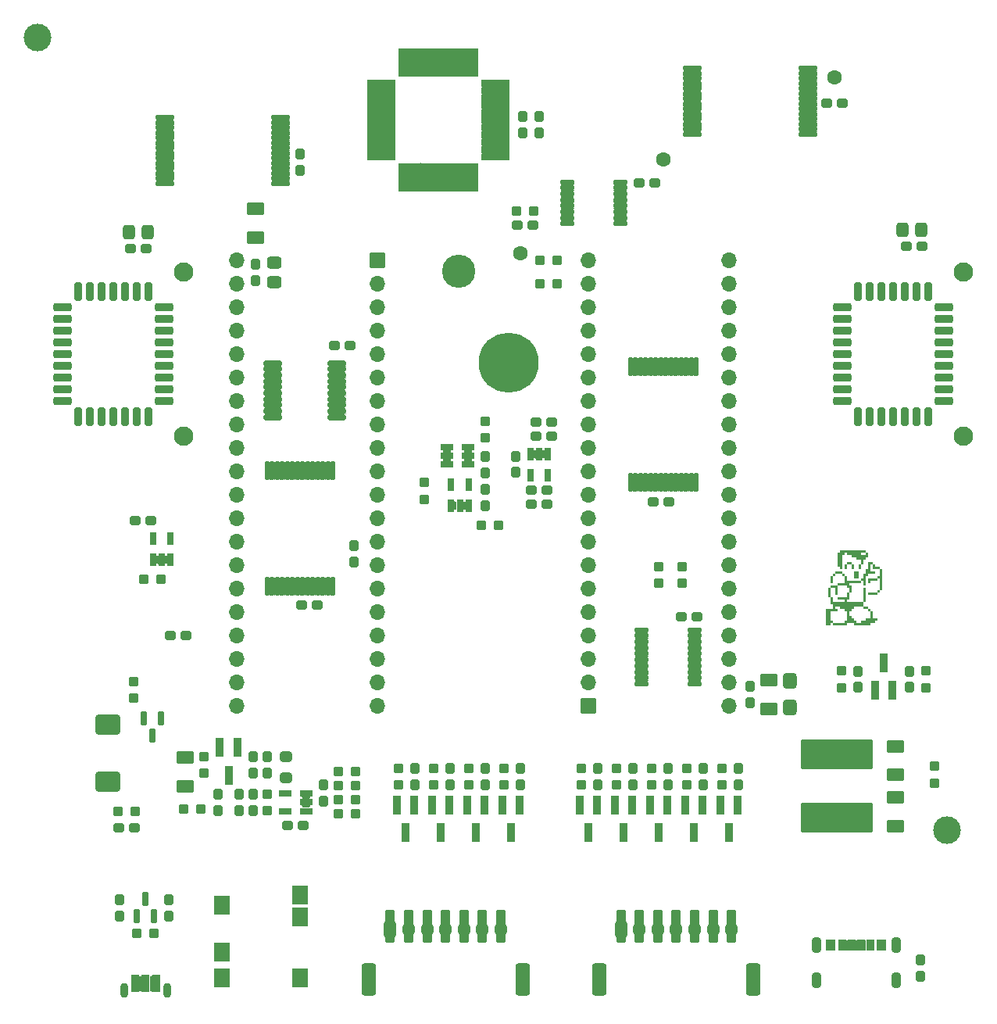
<source format=gbr>
%TF.GenerationSoftware,KiCad,Pcbnew,(6.0.7)*%
%TF.CreationDate,2022-07-29T13:47:02-04:00*%
%TF.ProjectId,ingameNES,696e6761-6d65-44e4-9553-2e6b69636164,1*%
%TF.SameCoordinates,Original*%
%TF.FileFunction,Soldermask,Top*%
%TF.FilePolarity,Negative*%
%FSLAX46Y46*%
G04 Gerber Fmt 4.6, Leading zero omitted, Abs format (unit mm)*
G04 Created by KiCad (PCBNEW (6.0.7)) date 2022-07-29 13:47:02*
%MOMM*%
%LPD*%
G01*
G04 APERTURE LIST*
G04 Aperture macros list*
%AMRoundRect*
0 Rectangle with rounded corners*
0 $1 Rounding radius*
0 $2 $3 $4 $5 $6 $7 $8 $9 X,Y pos of 4 corners*
0 Add a 4 corners polygon primitive as box body*
4,1,4,$2,$3,$4,$5,$6,$7,$8,$9,$2,$3,0*
0 Add four circle primitives for the rounded corners*
1,1,$1+$1,$2,$3*
1,1,$1+$1,$4,$5*
1,1,$1+$1,$6,$7*
1,1,$1+$1,$8,$9*
0 Add four rect primitives between the rounded corners*
20,1,$1+$1,$2,$3,$4,$5,0*
20,1,$1+$1,$4,$5,$6,$7,0*
20,1,$1+$1,$6,$7,$8,$9,0*
20,1,$1+$1,$8,$9,$2,$3,0*%
G04 Aperture macros list end*
%ADD10RoundRect,0.287500X-0.237500X0.300000X-0.237500X-0.300000X0.237500X-0.300000X0.237500X0.300000X0*%
%ADD11RoundRect,0.050000X0.935000X0.190000X-0.935000X0.190000X-0.935000X-0.190000X0.935000X-0.190000X0*%
%ADD12RoundRect,0.287500X0.237500X-0.300000X0.237500X0.300000X-0.237500X0.300000X-0.237500X-0.300000X0*%
%ADD13RoundRect,0.300000X0.337500X0.475000X-0.337500X0.475000X-0.337500X-0.475000X0.337500X-0.475000X0*%
%ADD14RoundRect,0.287500X0.237500X-0.250000X0.237500X0.250000X-0.237500X0.250000X-0.237500X-0.250000X0*%
%ADD15RoundRect,0.287500X0.300000X0.237500X-0.300000X0.237500X-0.300000X-0.237500X0.300000X-0.237500X0*%
%ADD16RoundRect,0.050000X0.190000X-0.935000X0.190000X0.935000X-0.190000X0.935000X-0.190000X-0.935000X0*%
%ADD17RoundRect,0.287500X-0.300000X-0.237500X0.300000X-0.237500X0.300000X0.237500X-0.300000X0.237500X0*%
%ADD18C,3.000000*%
%ADD19RoundRect,0.050000X-0.350000X-0.575000X0.350000X-0.575000X0.350000X0.575000X-0.350000X0.575000X0*%
%ADD20RoundRect,0.050000X-0.400000X-0.575000X0.400000X-0.575000X0.400000X0.575000X-0.400000X0.575000X0*%
%ADD21RoundRect,0.050000X-0.450000X-0.575000X0.450000X-0.575000X0.450000X0.575000X-0.450000X0.575000X0*%
%ADD22O,1.100000X1.800000*%
%ADD23RoundRect,0.287500X0.237500X-0.287500X0.237500X0.287500X-0.237500X0.287500X-0.237500X-0.287500X0*%
%ADD24RoundRect,0.150000X-0.637500X-0.100000X0.637500X-0.100000X0.637500X0.100000X-0.637500X0.100000X0*%
%ADD25RoundRect,0.175000X-0.825000X-0.125000X0.825000X-0.125000X0.825000X0.125000X-0.825000X0.125000X0*%
%ADD26RoundRect,0.300000X-0.250000X-1.500000X0.250000X-1.500000X0.250000X1.500000X-0.250000X1.500000X0*%
%ADD27RoundRect,0.300001X-0.499999X-1.449999X0.499999X-1.449999X0.499999X1.449999X-0.499999X1.449999X0*%
%ADD28C,6.500000*%
%ADD29RoundRect,0.300000X-0.350000X-0.625000X0.350000X-0.625000X0.350000X0.625000X-0.350000X0.625000X0*%
%ADD30O,1.300000X1.850000*%
%ADD31RoundRect,0.050000X0.800000X-1.000000X0.800000X1.000000X-0.800000X1.000000X-0.800000X-1.000000X0*%
%ADD32RoundRect,0.050000X-0.400000X0.950000X-0.400000X-0.950000X0.400000X-0.950000X0.400000X0.950000X0*%
%ADD33RoundRect,0.287500X-0.237500X0.250000X-0.237500X-0.250000X0.237500X-0.250000X0.237500X0.250000X0*%
%ADD34RoundRect,0.200000X-0.150000X0.512500X-0.150000X-0.512500X0.150000X-0.512500X0.150000X0.512500X0*%
%ADD35RoundRect,0.200000X0.150000X-0.512500X0.150000X0.512500X-0.150000X0.512500X-0.150000X-0.512500X0*%
%ADD36RoundRect,0.287500X0.250000X0.237500X-0.250000X0.237500X-0.250000X-0.237500X0.250000X-0.237500X0*%
%ADD37RoundRect,0.287500X-0.250000X-0.237500X0.250000X-0.237500X0.250000X0.237500X-0.250000X0.237500X0*%
%ADD38C,2.100000*%
%ADD39RoundRect,0.240000X-0.190000X-0.765000X0.190000X-0.765000X0.190000X0.765000X-0.190000X0.765000X0*%
%ADD40RoundRect,0.240000X0.765000X-0.190000X0.765000X0.190000X-0.765000X0.190000X-0.765000X-0.190000X0*%
%ADD41RoundRect,0.240000X0.190000X0.765000X-0.190000X0.765000X-0.190000X-0.765000X0.190000X-0.765000X0*%
%ADD42RoundRect,0.240000X-0.765000X0.190000X-0.765000X-0.190000X0.765000X-0.190000X0.765000X0.190000X0*%
%ADD43RoundRect,0.300000X0.425000X-0.537500X0.425000X0.537500X-0.425000X0.537500X-0.425000X-0.537500X0*%
%ADD44C,3.600000*%
%ADD45RoundRect,0.300000X-0.650000X0.412500X-0.650000X-0.412500X0.650000X-0.412500X0.650000X0.412500X0*%
%ADD46RoundRect,0.200000X0.150000X-0.587500X0.150000X0.587500X-0.150000X0.587500X-0.150000X-0.587500X0*%
%ADD47RoundRect,0.050000X0.400000X-0.950000X0.400000X0.950000X-0.400000X0.950000X-0.400000X-0.950000X0*%
%ADD48RoundRect,0.050000X-1.500000X-0.275000X1.500000X-0.275000X1.500000X0.275000X-1.500000X0.275000X0*%
%ADD49RoundRect,0.050000X0.275000X-1.500000X0.275000X1.500000X-0.275000X1.500000X-0.275000X-1.500000X0*%
%ADD50RoundRect,0.200000X-0.150000X0.587500X-0.150000X-0.587500X0.150000X-0.587500X0.150000X0.587500X0*%
%ADD51RoundRect,0.300000X0.650000X-0.412500X0.650000X0.412500X-0.650000X0.412500X-0.650000X-0.412500X0*%
%ADD52RoundRect,0.300000X-1.025000X0.787500X-1.025000X-0.787500X1.025000X-0.787500X1.025000X0.787500X0*%
%ADD53C,1.600000*%
%ADD54RoundRect,0.200000X-0.512500X-0.150000X0.512500X-0.150000X0.512500X0.150000X-0.512500X0.150000X0*%
%ADD55RoundRect,0.200000X0.512500X0.150000X-0.512500X0.150000X-0.512500X-0.150000X0.512500X-0.150000X0*%
%ADD56RoundRect,0.050000X-0.400000X-0.900000X0.400000X-0.900000X0.400000X0.900000X-0.400000X0.900000X0*%
%ADD57O,0.900000X1.600000*%
%ADD58RoundRect,0.050000X3.850000X-1.550000X3.850000X1.550000X-3.850000X1.550000X-3.850000X-1.550000X0*%
%ADD59RoundRect,0.300000X0.475000X-0.337500X0.475000X0.337500X-0.475000X0.337500X-0.475000X-0.337500X0*%
%ADD60RoundRect,0.300000X0.350000X-0.275000X0.350000X0.275000X-0.350000X0.275000X-0.350000X-0.275000X0*%
%ADD61RoundRect,0.050000X-0.800000X-0.800000X0.800000X-0.800000X0.800000X0.800000X-0.800000X0.800000X0*%
%ADD62O,1.700000X1.700000*%
%ADD63RoundRect,0.050000X0.800000X0.800000X-0.800000X0.800000X-0.800000X-0.800000X0.800000X-0.800000X0*%
G04 APERTURE END LIST*
G36*
X140574300Y-153782300D02*
G01*
X140320300Y-153782300D01*
X140320300Y-152258300D01*
X140574300Y-152258300D01*
X140574300Y-153782300D01*
G37*
G36*
X141082300Y-154798300D02*
G01*
X140828300Y-154798300D01*
X140828300Y-154544300D01*
X141082300Y-154544300D01*
X141082300Y-154798300D01*
G37*
G36*
X141844300Y-153020300D02*
G01*
X140828300Y-153020300D01*
X140828300Y-152766300D01*
X141844300Y-152766300D01*
X141844300Y-153020300D01*
G37*
G36*
X138542300Y-150226300D02*
G01*
X138288300Y-150226300D01*
X138288300Y-149718300D01*
X138542300Y-149718300D01*
X138542300Y-150226300D01*
G37*
G36*
X141590300Y-149972300D02*
G01*
X142098300Y-149972300D01*
X142098300Y-150226300D01*
X141336300Y-150226300D01*
X141336300Y-149718300D01*
X141590300Y-149718300D01*
X141590300Y-149972300D01*
G37*
G36*
X141844300Y-151496300D02*
G01*
X141082300Y-151496300D01*
X141082300Y-151750300D01*
X140828300Y-151750300D01*
X140828300Y-151242300D01*
X141844300Y-151242300D01*
X141844300Y-151496300D01*
G37*
G36*
X138542300Y-151496300D02*
G01*
X140066300Y-151496300D01*
X140066300Y-151750300D01*
X138796300Y-151750300D01*
X138796300Y-152004300D01*
X139050300Y-152004300D01*
X139050300Y-152766300D01*
X138796300Y-152766300D01*
X138796300Y-152258300D01*
X138542300Y-152258300D01*
X138542300Y-152004300D01*
X137526300Y-152004300D01*
X137526300Y-151750300D01*
X138288300Y-151750300D01*
X138288300Y-150988300D01*
X138542300Y-150988300D01*
X138542300Y-151496300D01*
G37*
G36*
X141336300Y-149718300D02*
G01*
X141082300Y-149718300D01*
X141082300Y-150480300D01*
X141590300Y-150480300D01*
X141590300Y-150734300D01*
X140828300Y-150734300D01*
X140828300Y-150988300D01*
X140574300Y-150988300D01*
X140574300Y-152004300D01*
X140320300Y-152004300D01*
X140320300Y-151496300D01*
X140066300Y-151496300D01*
X140066300Y-151242300D01*
X140320300Y-151242300D01*
X140320300Y-150734300D01*
X140574300Y-150734300D01*
X140574300Y-150226300D01*
X140828300Y-150226300D01*
X140828300Y-149464300D01*
X141336300Y-149464300D01*
X141336300Y-149718300D01*
G37*
G36*
X142352300Y-152512300D02*
G01*
X142098300Y-152512300D01*
X142098300Y-151242300D01*
X141844300Y-151242300D01*
X141844300Y-150988300D01*
X142098300Y-150988300D01*
X142098300Y-150226300D01*
X142352300Y-150226300D01*
X142352300Y-152512300D01*
G37*
G36*
X142098300Y-152766300D02*
G01*
X141844300Y-152766300D01*
X141844300Y-152512300D01*
X142098300Y-152512300D01*
X142098300Y-152766300D01*
G37*
G36*
X140066300Y-150226300D02*
G01*
X139812300Y-150226300D01*
X139812300Y-149718300D01*
X140066300Y-149718300D01*
X140066300Y-150226300D01*
G37*
G36*
X140828300Y-154544300D02*
G01*
X140320300Y-154544300D01*
X140320300Y-154290300D01*
X140828300Y-154290300D01*
X140828300Y-154544300D01*
G37*
G36*
X139812300Y-151242300D02*
G01*
X139304300Y-151242300D01*
X139304300Y-150480300D01*
X139812300Y-150480300D01*
X139812300Y-151242300D01*
G37*
G36*
X138034300Y-150734300D02*
G01*
X137272300Y-150734300D01*
X137272300Y-150480300D01*
X138034300Y-150480300D01*
X138034300Y-150734300D01*
G37*
G36*
X140574300Y-148448300D02*
G01*
X140066300Y-148448300D01*
X140066300Y-148702300D01*
X140574300Y-148702300D01*
X140574300Y-148448300D01*
X140828300Y-148448300D01*
X140828300Y-148956300D01*
X140574300Y-148956300D01*
X140574300Y-149210300D01*
X140320300Y-149210300D01*
X140320300Y-149718300D01*
X140066300Y-149718300D01*
X140066300Y-149210300D01*
X139558300Y-149210300D01*
X139558300Y-148956300D01*
X139050300Y-148956300D01*
X139050300Y-148702300D01*
X138542300Y-148702300D01*
X138542300Y-148448300D01*
X138288300Y-148448300D01*
X138288300Y-148702300D01*
X138034300Y-148702300D01*
X138034300Y-150226300D01*
X137780300Y-150226300D01*
X137780300Y-149972300D01*
X137526300Y-149972300D01*
X137526300Y-148448300D01*
X137780300Y-148448300D01*
X137780300Y-148194300D01*
X140574300Y-148194300D01*
X140574300Y-148448300D01*
G37*
G36*
X139050300Y-149718300D02*
G01*
X138542300Y-149718300D01*
X138542300Y-149464300D01*
X139050300Y-149464300D01*
X139050300Y-149718300D01*
G37*
G36*
X138288300Y-150988300D02*
G01*
X138034300Y-150988300D01*
X138034300Y-150734300D01*
X138288300Y-150734300D01*
X138288300Y-150988300D01*
G37*
G36*
X141336300Y-155560300D02*
G01*
X141844300Y-155560300D01*
X141844300Y-155814300D01*
X141590300Y-155814300D01*
X141590300Y-156068300D01*
X141082300Y-156068300D01*
X141082300Y-156322300D01*
X139304300Y-156322300D01*
X139304300Y-156068300D01*
X138542300Y-156068300D01*
X138542300Y-156322300D01*
X137018300Y-156322300D01*
X137018300Y-156068300D01*
X138288300Y-156068300D01*
X138288300Y-155814300D01*
X138542300Y-155814300D01*
X138542300Y-155306300D01*
X139050300Y-155306300D01*
X139050300Y-155560300D01*
X139304300Y-155560300D01*
X139304300Y-155814300D01*
X139558300Y-155814300D01*
X139558300Y-156068300D01*
X140066300Y-156068300D01*
X140066300Y-155814300D01*
X140574300Y-155814300D01*
X140574300Y-155560300D01*
X141082300Y-155560300D01*
X141082300Y-154798300D01*
X141336300Y-154798300D01*
X141336300Y-155560300D01*
G37*
G36*
X137526300Y-153020300D02*
G01*
X137272300Y-153020300D01*
X137272300Y-152258300D01*
X136764300Y-152258300D01*
X136764300Y-152004300D01*
X137526300Y-152004300D01*
X137526300Y-153020300D01*
G37*
G36*
X137018300Y-151750300D02*
G01*
X136764300Y-151750300D01*
X136764300Y-150988300D01*
X137018300Y-150988300D01*
X137018300Y-151750300D01*
G37*
G36*
X139304300Y-150226300D02*
G01*
X139050300Y-150226300D01*
X139050300Y-149718300D01*
X139304300Y-149718300D01*
X139304300Y-150226300D01*
G37*
G36*
X136764300Y-153274300D02*
G01*
X136510300Y-153274300D01*
X136510300Y-152258300D01*
X136764300Y-152258300D01*
X136764300Y-153274300D01*
G37*
G36*
X137272300Y-150988300D02*
G01*
X137018300Y-150988300D01*
X137018300Y-150734300D01*
X137272300Y-150734300D01*
X137272300Y-150988300D01*
G37*
G36*
X138796300Y-153528300D02*
G01*
X138542300Y-153528300D01*
X138542300Y-153782300D01*
X140320300Y-153782300D01*
X140320300Y-154290300D01*
X139304300Y-154290300D01*
X139304300Y-154544300D01*
X139050300Y-154544300D01*
X139050300Y-154798300D01*
X138796300Y-154798300D01*
X138796300Y-155306300D01*
X138542300Y-155306300D01*
X138542300Y-154798300D01*
X138288300Y-154798300D01*
X138288300Y-154544300D01*
X137780300Y-154544300D01*
X137780300Y-154290300D01*
X137272300Y-154290300D01*
X137272300Y-154544300D01*
X137526300Y-154544300D01*
X137526300Y-154798300D01*
X136764300Y-154798300D01*
X136764300Y-155814300D01*
X137018300Y-155814300D01*
X137018300Y-156068300D01*
X136764300Y-156068300D01*
X136764300Y-156322300D01*
X136256300Y-156322300D01*
X136256300Y-154544300D01*
X137018300Y-154544300D01*
X137018300Y-154036300D01*
X136764300Y-154036300D01*
X136764300Y-153274300D01*
X137018300Y-153274300D01*
X137018300Y-153782300D01*
X138288300Y-153782300D01*
X138288300Y-153528300D01*
X137526300Y-153528300D01*
X137526300Y-153274300D01*
X138542300Y-153274300D01*
X138542300Y-152766300D01*
X138796300Y-152766300D01*
X138796300Y-153528300D01*
G37*
G36*
X140574300Y-153782300D02*
G01*
X140320300Y-153782300D01*
X140320300Y-152258300D01*
X140574300Y-152258300D01*
X140574300Y-153782300D01*
G37*
G36*
X141082300Y-154798300D02*
G01*
X140828300Y-154798300D01*
X140828300Y-154544300D01*
X141082300Y-154544300D01*
X141082300Y-154798300D01*
G37*
G36*
X141844300Y-153020300D02*
G01*
X140828300Y-153020300D01*
X140828300Y-152766300D01*
X141844300Y-152766300D01*
X141844300Y-153020300D01*
G37*
G36*
X138542300Y-150226300D02*
G01*
X138288300Y-150226300D01*
X138288300Y-149718300D01*
X138542300Y-149718300D01*
X138542300Y-150226300D01*
G37*
G36*
X141590300Y-149972300D02*
G01*
X142098300Y-149972300D01*
X142098300Y-150226300D01*
X141336300Y-150226300D01*
X141336300Y-149718300D01*
X141590300Y-149718300D01*
X141590300Y-149972300D01*
G37*
G36*
X141844300Y-151496300D02*
G01*
X141082300Y-151496300D01*
X141082300Y-151750300D01*
X140828300Y-151750300D01*
X140828300Y-151242300D01*
X141844300Y-151242300D01*
X141844300Y-151496300D01*
G37*
G36*
X138542300Y-151496300D02*
G01*
X140066300Y-151496300D01*
X140066300Y-151750300D01*
X138796300Y-151750300D01*
X138796300Y-152004300D01*
X139050300Y-152004300D01*
X139050300Y-152766300D01*
X138796300Y-152766300D01*
X138796300Y-152258300D01*
X138542300Y-152258300D01*
X138542300Y-152004300D01*
X137526300Y-152004300D01*
X137526300Y-151750300D01*
X138288300Y-151750300D01*
X138288300Y-150988300D01*
X138542300Y-150988300D01*
X138542300Y-151496300D01*
G37*
G36*
X141336300Y-149718300D02*
G01*
X141082300Y-149718300D01*
X141082300Y-150480300D01*
X141590300Y-150480300D01*
X141590300Y-150734300D01*
X140828300Y-150734300D01*
X140828300Y-150988300D01*
X140574300Y-150988300D01*
X140574300Y-152004300D01*
X140320300Y-152004300D01*
X140320300Y-151496300D01*
X140066300Y-151496300D01*
X140066300Y-151242300D01*
X140320300Y-151242300D01*
X140320300Y-150734300D01*
X140574300Y-150734300D01*
X140574300Y-150226300D01*
X140828300Y-150226300D01*
X140828300Y-149464300D01*
X141336300Y-149464300D01*
X141336300Y-149718300D01*
G37*
G36*
X142352300Y-152512300D02*
G01*
X142098300Y-152512300D01*
X142098300Y-151242300D01*
X141844300Y-151242300D01*
X141844300Y-150988300D01*
X142098300Y-150988300D01*
X142098300Y-150226300D01*
X142352300Y-150226300D01*
X142352300Y-152512300D01*
G37*
G36*
X142098300Y-152766300D02*
G01*
X141844300Y-152766300D01*
X141844300Y-152512300D01*
X142098300Y-152512300D01*
X142098300Y-152766300D01*
G37*
G36*
X140066300Y-150226300D02*
G01*
X139812300Y-150226300D01*
X139812300Y-149718300D01*
X140066300Y-149718300D01*
X140066300Y-150226300D01*
G37*
G36*
X140828300Y-154544300D02*
G01*
X140320300Y-154544300D01*
X140320300Y-154290300D01*
X140828300Y-154290300D01*
X140828300Y-154544300D01*
G37*
G36*
X139812300Y-151242300D02*
G01*
X139304300Y-151242300D01*
X139304300Y-150480300D01*
X139812300Y-150480300D01*
X139812300Y-151242300D01*
G37*
G36*
X138034300Y-150734300D02*
G01*
X137272300Y-150734300D01*
X137272300Y-150480300D01*
X138034300Y-150480300D01*
X138034300Y-150734300D01*
G37*
G36*
X140574300Y-148448300D02*
G01*
X140066300Y-148448300D01*
X140066300Y-148702300D01*
X140574300Y-148702300D01*
X140574300Y-148448300D01*
X140828300Y-148448300D01*
X140828300Y-148956300D01*
X140574300Y-148956300D01*
X140574300Y-149210300D01*
X140320300Y-149210300D01*
X140320300Y-149718300D01*
X140066300Y-149718300D01*
X140066300Y-149210300D01*
X139558300Y-149210300D01*
X139558300Y-148956300D01*
X139050300Y-148956300D01*
X139050300Y-148702300D01*
X138542300Y-148702300D01*
X138542300Y-148448300D01*
X138288300Y-148448300D01*
X138288300Y-148702300D01*
X138034300Y-148702300D01*
X138034300Y-150226300D01*
X137780300Y-150226300D01*
X137780300Y-149972300D01*
X137526300Y-149972300D01*
X137526300Y-148448300D01*
X137780300Y-148448300D01*
X137780300Y-148194300D01*
X140574300Y-148194300D01*
X140574300Y-148448300D01*
G37*
G36*
X139050300Y-149718300D02*
G01*
X138542300Y-149718300D01*
X138542300Y-149464300D01*
X139050300Y-149464300D01*
X139050300Y-149718300D01*
G37*
G36*
X138288300Y-150988300D02*
G01*
X138034300Y-150988300D01*
X138034300Y-150734300D01*
X138288300Y-150734300D01*
X138288300Y-150988300D01*
G37*
G36*
X141336300Y-155560300D02*
G01*
X141844300Y-155560300D01*
X141844300Y-155814300D01*
X141590300Y-155814300D01*
X141590300Y-156068300D01*
X141082300Y-156068300D01*
X141082300Y-156322300D01*
X139304300Y-156322300D01*
X139304300Y-156068300D01*
X138542300Y-156068300D01*
X138542300Y-156322300D01*
X137018300Y-156322300D01*
X137018300Y-156068300D01*
X138288300Y-156068300D01*
X138288300Y-155814300D01*
X138542300Y-155814300D01*
X138542300Y-155306300D01*
X139050300Y-155306300D01*
X139050300Y-155560300D01*
X139304300Y-155560300D01*
X139304300Y-155814300D01*
X139558300Y-155814300D01*
X139558300Y-156068300D01*
X140066300Y-156068300D01*
X140066300Y-155814300D01*
X140574300Y-155814300D01*
X140574300Y-155560300D01*
X141082300Y-155560300D01*
X141082300Y-154798300D01*
X141336300Y-154798300D01*
X141336300Y-155560300D01*
G37*
G36*
X137526300Y-153020300D02*
G01*
X137272300Y-153020300D01*
X137272300Y-152258300D01*
X136764300Y-152258300D01*
X136764300Y-152004300D01*
X137526300Y-152004300D01*
X137526300Y-153020300D01*
G37*
G36*
X137018300Y-151750300D02*
G01*
X136764300Y-151750300D01*
X136764300Y-150988300D01*
X137018300Y-150988300D01*
X137018300Y-151750300D01*
G37*
G36*
X139304300Y-150226300D02*
G01*
X139050300Y-150226300D01*
X139050300Y-149718300D01*
X139304300Y-149718300D01*
X139304300Y-150226300D01*
G37*
G36*
X136764300Y-153274300D02*
G01*
X136510300Y-153274300D01*
X136510300Y-152258300D01*
X136764300Y-152258300D01*
X136764300Y-153274300D01*
G37*
G36*
X137272300Y-150988300D02*
G01*
X137018300Y-150988300D01*
X137018300Y-150734300D01*
X137272300Y-150734300D01*
X137272300Y-150988300D01*
G37*
G36*
X138796300Y-153528300D02*
G01*
X138542300Y-153528300D01*
X138542300Y-153782300D01*
X140320300Y-153782300D01*
X140320300Y-154290300D01*
X139304300Y-154290300D01*
X139304300Y-154544300D01*
X139050300Y-154544300D01*
X139050300Y-154798300D01*
X138796300Y-154798300D01*
X138796300Y-155306300D01*
X138542300Y-155306300D01*
X138542300Y-154798300D01*
X138288300Y-154798300D01*
X138288300Y-154544300D01*
X137780300Y-154544300D01*
X137780300Y-154290300D01*
X137272300Y-154290300D01*
X137272300Y-154544300D01*
X137526300Y-154544300D01*
X137526300Y-154798300D01*
X136764300Y-154798300D01*
X136764300Y-155814300D01*
X137018300Y-155814300D01*
X137018300Y-156068300D01*
X136764300Y-156068300D01*
X136764300Y-156322300D01*
X136256300Y-156322300D01*
X136256300Y-154544300D01*
X137018300Y-154544300D01*
X137018300Y-154036300D01*
X136764300Y-154036300D01*
X136764300Y-153274300D01*
X137018300Y-153274300D01*
X137018300Y-153782300D01*
X138288300Y-153782300D01*
X138288300Y-153528300D01*
X137526300Y-153528300D01*
X137526300Y-153274300D01*
X138542300Y-153274300D01*
X138542300Y-152766300D01*
X138796300Y-152766300D01*
X138796300Y-153528300D01*
G37*
D10*
X95504000Y-171857500D03*
X95504000Y-173582500D03*
X99314000Y-171857500D03*
X99314000Y-173582500D03*
X103124000Y-171857500D03*
X103124000Y-173582500D03*
D11*
X134286000Y-99293000D03*
X134286000Y-98743000D03*
X134286000Y-98193000D03*
X134286000Y-97643000D03*
X134286000Y-97093000D03*
X134286000Y-96543000D03*
X134286000Y-95993000D03*
X121746000Y-95993000D03*
X121746000Y-96543000D03*
X121746000Y-97093000D03*
X121746000Y-97643000D03*
X121746000Y-98193000D03*
X121746000Y-98743000D03*
X121746000Y-99293000D03*
X121746000Y-99843000D03*
X121746000Y-100393000D03*
X121746000Y-100943000D03*
X121746000Y-101493000D03*
X121746000Y-102043000D03*
X121746000Y-102593000D03*
X121746000Y-103143000D03*
X134286000Y-103143000D03*
X134286000Y-102593000D03*
X134286000Y-102043000D03*
X134286000Y-101493000D03*
X134286000Y-100943000D03*
X134286000Y-100393000D03*
X134286000Y-99843000D03*
D12*
X74422000Y-118972500D03*
X74422000Y-117247500D03*
D13*
X146579500Y-113538000D03*
X144504500Y-113538000D03*
D14*
X93726000Y-173632500D03*
X93726000Y-171807500D03*
X97536000Y-173632500D03*
X97536000Y-171807500D03*
X101346000Y-173632500D03*
X101346000Y-171807500D03*
D15*
X62584500Y-115570000D03*
X60859500Y-115570000D03*
X81126500Y-154178000D03*
X79401500Y-154178000D03*
D16*
X79523000Y-152137000D03*
X80073000Y-152137000D03*
X80623000Y-152137000D03*
X81173000Y-152137000D03*
X81723000Y-152137000D03*
X82273000Y-152137000D03*
X82823000Y-152137000D03*
X82823000Y-139597000D03*
X82273000Y-139597000D03*
X81723000Y-139597000D03*
X81173000Y-139597000D03*
X80623000Y-139597000D03*
X80073000Y-139597000D03*
X79523000Y-139597000D03*
X78973000Y-139597000D03*
X78423000Y-139597000D03*
X77873000Y-139597000D03*
X77323000Y-139597000D03*
X76773000Y-139597000D03*
X76223000Y-139597000D03*
X75673000Y-139597000D03*
X75673000Y-152137000D03*
X76223000Y-152137000D03*
X76773000Y-152137000D03*
X77323000Y-152137000D03*
X77873000Y-152137000D03*
X78423000Y-152137000D03*
X78973000Y-152137000D03*
D17*
X120549500Y-155448000D03*
X122274500Y-155448000D03*
D10*
X91694000Y-171857500D03*
X91694000Y-173582500D03*
D14*
X89916000Y-173632500D03*
X89916000Y-171807500D03*
D18*
X149352000Y-178562000D03*
X50800000Y-92710000D03*
D19*
X139000000Y-191000000D03*
D20*
X141020000Y-191000000D03*
D21*
X142250000Y-191000000D03*
D19*
X140000000Y-191000000D03*
D20*
X137980000Y-191000000D03*
D21*
X136750000Y-191000000D03*
D22*
X143820000Y-191000000D03*
X143820000Y-194800000D03*
X135180000Y-191000000D03*
X135180000Y-194800000D03*
D23*
X146500000Y-194375000D03*
X146500000Y-192625000D03*
D24*
X108204000Y-108316000D03*
X108204000Y-108966000D03*
X108204000Y-109616000D03*
X108204000Y-110266000D03*
X108204000Y-110916000D03*
X108204000Y-111566000D03*
X108204000Y-112216000D03*
X108204000Y-112866000D03*
X113929000Y-112866000D03*
X113929000Y-112216000D03*
X113929000Y-111566000D03*
X113929000Y-110916000D03*
X113929000Y-110266000D03*
X113929000Y-109616000D03*
X113929000Y-108966000D03*
X113929000Y-108316000D03*
D25*
X76256000Y-127956000D03*
X76256000Y-128606000D03*
X76256000Y-129256000D03*
X76256000Y-129906000D03*
X76256000Y-130556000D03*
X76256000Y-131206000D03*
X76256000Y-131856000D03*
X76256000Y-132506000D03*
X76256000Y-133156000D03*
X76256000Y-133806000D03*
X83256000Y-133806000D03*
X83256000Y-133156000D03*
X83256000Y-132506000D03*
X83256000Y-131856000D03*
X83256000Y-131206000D03*
X83256000Y-130556000D03*
X83256000Y-129906000D03*
X83256000Y-129256000D03*
X83256000Y-128606000D03*
X83256000Y-127956000D03*
D15*
X84682500Y-126055000D03*
X82957500Y-126055000D03*
D26*
X89000000Y-188920000D03*
X91000000Y-188920000D03*
X93000000Y-188920000D03*
X95000000Y-188920000D03*
X97000000Y-188920000D03*
X99000000Y-188920000D03*
X101000000Y-188920000D03*
D27*
X86650000Y-194670000D03*
X103350000Y-194670000D03*
D26*
X114000000Y-188920000D03*
X116000000Y-188920000D03*
X118000000Y-188920000D03*
X120000000Y-188920000D03*
X122000000Y-188920000D03*
X124000000Y-188920000D03*
X126000000Y-188920000D03*
D27*
X111650000Y-194670000D03*
X128350000Y-194670000D03*
D17*
X65177500Y-157480000D03*
X66902500Y-157480000D03*
D12*
X85090000Y-149452500D03*
X85090000Y-147727500D03*
D28*
X101854000Y-127889000D03*
D17*
X61367500Y-145034000D03*
X63092500Y-145034000D03*
D12*
X74168000Y-172312500D03*
X74168000Y-170587500D03*
D29*
X89000000Y-189320000D03*
D30*
X91000000Y-189320000D03*
X93000000Y-189320000D03*
X95000000Y-189320000D03*
X97000000Y-189320000D03*
X99000000Y-189320000D03*
X101000000Y-189320000D03*
D29*
X114000000Y-189320000D03*
D30*
X116000000Y-189320000D03*
X118000000Y-189320000D03*
X120000000Y-189320000D03*
X122000000Y-189320000D03*
X124000000Y-189320000D03*
X126000000Y-189320000D03*
D31*
X70750000Y-191750000D03*
X70750000Y-186700000D03*
X79250000Y-194500000D03*
X70750000Y-194500000D03*
X79250000Y-187950000D03*
X79250000Y-185550000D03*
D32*
X95438000Y-175816000D03*
X93538000Y-175816000D03*
X94488000Y-178816000D03*
X99248000Y-175816000D03*
X97348000Y-175816000D03*
X98298000Y-178816000D03*
D17*
X104801500Y-135890000D03*
X106526500Y-135890000D03*
X104801500Y-134366000D03*
X106526500Y-134366000D03*
D10*
X102616000Y-138035500D03*
X102616000Y-139760500D03*
D33*
X148000000Y-171587500D03*
X148000000Y-173412500D03*
D14*
X99314000Y-136040500D03*
X99314000Y-134215500D03*
D34*
X106106000Y-137800500D03*
X105156000Y-137800500D03*
X104206000Y-137800500D03*
X104206000Y-140075500D03*
X106106000Y-140075500D03*
D17*
X104293500Y-143256000D03*
X106018500Y-143256000D03*
D14*
X147066000Y-163121500D03*
X147066000Y-161296500D03*
D35*
X95610000Y-143357500D03*
X96560000Y-143357500D03*
X97510000Y-143357500D03*
X97510000Y-141082500D03*
X95610000Y-141082500D03*
D15*
X117702500Y-108458000D03*
X115977500Y-108458000D03*
D10*
X59690000Y-186081500D03*
X59690000Y-187806500D03*
X115316000Y-171857500D03*
X115316000Y-173582500D03*
D14*
X113538000Y-173632500D03*
X113538000Y-171807500D03*
X120650000Y-151788500D03*
X120650000Y-149963500D03*
D10*
X128016000Y-162967500D03*
X128016000Y-164692500D03*
D36*
X63396500Y-189738000D03*
X61571500Y-189738000D03*
D14*
X118110000Y-151788500D03*
X118110000Y-149963500D03*
D36*
X85240500Y-173736000D03*
X83415500Y-173736000D03*
D12*
X81788000Y-175360500D03*
X81788000Y-173635500D03*
D37*
X83415500Y-172212000D03*
X85240500Y-172212000D03*
D15*
X79602500Y-178054000D03*
X77877500Y-178054000D03*
D37*
X83415500Y-176784000D03*
X85240500Y-176784000D03*
D36*
X85240500Y-175260000D03*
X83415500Y-175260000D03*
D12*
X74168000Y-176376500D03*
X74168000Y-174651500D03*
D14*
X124968000Y-173632500D03*
X124968000Y-171807500D03*
X121158000Y-173632500D03*
X121158000Y-171807500D03*
X117348000Y-173632500D03*
X117348000Y-171807500D03*
D10*
X111506000Y-171857500D03*
X111506000Y-173582500D03*
D35*
X63312000Y-149219500D03*
X64262000Y-149219500D03*
X65212000Y-149219500D03*
X65212000Y-146944500D03*
X63312000Y-146944500D03*
D10*
X126746000Y-171857500D03*
X126746000Y-173582500D03*
X122936000Y-171857500D03*
X122936000Y-173582500D03*
D14*
X109728000Y-173632500D03*
X109728000Y-171807500D03*
D10*
X119126000Y-171857500D03*
X119126000Y-173582500D03*
D38*
X151130000Y-135890000D03*
X151130000Y-118110000D03*
D39*
X143510000Y-120220000D03*
X142240000Y-120220000D03*
X140970000Y-120220000D03*
X139700000Y-120220000D03*
D40*
X138000000Y-121920000D03*
X138000000Y-123190000D03*
X138000000Y-124460000D03*
X138000000Y-125730000D03*
X138000000Y-127000000D03*
X138000000Y-128270000D03*
X138000000Y-129540000D03*
X138000000Y-130810000D03*
X138000000Y-132080000D03*
D41*
X139700000Y-133780000D03*
X140970000Y-133780000D03*
X142240000Y-133780000D03*
X143510000Y-133780000D03*
X144780000Y-133780000D03*
X146050000Y-133780000D03*
X147320000Y-133780000D03*
D42*
X149020000Y-132080000D03*
X149020000Y-130810000D03*
X149020000Y-129540000D03*
X149020000Y-128270000D03*
X149020000Y-127000000D03*
X149020000Y-125730000D03*
X149020000Y-124460000D03*
X149020000Y-123190000D03*
X149020000Y-121920000D03*
D39*
X147320000Y-120220000D03*
X146050000Y-120220000D03*
X144780000Y-120220000D03*
D43*
X132334000Y-165267500D03*
X132334000Y-162392500D03*
D44*
X96393000Y-117983000D03*
D15*
X146658500Y-115316000D03*
X144933500Y-115316000D03*
D38*
X66620000Y-135890000D03*
X66620000Y-118110000D03*
D39*
X59000000Y-120220000D03*
X57730000Y-120220000D03*
X56460000Y-120220000D03*
X55190000Y-120220000D03*
D40*
X53490000Y-121920000D03*
X53490000Y-123190000D03*
X53490000Y-124460000D03*
X53490000Y-125730000D03*
X53490000Y-127000000D03*
X53490000Y-128270000D03*
X53490000Y-129540000D03*
X53490000Y-130810000D03*
X53490000Y-132080000D03*
D41*
X55190000Y-133780000D03*
X56460000Y-133780000D03*
X57730000Y-133780000D03*
X59000000Y-133780000D03*
X60270000Y-133780000D03*
X61540000Y-133780000D03*
X62810000Y-133780000D03*
D42*
X64510000Y-132080000D03*
X64510000Y-130810000D03*
X64510000Y-129540000D03*
X64510000Y-128270000D03*
X64510000Y-127000000D03*
X64510000Y-125730000D03*
X64510000Y-124460000D03*
X64510000Y-123190000D03*
X64510000Y-121920000D03*
D39*
X62810000Y-120220000D03*
X61540000Y-120220000D03*
X60270000Y-120220000D03*
D12*
X145288000Y-163071500D03*
X145288000Y-161346500D03*
X99314000Y-143356500D03*
X99314000Y-141631500D03*
D14*
X137922000Y-163121500D03*
X137922000Y-161296500D03*
D12*
X139700000Y-163071500D03*
X139700000Y-161346500D03*
D45*
X143764000Y-169437500D03*
X143764000Y-172562500D03*
D14*
X75692000Y-176426500D03*
X75692000Y-174601500D03*
D33*
X61214000Y-162409500D03*
X61214000Y-164234500D03*
D32*
X72451000Y-169569000D03*
X70551000Y-169569000D03*
X71501000Y-172569000D03*
X91628000Y-175816000D03*
X89728000Y-175816000D03*
X90678000Y-178816000D03*
D13*
X62759500Y-113792000D03*
X60684500Y-113792000D03*
D36*
X107084500Y-119380000D03*
X105259500Y-119380000D03*
D10*
X103378000Y-101245500D03*
X103378000Y-102970500D03*
D32*
X119060000Y-175816000D03*
X117160000Y-175816000D03*
X118110000Y-178816000D03*
D37*
X66651500Y-176276000D03*
X68476500Y-176276000D03*
D46*
X61534000Y-187881500D03*
X63434000Y-187881500D03*
X62484000Y-186006500D03*
D12*
X79248000Y-107034500D03*
X79248000Y-105309500D03*
D33*
X68834000Y-170537500D03*
X68834000Y-172362500D03*
D15*
X119226500Y-143002000D03*
X117501500Y-143002000D03*
D47*
X141544000Y-163376500D03*
X143444000Y-163376500D03*
X142494000Y-160376500D03*
D12*
X70358000Y-176376500D03*
X70358000Y-174651500D03*
D48*
X88034000Y-97600000D03*
X88034000Y-98400000D03*
X88034000Y-99200000D03*
X88034000Y-100000000D03*
X88034000Y-100800000D03*
X88034000Y-101600000D03*
X88034000Y-102400000D03*
X88034000Y-103200000D03*
X88034000Y-104000000D03*
X88034000Y-104800000D03*
X88034000Y-105600000D03*
D49*
X90234000Y-107800000D03*
X91034000Y-107800000D03*
X91834000Y-107800000D03*
X92634000Y-107800000D03*
X93434000Y-107800000D03*
X94234000Y-107800000D03*
X95034000Y-107800000D03*
X95834000Y-107800000D03*
X96634000Y-107800000D03*
X97434000Y-107800000D03*
X98234000Y-107800000D03*
D48*
X100434000Y-105600000D03*
X100434000Y-104800000D03*
X100434000Y-104000000D03*
X100434000Y-103200000D03*
X100434000Y-102400000D03*
X100434000Y-101600000D03*
X100434000Y-100800000D03*
X100434000Y-100000000D03*
X100434000Y-99200000D03*
X100434000Y-98400000D03*
X100434000Y-97600000D03*
D49*
X98234000Y-95400000D03*
X97434000Y-95400000D03*
X96634000Y-95400000D03*
X95834000Y-95400000D03*
X95034000Y-95400000D03*
X94234000Y-95400000D03*
X93434000Y-95400000D03*
X92634000Y-95400000D03*
X91834000Y-95400000D03*
X91034000Y-95400000D03*
X90234000Y-95400000D03*
D32*
X111440000Y-175816000D03*
X109540000Y-175816000D03*
X110490000Y-178816000D03*
D16*
X118893000Y-140890000D03*
X119443000Y-140890000D03*
X119993000Y-140890000D03*
X120543000Y-140890000D03*
X121093000Y-140890000D03*
X121643000Y-140890000D03*
X122193000Y-140890000D03*
X122193000Y-128350000D03*
X121643000Y-128350000D03*
X121093000Y-128350000D03*
X120543000Y-128350000D03*
X119993000Y-128350000D03*
X119443000Y-128350000D03*
X118893000Y-128350000D03*
X118343000Y-128350000D03*
X117793000Y-128350000D03*
X117243000Y-128350000D03*
X116693000Y-128350000D03*
X116143000Y-128350000D03*
X115593000Y-128350000D03*
X115043000Y-128350000D03*
X115043000Y-140890000D03*
X115593000Y-140890000D03*
X116143000Y-140890000D03*
X116693000Y-140890000D03*
X117243000Y-140890000D03*
X117793000Y-140890000D03*
X118343000Y-140890000D03*
D36*
X107084500Y-116840000D03*
X105259500Y-116840000D03*
D15*
X138022500Y-99822000D03*
X136297500Y-99822000D03*
D10*
X105156000Y-101245500D03*
X105156000Y-102970500D03*
D24*
X116263500Y-156841000D03*
X116263500Y-157491000D03*
X116263500Y-158141000D03*
X116263500Y-158791000D03*
X116263500Y-159441000D03*
X116263500Y-160091000D03*
X116263500Y-160741000D03*
X116263500Y-161391000D03*
X116263500Y-162041000D03*
X116263500Y-162691000D03*
X121988500Y-162691000D03*
X121988500Y-162041000D03*
X121988500Y-161391000D03*
X121988500Y-160741000D03*
X121988500Y-160091000D03*
X121988500Y-159441000D03*
X121988500Y-158791000D03*
X121988500Y-158141000D03*
X121988500Y-157491000D03*
X121988500Y-156841000D03*
D50*
X64196000Y-166448500D03*
X62296000Y-166448500D03*
X63246000Y-168323500D03*
D32*
X115250000Y-175816000D03*
X113350000Y-175816000D03*
X114300000Y-178816000D03*
D36*
X100734500Y-145542000D03*
X98909500Y-145542000D03*
D32*
X103058000Y-175816000D03*
X101158000Y-175816000D03*
X102108000Y-178816000D03*
D11*
X77136000Y-104627000D03*
X77136000Y-104077000D03*
X77136000Y-103527000D03*
X77136000Y-102977000D03*
X77136000Y-102427000D03*
X77136000Y-101877000D03*
X77136000Y-101327000D03*
X64596000Y-101327000D03*
X64596000Y-101877000D03*
X64596000Y-102427000D03*
X64596000Y-102977000D03*
X64596000Y-103527000D03*
X64596000Y-104077000D03*
X64596000Y-104627000D03*
X64596000Y-105177000D03*
X64596000Y-105727000D03*
X64596000Y-106277000D03*
X64596000Y-106827000D03*
X64596000Y-107377000D03*
X64596000Y-107927000D03*
X64596000Y-108477000D03*
X77136000Y-108477000D03*
X77136000Y-107927000D03*
X77136000Y-107377000D03*
X77136000Y-106827000D03*
X77136000Y-106277000D03*
X77136000Y-105727000D03*
X77136000Y-105177000D03*
D10*
X65024000Y-186081500D03*
X65024000Y-187806500D03*
D33*
X92710000Y-140857500D03*
X92710000Y-142682500D03*
D51*
X130048000Y-165392500D03*
X130048000Y-162267500D03*
D32*
X122870000Y-175816000D03*
X120970000Y-175816000D03*
X121920000Y-178816000D03*
D52*
X58420000Y-167067500D03*
X58420000Y-173292500D03*
D53*
X137160000Y-97028000D03*
D10*
X72644000Y-174651500D03*
X72644000Y-176376500D03*
D45*
X66802000Y-170649500D03*
X66802000Y-173774500D03*
D15*
X61314500Y-178308000D03*
X59589500Y-178308000D03*
D54*
X95172500Y-137020000D03*
X95172500Y-137970000D03*
X95172500Y-138920000D03*
X97447500Y-138920000D03*
X97447500Y-137970000D03*
X97447500Y-137020000D03*
D55*
X79877500Y-176464000D03*
X79877500Y-175514000D03*
X79877500Y-174564000D03*
X77602500Y-174564000D03*
X77602500Y-176464000D03*
D17*
X102769500Y-113030000D03*
X104494500Y-113030000D03*
D12*
X75692000Y-172312500D03*
X75692000Y-170587500D03*
D32*
X126680000Y-175816000D03*
X124780000Y-175816000D03*
X125730000Y-178816000D03*
D56*
X63650000Y-195150000D03*
X61350000Y-195150000D03*
D57*
X60150000Y-195900000D03*
X64850000Y-195900000D03*
D56*
X62500000Y-195150000D03*
D58*
X137414000Y-177186000D03*
X137414000Y-170286000D03*
D17*
X104293500Y-141732000D03*
X106018500Y-141732000D03*
D59*
X76454000Y-119147500D03*
X76454000Y-117072500D03*
D53*
X118618000Y-105918000D03*
D12*
X99314000Y-139800500D03*
X99314000Y-138075500D03*
D36*
X104544500Y-111506000D03*
X102719500Y-111506000D03*
D37*
X62333500Y-151384000D03*
X64158500Y-151384000D03*
D60*
X77724000Y-172854000D03*
X77724000Y-170554000D03*
D51*
X74422000Y-114338500D03*
X74422000Y-111213500D03*
D37*
X59539500Y-176530000D03*
X61364500Y-176530000D03*
D51*
X143764000Y-178092500D03*
X143764000Y-174967500D03*
D53*
X103124000Y-116078000D03*
D61*
X110490000Y-165100000D03*
D62*
X110490000Y-162560000D03*
X110490000Y-160020000D03*
X110490000Y-157480000D03*
X110490000Y-154940000D03*
X110490000Y-152400000D03*
X110490000Y-149860000D03*
X110490000Y-147320000D03*
X110490000Y-144780000D03*
X110490000Y-142240000D03*
X110490000Y-139700000D03*
X110490000Y-137160000D03*
X110490000Y-134620000D03*
X110490000Y-132080000D03*
X110490000Y-129540000D03*
X110490000Y-127000000D03*
X110490000Y-124460000D03*
X110490000Y-121920000D03*
X110490000Y-119380000D03*
X110490000Y-116840000D03*
X125730000Y-116840000D03*
X125730000Y-119380000D03*
X125730000Y-121920000D03*
X125730000Y-124460000D03*
X125730000Y-127000000D03*
X125730000Y-129540000D03*
X125730000Y-132080000D03*
X125730000Y-134620000D03*
X125730000Y-137160000D03*
X125730000Y-139700000D03*
X125730000Y-142240000D03*
X125730000Y-144780000D03*
X125730000Y-147320000D03*
X125730000Y-149860000D03*
X125730000Y-152400000D03*
X125730000Y-154940000D03*
X125730000Y-157480000D03*
X125730000Y-160020000D03*
X125730000Y-162560000D03*
X125730000Y-165100000D03*
D63*
X87630000Y-116840000D03*
D62*
X87630000Y-119380000D03*
X87630000Y-121920000D03*
X87630000Y-124460000D03*
X87630000Y-127000000D03*
X87630000Y-129540000D03*
X87630000Y-132080000D03*
X87630000Y-134620000D03*
X87630000Y-137160000D03*
X87630000Y-139700000D03*
X87630000Y-142240000D03*
X87630000Y-144780000D03*
X87630000Y-147320000D03*
X87630000Y-149860000D03*
X87630000Y-152400000D03*
X87630000Y-154940000D03*
X87630000Y-157480000D03*
X87630000Y-160020000D03*
X87630000Y-162560000D03*
X87630000Y-165100000D03*
X72390000Y-165100000D03*
X72390000Y-162560000D03*
X72390000Y-160020000D03*
X72390000Y-157480000D03*
X72390000Y-154940000D03*
X72390000Y-152400000D03*
X72390000Y-149860000D03*
X72390000Y-147320000D03*
X72390000Y-144780000D03*
X72390000Y-142240000D03*
X72390000Y-139700000D03*
X72390000Y-137160000D03*
X72390000Y-134620000D03*
X72390000Y-132080000D03*
X72390000Y-129540000D03*
X72390000Y-127000000D03*
X72390000Y-124460000D03*
X72390000Y-121920000D03*
X72390000Y-119380000D03*
X72390000Y-116840000D03*
G36*
X62051319Y-194261005D02*
G01*
X62052000Y-194262509D01*
X62052000Y-196037482D01*
X62051000Y-196039214D01*
X62049000Y-196039214D01*
X62048038Y-196037872D01*
X62047661Y-196035974D01*
X62009783Y-195968335D01*
X61939686Y-195936017D01*
X61863978Y-195951074D01*
X61811435Y-196007911D01*
X61802382Y-196035772D01*
X61801962Y-196037881D01*
X61800643Y-196039385D01*
X61798681Y-196038995D01*
X61798000Y-196037491D01*
X61798000Y-194262518D01*
X61799000Y-194260786D01*
X61801000Y-194260786D01*
X61801962Y-194262128D01*
X61802339Y-194264026D01*
X61840217Y-194331665D01*
X61910314Y-194363983D01*
X61986022Y-194348926D01*
X62038565Y-194292089D01*
X62047618Y-194264228D01*
X62048038Y-194262119D01*
X62049357Y-194260615D01*
X62051319Y-194261005D01*
G37*
G36*
X63201319Y-194261005D02*
G01*
X63202000Y-194262509D01*
X63202000Y-196037482D01*
X63201000Y-196039214D01*
X63199000Y-196039214D01*
X63198038Y-196037872D01*
X63197661Y-196035974D01*
X63159783Y-195968335D01*
X63089686Y-195936017D01*
X63013978Y-195951074D01*
X62961435Y-196007911D01*
X62952382Y-196035772D01*
X62951962Y-196037881D01*
X62950643Y-196039385D01*
X62948681Y-196038995D01*
X62948000Y-196037491D01*
X62948000Y-194262518D01*
X62949000Y-194260786D01*
X62951000Y-194260786D01*
X62951962Y-194262128D01*
X62952339Y-194264026D01*
X62990217Y-194331665D01*
X63060314Y-194363983D01*
X63136022Y-194348926D01*
X63188565Y-194292089D01*
X63197618Y-194264228D01*
X63198038Y-194262119D01*
X63199357Y-194260615D01*
X63201319Y-194261005D01*
G37*
G36*
X138420008Y-190393283D02*
G01*
X138434838Y-190403192D01*
X138434924Y-190403150D01*
X138436032Y-190403575D01*
X138471773Y-190431751D01*
X138548902Y-190434781D01*
X138609172Y-190394510D01*
X138611168Y-190394379D01*
X138612279Y-190396042D01*
X138611946Y-190397284D01*
X138605691Y-190406645D01*
X138602000Y-190425199D01*
X138602000Y-191574801D01*
X138605691Y-191593355D01*
X138612766Y-191603943D01*
X138612897Y-191605939D01*
X138611234Y-191607050D01*
X138609992Y-191606717D01*
X138595162Y-191596808D01*
X138595076Y-191596850D01*
X138593968Y-191596425D01*
X138558227Y-191568249D01*
X138481098Y-191565219D01*
X138420828Y-191605490D01*
X138418832Y-191605621D01*
X138417721Y-191603958D01*
X138418054Y-191602716D01*
X138424309Y-191593355D01*
X138428000Y-191574801D01*
X138428000Y-190425199D01*
X138424309Y-190406645D01*
X138417234Y-190396057D01*
X138417103Y-190394061D01*
X138418766Y-190392950D01*
X138420008Y-190393283D01*
G37*
G36*
X140390008Y-190393283D02*
G01*
X140404838Y-190403192D01*
X140404924Y-190403150D01*
X140406032Y-190403575D01*
X140441773Y-190431751D01*
X140518902Y-190434781D01*
X140579172Y-190394510D01*
X140581168Y-190394379D01*
X140582279Y-190396042D01*
X140581946Y-190397284D01*
X140575691Y-190406645D01*
X140572000Y-190425199D01*
X140572000Y-191574801D01*
X140575691Y-191593355D01*
X140582766Y-191603943D01*
X140582897Y-191605939D01*
X140581234Y-191607050D01*
X140579992Y-191606717D01*
X140565162Y-191596808D01*
X140565076Y-191596850D01*
X140563968Y-191596425D01*
X140528227Y-191568249D01*
X140451098Y-191565219D01*
X140390828Y-191605490D01*
X140388832Y-191605621D01*
X140387721Y-191603958D01*
X140388054Y-191602716D01*
X140394309Y-191593355D01*
X140398000Y-191574801D01*
X140398000Y-190425199D01*
X140394309Y-190406645D01*
X140387234Y-190396057D01*
X140387103Y-190394061D01*
X140388766Y-190392950D01*
X140390008Y-190393283D01*
G37*
G36*
X139398169Y-190408000D02*
G01*
X139456774Y-190454200D01*
X139533903Y-190457228D01*
X139598329Y-190414180D01*
X139601044Y-190410442D01*
X139602871Y-190409628D01*
X139604489Y-190410803D01*
X139604624Y-190412007D01*
X139602000Y-190425199D01*
X139602000Y-191574801D01*
X139605031Y-191590039D01*
X139604388Y-191591933D01*
X139602426Y-191592323D01*
X139601831Y-191592000D01*
X139543226Y-191545800D01*
X139466097Y-191542772D01*
X139401671Y-191585820D01*
X139398956Y-191589558D01*
X139397129Y-191590372D01*
X139395511Y-191589197D01*
X139395376Y-191587993D01*
X139398000Y-191574801D01*
X139398000Y-190425199D01*
X139394969Y-190409961D01*
X139395612Y-190408067D01*
X139397574Y-190407677D01*
X139398169Y-190408000D01*
G37*
G36*
X80379217Y-175863000D02*
G01*
X80379217Y-175865000D01*
X80377875Y-175865962D01*
X80375972Y-175866340D01*
X80308334Y-175904219D01*
X80276017Y-175974316D01*
X80291075Y-176050024D01*
X80347913Y-176102565D01*
X80375773Y-176111618D01*
X80377883Y-176112038D01*
X80379387Y-176113357D01*
X80378997Y-176115319D01*
X80377493Y-176116000D01*
X79377515Y-176116000D01*
X79375783Y-176115000D01*
X79375783Y-176113000D01*
X79377125Y-176112038D01*
X79379028Y-176111660D01*
X79446666Y-176073781D01*
X79478983Y-176003684D01*
X79463925Y-175927976D01*
X79407087Y-175875435D01*
X79379227Y-175866382D01*
X79377117Y-175865962D01*
X79375613Y-175864643D01*
X79376003Y-175862681D01*
X79377507Y-175862000D01*
X80377485Y-175862000D01*
X80379217Y-175863000D01*
G37*
G36*
X80379217Y-174913000D02*
G01*
X80379217Y-174915000D01*
X80377875Y-174915962D01*
X80375972Y-174916340D01*
X80308334Y-174954219D01*
X80276017Y-175024316D01*
X80291075Y-175100024D01*
X80347913Y-175152565D01*
X80375773Y-175161618D01*
X80377883Y-175162038D01*
X80379387Y-175163357D01*
X80378997Y-175165319D01*
X80377493Y-175166000D01*
X79377515Y-175166000D01*
X79375783Y-175165000D01*
X79375783Y-175163000D01*
X79377125Y-175162038D01*
X79379028Y-175161660D01*
X79446666Y-175123781D01*
X79478983Y-175053684D01*
X79463925Y-174977976D01*
X79407087Y-174925435D01*
X79379227Y-174916382D01*
X79377117Y-174915962D01*
X79375613Y-174914643D01*
X79376003Y-174912681D01*
X79377507Y-174912000D01*
X80377485Y-174912000D01*
X80379217Y-174913000D01*
G37*
G36*
X116979819Y-162266475D02*
G01*
X116979394Y-162267844D01*
X116936092Y-162322773D01*
X116933062Y-162399902D01*
X116973333Y-162460172D01*
X116973464Y-162462168D01*
X116971801Y-162463279D01*
X116970559Y-162462946D01*
X116957624Y-162454303D01*
X116900801Y-162443000D01*
X115626199Y-162443000D01*
X115569376Y-162454303D01*
X115550288Y-162467057D01*
X115548292Y-162467188D01*
X115547181Y-162465525D01*
X115547606Y-162464156D01*
X115590908Y-162409227D01*
X115593938Y-162332098D01*
X115553667Y-162271828D01*
X115553536Y-162269832D01*
X115555199Y-162268721D01*
X115556441Y-162269054D01*
X115569376Y-162277697D01*
X115626199Y-162289000D01*
X116900801Y-162289000D01*
X116957624Y-162277697D01*
X116976712Y-162264943D01*
X116978708Y-162264812D01*
X116979819Y-162266475D01*
G37*
G36*
X122704819Y-162266475D02*
G01*
X122704394Y-162267844D01*
X122661092Y-162322773D01*
X122658062Y-162399902D01*
X122698333Y-162460172D01*
X122698464Y-162462168D01*
X122696801Y-162463279D01*
X122695559Y-162462946D01*
X122682624Y-162454303D01*
X122625801Y-162443000D01*
X121351199Y-162443000D01*
X121294376Y-162454303D01*
X121275288Y-162467057D01*
X121273292Y-162467188D01*
X121272181Y-162465525D01*
X121272606Y-162464156D01*
X121315908Y-162409227D01*
X121318938Y-162332098D01*
X121278667Y-162271828D01*
X121278536Y-162269832D01*
X121280199Y-162268721D01*
X121281441Y-162269054D01*
X121294376Y-162277697D01*
X121351199Y-162289000D01*
X122625801Y-162289000D01*
X122682624Y-162277697D01*
X122701712Y-162264943D01*
X122703708Y-162264812D01*
X122704819Y-162266475D01*
G37*
G36*
X116979819Y-161616475D02*
G01*
X116979394Y-161617844D01*
X116936092Y-161672773D01*
X116933062Y-161749902D01*
X116973333Y-161810172D01*
X116973464Y-161812168D01*
X116971801Y-161813279D01*
X116970559Y-161812946D01*
X116957624Y-161804303D01*
X116900801Y-161793000D01*
X115626199Y-161793000D01*
X115569376Y-161804303D01*
X115550288Y-161817057D01*
X115548292Y-161817188D01*
X115547181Y-161815525D01*
X115547606Y-161814156D01*
X115590908Y-161759227D01*
X115593938Y-161682098D01*
X115553667Y-161621828D01*
X115553536Y-161619832D01*
X115555199Y-161618721D01*
X115556441Y-161619054D01*
X115569376Y-161627697D01*
X115626199Y-161639000D01*
X116900801Y-161639000D01*
X116957624Y-161627697D01*
X116976712Y-161614943D01*
X116978708Y-161614812D01*
X116979819Y-161616475D01*
G37*
G36*
X122704819Y-161616475D02*
G01*
X122704394Y-161617844D01*
X122661092Y-161672773D01*
X122658062Y-161749902D01*
X122698333Y-161810172D01*
X122698464Y-161812168D01*
X122696801Y-161813279D01*
X122695559Y-161812946D01*
X122682624Y-161804303D01*
X122625801Y-161793000D01*
X121351199Y-161793000D01*
X121294376Y-161804303D01*
X121275288Y-161817057D01*
X121273292Y-161817188D01*
X121272181Y-161815525D01*
X121272606Y-161814156D01*
X121315908Y-161759227D01*
X121318938Y-161682098D01*
X121278667Y-161621828D01*
X121278536Y-161619832D01*
X121280199Y-161618721D01*
X121281441Y-161619054D01*
X121294376Y-161627697D01*
X121351199Y-161639000D01*
X122625801Y-161639000D01*
X122682624Y-161627697D01*
X122701712Y-161614943D01*
X122703708Y-161614812D01*
X122704819Y-161616475D01*
G37*
G36*
X116979819Y-160966475D02*
G01*
X116979394Y-160967844D01*
X116936092Y-161022773D01*
X116933062Y-161099902D01*
X116973333Y-161160172D01*
X116973464Y-161162168D01*
X116971801Y-161163279D01*
X116970559Y-161162946D01*
X116957624Y-161154303D01*
X116900801Y-161143000D01*
X115626199Y-161143000D01*
X115569376Y-161154303D01*
X115550288Y-161167057D01*
X115548292Y-161167188D01*
X115547181Y-161165525D01*
X115547606Y-161164156D01*
X115590908Y-161109227D01*
X115593938Y-161032098D01*
X115553667Y-160971828D01*
X115553536Y-160969832D01*
X115555199Y-160968721D01*
X115556441Y-160969054D01*
X115569376Y-160977697D01*
X115626199Y-160989000D01*
X116900801Y-160989000D01*
X116957624Y-160977697D01*
X116976712Y-160964943D01*
X116978708Y-160964812D01*
X116979819Y-160966475D01*
G37*
G36*
X122704819Y-160966475D02*
G01*
X122704394Y-160967844D01*
X122661092Y-161022773D01*
X122658062Y-161099902D01*
X122698333Y-161160172D01*
X122698464Y-161162168D01*
X122696801Y-161163279D01*
X122695559Y-161162946D01*
X122682624Y-161154303D01*
X122625801Y-161143000D01*
X121351199Y-161143000D01*
X121294376Y-161154303D01*
X121275288Y-161167057D01*
X121273292Y-161167188D01*
X121272181Y-161165525D01*
X121272606Y-161164156D01*
X121315908Y-161109227D01*
X121318938Y-161032098D01*
X121278667Y-160971828D01*
X121278536Y-160969832D01*
X121280199Y-160968721D01*
X121281441Y-160969054D01*
X121294376Y-160977697D01*
X121351199Y-160989000D01*
X122625801Y-160989000D01*
X122682624Y-160977697D01*
X122701712Y-160964943D01*
X122703708Y-160964812D01*
X122704819Y-160966475D01*
G37*
G36*
X116979819Y-160316475D02*
G01*
X116979394Y-160317844D01*
X116936092Y-160372773D01*
X116933062Y-160449902D01*
X116973333Y-160510172D01*
X116973464Y-160512168D01*
X116971801Y-160513279D01*
X116970559Y-160512946D01*
X116957624Y-160504303D01*
X116900801Y-160493000D01*
X115626199Y-160493000D01*
X115569376Y-160504303D01*
X115550288Y-160517057D01*
X115548292Y-160517188D01*
X115547181Y-160515525D01*
X115547606Y-160514156D01*
X115590908Y-160459227D01*
X115593938Y-160382098D01*
X115553667Y-160321828D01*
X115553536Y-160319832D01*
X115555199Y-160318721D01*
X115556441Y-160319054D01*
X115569376Y-160327697D01*
X115626199Y-160339000D01*
X116900801Y-160339000D01*
X116957624Y-160327697D01*
X116976712Y-160314943D01*
X116978708Y-160314812D01*
X116979819Y-160316475D01*
G37*
G36*
X122704819Y-160316475D02*
G01*
X122704394Y-160317844D01*
X122661092Y-160372773D01*
X122658062Y-160449902D01*
X122698333Y-160510172D01*
X122698464Y-160512168D01*
X122696801Y-160513279D01*
X122695559Y-160512946D01*
X122682624Y-160504303D01*
X122625801Y-160493000D01*
X121351199Y-160493000D01*
X121294376Y-160504303D01*
X121275288Y-160517057D01*
X121273292Y-160517188D01*
X121272181Y-160515525D01*
X121272606Y-160514156D01*
X121315908Y-160459227D01*
X121318938Y-160382098D01*
X121278667Y-160321828D01*
X121278536Y-160319832D01*
X121280199Y-160318721D01*
X121281441Y-160319054D01*
X121294376Y-160327697D01*
X121351199Y-160339000D01*
X122625801Y-160339000D01*
X122682624Y-160327697D01*
X122701712Y-160314943D01*
X122703708Y-160314812D01*
X122704819Y-160316475D01*
G37*
G36*
X116979819Y-159666475D02*
G01*
X116979394Y-159667844D01*
X116936092Y-159722773D01*
X116933062Y-159799902D01*
X116973333Y-159860172D01*
X116973464Y-159862168D01*
X116971801Y-159863279D01*
X116970559Y-159862946D01*
X116957624Y-159854303D01*
X116900801Y-159843000D01*
X115626199Y-159843000D01*
X115569376Y-159854303D01*
X115550288Y-159867057D01*
X115548292Y-159867188D01*
X115547181Y-159865525D01*
X115547606Y-159864156D01*
X115590908Y-159809227D01*
X115593938Y-159732098D01*
X115553667Y-159671828D01*
X115553536Y-159669832D01*
X115555199Y-159668721D01*
X115556441Y-159669054D01*
X115569376Y-159677697D01*
X115626199Y-159689000D01*
X116900801Y-159689000D01*
X116957624Y-159677697D01*
X116976712Y-159664943D01*
X116978708Y-159664812D01*
X116979819Y-159666475D01*
G37*
G36*
X122704819Y-159666475D02*
G01*
X122704394Y-159667844D01*
X122661092Y-159722773D01*
X122658062Y-159799902D01*
X122698333Y-159860172D01*
X122698464Y-159862168D01*
X122696801Y-159863279D01*
X122695559Y-159862946D01*
X122682624Y-159854303D01*
X122625801Y-159843000D01*
X121351199Y-159843000D01*
X121294376Y-159854303D01*
X121275288Y-159867057D01*
X121273292Y-159867188D01*
X121272181Y-159865525D01*
X121272606Y-159864156D01*
X121315908Y-159809227D01*
X121318938Y-159732098D01*
X121278667Y-159671828D01*
X121278536Y-159669832D01*
X121280199Y-159668721D01*
X121281441Y-159669054D01*
X121294376Y-159677697D01*
X121351199Y-159689000D01*
X122625801Y-159689000D01*
X122682624Y-159677697D01*
X122701712Y-159664943D01*
X122703708Y-159664812D01*
X122704819Y-159666475D01*
G37*
G36*
X122704819Y-159016475D02*
G01*
X122704394Y-159017844D01*
X122661092Y-159072773D01*
X122658062Y-159149902D01*
X122698333Y-159210172D01*
X122698464Y-159212168D01*
X122696801Y-159213279D01*
X122695559Y-159212946D01*
X122682624Y-159204303D01*
X122625801Y-159193000D01*
X121351199Y-159193000D01*
X121294376Y-159204303D01*
X121275288Y-159217057D01*
X121273292Y-159217188D01*
X121272181Y-159215525D01*
X121272606Y-159214156D01*
X121315908Y-159159227D01*
X121318938Y-159082098D01*
X121278667Y-159021828D01*
X121278536Y-159019832D01*
X121280199Y-159018721D01*
X121281441Y-159019054D01*
X121294376Y-159027697D01*
X121351199Y-159039000D01*
X122625801Y-159039000D01*
X122682624Y-159027697D01*
X122701712Y-159014943D01*
X122703708Y-159014812D01*
X122704819Y-159016475D01*
G37*
G36*
X116979819Y-159016475D02*
G01*
X116979394Y-159017844D01*
X116936092Y-159072773D01*
X116933062Y-159149902D01*
X116973333Y-159210172D01*
X116973464Y-159212168D01*
X116971801Y-159213279D01*
X116970559Y-159212946D01*
X116957624Y-159204303D01*
X116900801Y-159193000D01*
X115626199Y-159193000D01*
X115569376Y-159204303D01*
X115550288Y-159217057D01*
X115548292Y-159217188D01*
X115547181Y-159215525D01*
X115547606Y-159214156D01*
X115590908Y-159159227D01*
X115593938Y-159082098D01*
X115553667Y-159021828D01*
X115553536Y-159019832D01*
X115555199Y-159018721D01*
X115556441Y-159019054D01*
X115569376Y-159027697D01*
X115626199Y-159039000D01*
X116900801Y-159039000D01*
X116957624Y-159027697D01*
X116976712Y-159014943D01*
X116978708Y-159014812D01*
X116979819Y-159016475D01*
G37*
G36*
X116979819Y-158366475D02*
G01*
X116979394Y-158367844D01*
X116936092Y-158422773D01*
X116933062Y-158499902D01*
X116973333Y-158560172D01*
X116973464Y-158562168D01*
X116971801Y-158563279D01*
X116970559Y-158562946D01*
X116957624Y-158554303D01*
X116900801Y-158543000D01*
X115626199Y-158543000D01*
X115569376Y-158554303D01*
X115550288Y-158567057D01*
X115548292Y-158567188D01*
X115547181Y-158565525D01*
X115547606Y-158564156D01*
X115590908Y-158509227D01*
X115593938Y-158432098D01*
X115553667Y-158371828D01*
X115553536Y-158369832D01*
X115555199Y-158368721D01*
X115556441Y-158369054D01*
X115569376Y-158377697D01*
X115626199Y-158389000D01*
X116900801Y-158389000D01*
X116957624Y-158377697D01*
X116976712Y-158364943D01*
X116978708Y-158364812D01*
X116979819Y-158366475D01*
G37*
G36*
X122704819Y-158366475D02*
G01*
X122704394Y-158367844D01*
X122661092Y-158422773D01*
X122658062Y-158499902D01*
X122698333Y-158560172D01*
X122698464Y-158562168D01*
X122696801Y-158563279D01*
X122695559Y-158562946D01*
X122682624Y-158554303D01*
X122625801Y-158543000D01*
X121351199Y-158543000D01*
X121294376Y-158554303D01*
X121275288Y-158567057D01*
X121273292Y-158567188D01*
X121272181Y-158565525D01*
X121272606Y-158564156D01*
X121315908Y-158509227D01*
X121318938Y-158432098D01*
X121278667Y-158371828D01*
X121278536Y-158369832D01*
X121280199Y-158368721D01*
X121281441Y-158369054D01*
X121294376Y-158377697D01*
X121351199Y-158389000D01*
X122625801Y-158389000D01*
X122682624Y-158377697D01*
X122701712Y-158364943D01*
X122703708Y-158364812D01*
X122704819Y-158366475D01*
G37*
G36*
X122704819Y-157716475D02*
G01*
X122704394Y-157717844D01*
X122661092Y-157772773D01*
X122658062Y-157849902D01*
X122698333Y-157910172D01*
X122698464Y-157912168D01*
X122696801Y-157913279D01*
X122695559Y-157912946D01*
X122682624Y-157904303D01*
X122625801Y-157893000D01*
X121351199Y-157893000D01*
X121294376Y-157904303D01*
X121275288Y-157917057D01*
X121273292Y-157917188D01*
X121272181Y-157915525D01*
X121272606Y-157914156D01*
X121315908Y-157859227D01*
X121318938Y-157782098D01*
X121278667Y-157721828D01*
X121278536Y-157719832D01*
X121280199Y-157718721D01*
X121281441Y-157719054D01*
X121294376Y-157727697D01*
X121351199Y-157739000D01*
X122625801Y-157739000D01*
X122682624Y-157727697D01*
X122701712Y-157714943D01*
X122703708Y-157714812D01*
X122704819Y-157716475D01*
G37*
G36*
X116979819Y-157716475D02*
G01*
X116979394Y-157717844D01*
X116936092Y-157772773D01*
X116933062Y-157849902D01*
X116973333Y-157910172D01*
X116973464Y-157912168D01*
X116971801Y-157913279D01*
X116970559Y-157912946D01*
X116957624Y-157904303D01*
X116900801Y-157893000D01*
X115626199Y-157893000D01*
X115569376Y-157904303D01*
X115550288Y-157917057D01*
X115548292Y-157917188D01*
X115547181Y-157915525D01*
X115547606Y-157914156D01*
X115590908Y-157859227D01*
X115593938Y-157782098D01*
X115553667Y-157721828D01*
X115553536Y-157719832D01*
X115555199Y-157718721D01*
X115556441Y-157719054D01*
X115569376Y-157727697D01*
X115626199Y-157739000D01*
X116900801Y-157739000D01*
X116957624Y-157727697D01*
X116976712Y-157714943D01*
X116978708Y-157714812D01*
X116979819Y-157716475D01*
G37*
G36*
X116979819Y-157066475D02*
G01*
X116979394Y-157067844D01*
X116936092Y-157122773D01*
X116933062Y-157199902D01*
X116973333Y-157260172D01*
X116973464Y-157262168D01*
X116971801Y-157263279D01*
X116970559Y-157262946D01*
X116957624Y-157254303D01*
X116900801Y-157243000D01*
X115626199Y-157243000D01*
X115569376Y-157254303D01*
X115550288Y-157267057D01*
X115548292Y-157267188D01*
X115547181Y-157265525D01*
X115547606Y-157264156D01*
X115590908Y-157209227D01*
X115593938Y-157132098D01*
X115553667Y-157071828D01*
X115553536Y-157069832D01*
X115555199Y-157068721D01*
X115556441Y-157069054D01*
X115569376Y-157077697D01*
X115626199Y-157089000D01*
X116900801Y-157089000D01*
X116957624Y-157077697D01*
X116976712Y-157064943D01*
X116978708Y-157064812D01*
X116979819Y-157066475D01*
G37*
G36*
X122704819Y-157066475D02*
G01*
X122704394Y-157067844D01*
X122661092Y-157122773D01*
X122658062Y-157199902D01*
X122698333Y-157260172D01*
X122698464Y-157262168D01*
X122696801Y-157263279D01*
X122695559Y-157262946D01*
X122682624Y-157254303D01*
X122625801Y-157243000D01*
X121351199Y-157243000D01*
X121294376Y-157254303D01*
X121275288Y-157267057D01*
X121273292Y-157267188D01*
X121272181Y-157265525D01*
X121272606Y-157264156D01*
X121315908Y-157209227D01*
X121318938Y-157132098D01*
X121278667Y-157071828D01*
X121278536Y-157069832D01*
X121280199Y-157068721D01*
X121281441Y-157069054D01*
X121294376Y-157077697D01*
X121351199Y-157089000D01*
X122625801Y-157089000D01*
X122682624Y-157077697D01*
X122701712Y-157064943D01*
X122703708Y-157064812D01*
X122704819Y-157066475D01*
G37*
G36*
X77660069Y-151158029D02*
G01*
X77660459Y-151159991D01*
X77659676Y-151161011D01*
X77649087Y-151168087D01*
X77638691Y-151183645D01*
X77635000Y-151202199D01*
X77635000Y-153071801D01*
X77638691Y-153090355D01*
X77649087Y-153105913D01*
X77659676Y-153112989D01*
X77660561Y-153114783D01*
X77659450Y-153116446D01*
X77658175Y-153116614D01*
X77647050Y-153114401D01*
X77646897Y-153114364D01*
X77593055Y-153099179D01*
X77541989Y-153115771D01*
X77541761Y-153115831D01*
X77537825Y-153116614D01*
X77535931Y-153115971D01*
X77535541Y-153114009D01*
X77536324Y-153112989D01*
X77546913Y-153105913D01*
X77557309Y-153090355D01*
X77561000Y-153071801D01*
X77561000Y-151202199D01*
X77557309Y-151183645D01*
X77546913Y-151168087D01*
X77536324Y-151161011D01*
X77535439Y-151159217D01*
X77536550Y-151157554D01*
X77537825Y-151157386D01*
X77548950Y-151159599D01*
X77549103Y-151159636D01*
X77602945Y-151174821D01*
X77654011Y-151158229D01*
X77654239Y-151158169D01*
X77658175Y-151157386D01*
X77660069Y-151158029D01*
G37*
G36*
X79860069Y-151158029D02*
G01*
X79860459Y-151159991D01*
X79859676Y-151161011D01*
X79849087Y-151168087D01*
X79838691Y-151183645D01*
X79835000Y-151202199D01*
X79835000Y-153071801D01*
X79838691Y-153090355D01*
X79849087Y-153105913D01*
X79859676Y-153112989D01*
X79860561Y-153114783D01*
X79859450Y-153116446D01*
X79858175Y-153116614D01*
X79847050Y-153114401D01*
X79846897Y-153114364D01*
X79793055Y-153099179D01*
X79741989Y-153115771D01*
X79741761Y-153115831D01*
X79737825Y-153116614D01*
X79735931Y-153115971D01*
X79735541Y-153114009D01*
X79736324Y-153112989D01*
X79746913Y-153105913D01*
X79757309Y-153090355D01*
X79761000Y-153071801D01*
X79761000Y-151202199D01*
X79757309Y-151183645D01*
X79746913Y-151168087D01*
X79736324Y-151161011D01*
X79735439Y-151159217D01*
X79736550Y-151157554D01*
X79737825Y-151157386D01*
X79748950Y-151159599D01*
X79749103Y-151159636D01*
X79802945Y-151174821D01*
X79854011Y-151158229D01*
X79854239Y-151158169D01*
X79858175Y-151157386D01*
X79860069Y-151158029D01*
G37*
G36*
X79310069Y-151158029D02*
G01*
X79310459Y-151159991D01*
X79309676Y-151161011D01*
X79299087Y-151168087D01*
X79288691Y-151183645D01*
X79285000Y-151202199D01*
X79285000Y-153071801D01*
X79288691Y-153090355D01*
X79299087Y-153105913D01*
X79309676Y-153112989D01*
X79310561Y-153114783D01*
X79309450Y-153116446D01*
X79308175Y-153116614D01*
X79297050Y-153114401D01*
X79296897Y-153114364D01*
X79243055Y-153099179D01*
X79191989Y-153115771D01*
X79191761Y-153115831D01*
X79187825Y-153116614D01*
X79185931Y-153115971D01*
X79185541Y-153114009D01*
X79186324Y-153112989D01*
X79196913Y-153105913D01*
X79207309Y-153090355D01*
X79211000Y-153071801D01*
X79211000Y-151202199D01*
X79207309Y-151183645D01*
X79196913Y-151168087D01*
X79186324Y-151161011D01*
X79185439Y-151159217D01*
X79186550Y-151157554D01*
X79187825Y-151157386D01*
X79198950Y-151159599D01*
X79199103Y-151159636D01*
X79252945Y-151174821D01*
X79304011Y-151158229D01*
X79304239Y-151158169D01*
X79308175Y-151157386D01*
X79310069Y-151158029D01*
G37*
G36*
X78760069Y-151158029D02*
G01*
X78760459Y-151159991D01*
X78759676Y-151161011D01*
X78749087Y-151168087D01*
X78738691Y-151183645D01*
X78735000Y-151202199D01*
X78735000Y-153071801D01*
X78738691Y-153090355D01*
X78749087Y-153105913D01*
X78759676Y-153112989D01*
X78760561Y-153114783D01*
X78759450Y-153116446D01*
X78758175Y-153116614D01*
X78747050Y-153114401D01*
X78746897Y-153114364D01*
X78693055Y-153099179D01*
X78641989Y-153115771D01*
X78641761Y-153115831D01*
X78637825Y-153116614D01*
X78635931Y-153115971D01*
X78635541Y-153114009D01*
X78636324Y-153112989D01*
X78646913Y-153105913D01*
X78657309Y-153090355D01*
X78661000Y-153071801D01*
X78661000Y-151202199D01*
X78657309Y-151183645D01*
X78646913Y-151168087D01*
X78636324Y-151161011D01*
X78635439Y-151159217D01*
X78636550Y-151157554D01*
X78637825Y-151157386D01*
X78648950Y-151159599D01*
X78649103Y-151159636D01*
X78702945Y-151174821D01*
X78754011Y-151158229D01*
X78754239Y-151158169D01*
X78758175Y-151157386D01*
X78760069Y-151158029D01*
G37*
G36*
X76560069Y-151158029D02*
G01*
X76560459Y-151159991D01*
X76559676Y-151161011D01*
X76549087Y-151168087D01*
X76538691Y-151183645D01*
X76535000Y-151202199D01*
X76535000Y-153071801D01*
X76538691Y-153090355D01*
X76549087Y-153105913D01*
X76559676Y-153112989D01*
X76560561Y-153114783D01*
X76559450Y-153116446D01*
X76558175Y-153116614D01*
X76547050Y-153114401D01*
X76546897Y-153114364D01*
X76493055Y-153099179D01*
X76441989Y-153115771D01*
X76441761Y-153115831D01*
X76437825Y-153116614D01*
X76435931Y-153115971D01*
X76435541Y-153114009D01*
X76436324Y-153112989D01*
X76446913Y-153105913D01*
X76457309Y-153090355D01*
X76461000Y-153071801D01*
X76461000Y-151202199D01*
X76457309Y-151183645D01*
X76446913Y-151168087D01*
X76436324Y-151161011D01*
X76435439Y-151159217D01*
X76436550Y-151157554D01*
X76437825Y-151157386D01*
X76448950Y-151159599D01*
X76449103Y-151159636D01*
X76502945Y-151174821D01*
X76554011Y-151158229D01*
X76554239Y-151158169D01*
X76558175Y-151157386D01*
X76560069Y-151158029D01*
G37*
G36*
X77110069Y-151158029D02*
G01*
X77110459Y-151159991D01*
X77109676Y-151161011D01*
X77099087Y-151168087D01*
X77088691Y-151183645D01*
X77085000Y-151202199D01*
X77085000Y-153071801D01*
X77088691Y-153090355D01*
X77099087Y-153105913D01*
X77109676Y-153112989D01*
X77110561Y-153114783D01*
X77109450Y-153116446D01*
X77108175Y-153116614D01*
X77097050Y-153114401D01*
X77096897Y-153114364D01*
X77043055Y-153099179D01*
X76991989Y-153115771D01*
X76991761Y-153115831D01*
X76987825Y-153116614D01*
X76985931Y-153115971D01*
X76985541Y-153114009D01*
X76986324Y-153112989D01*
X76996913Y-153105913D01*
X77007309Y-153090355D01*
X77011000Y-153071801D01*
X77011000Y-151202199D01*
X77007309Y-151183645D01*
X76996913Y-151168087D01*
X76986324Y-151161011D01*
X76985439Y-151159217D01*
X76986550Y-151157554D01*
X76987825Y-151157386D01*
X76998950Y-151159599D01*
X76999103Y-151159636D01*
X77052945Y-151174821D01*
X77104011Y-151158229D01*
X77104239Y-151158169D01*
X77108175Y-151157386D01*
X77110069Y-151158029D01*
G37*
G36*
X80960069Y-151158029D02*
G01*
X80960459Y-151159991D01*
X80959676Y-151161011D01*
X80949087Y-151168087D01*
X80938691Y-151183645D01*
X80935000Y-151202199D01*
X80935000Y-153071801D01*
X80938691Y-153090355D01*
X80949087Y-153105913D01*
X80959676Y-153112989D01*
X80960561Y-153114783D01*
X80959450Y-153116446D01*
X80958175Y-153116614D01*
X80947050Y-153114401D01*
X80946897Y-153114364D01*
X80893055Y-153099179D01*
X80841989Y-153115771D01*
X80841761Y-153115831D01*
X80837825Y-153116614D01*
X80835931Y-153115971D01*
X80835541Y-153114009D01*
X80836324Y-153112989D01*
X80846913Y-153105913D01*
X80857309Y-153090355D01*
X80861000Y-153071801D01*
X80861000Y-151202199D01*
X80857309Y-151183645D01*
X80846913Y-151168087D01*
X80836324Y-151161011D01*
X80835439Y-151159217D01*
X80836550Y-151157554D01*
X80837825Y-151157386D01*
X80848950Y-151159599D01*
X80849103Y-151159636D01*
X80902945Y-151174821D01*
X80954011Y-151158229D01*
X80954239Y-151158169D01*
X80958175Y-151157386D01*
X80960069Y-151158029D01*
G37*
G36*
X82610069Y-151158029D02*
G01*
X82610459Y-151159991D01*
X82609676Y-151161011D01*
X82599087Y-151168087D01*
X82588691Y-151183645D01*
X82585000Y-151202199D01*
X82585000Y-153071801D01*
X82588691Y-153090355D01*
X82599087Y-153105913D01*
X82609676Y-153112989D01*
X82610561Y-153114783D01*
X82609450Y-153116446D01*
X82608175Y-153116614D01*
X82597050Y-153114401D01*
X82596897Y-153114364D01*
X82543055Y-153099179D01*
X82491989Y-153115771D01*
X82491761Y-153115831D01*
X82487825Y-153116614D01*
X82485931Y-153115971D01*
X82485541Y-153114009D01*
X82486324Y-153112989D01*
X82496913Y-153105913D01*
X82507309Y-153090355D01*
X82511000Y-153071801D01*
X82511000Y-151202199D01*
X82507309Y-151183645D01*
X82496913Y-151168087D01*
X82486324Y-151161011D01*
X82485439Y-151159217D01*
X82486550Y-151157554D01*
X82487825Y-151157386D01*
X82498950Y-151159599D01*
X82499103Y-151159636D01*
X82552945Y-151174821D01*
X82604011Y-151158229D01*
X82604239Y-151158169D01*
X82608175Y-151157386D01*
X82610069Y-151158029D01*
G37*
G36*
X76010069Y-151158029D02*
G01*
X76010459Y-151159991D01*
X76009676Y-151161011D01*
X75999087Y-151168087D01*
X75988691Y-151183645D01*
X75985000Y-151202199D01*
X75985000Y-153071801D01*
X75988691Y-153090355D01*
X75999087Y-153105913D01*
X76009676Y-153112989D01*
X76010561Y-153114783D01*
X76009450Y-153116446D01*
X76008175Y-153116614D01*
X75997050Y-153114401D01*
X75996897Y-153114364D01*
X75943055Y-153099179D01*
X75891989Y-153115771D01*
X75891761Y-153115831D01*
X75887825Y-153116614D01*
X75885931Y-153115971D01*
X75885541Y-153114009D01*
X75886324Y-153112989D01*
X75896913Y-153105913D01*
X75907309Y-153090355D01*
X75911000Y-153071801D01*
X75911000Y-151202199D01*
X75907309Y-151183645D01*
X75896913Y-151168087D01*
X75886324Y-151161011D01*
X75885439Y-151159217D01*
X75886550Y-151157554D01*
X75887825Y-151157386D01*
X75898950Y-151159599D01*
X75899103Y-151159636D01*
X75952945Y-151174821D01*
X76004011Y-151158229D01*
X76004239Y-151158169D01*
X76008175Y-151157386D01*
X76010069Y-151158029D01*
G37*
G36*
X78210069Y-151158029D02*
G01*
X78210459Y-151159991D01*
X78209676Y-151161011D01*
X78199087Y-151168087D01*
X78188691Y-151183645D01*
X78185000Y-151202199D01*
X78185000Y-153071801D01*
X78188691Y-153090355D01*
X78199087Y-153105913D01*
X78209676Y-153112989D01*
X78210561Y-153114783D01*
X78209450Y-153116446D01*
X78208175Y-153116614D01*
X78197050Y-153114401D01*
X78196897Y-153114364D01*
X78143055Y-153099179D01*
X78091989Y-153115771D01*
X78091761Y-153115831D01*
X78087825Y-153116614D01*
X78085931Y-153115971D01*
X78085541Y-153114009D01*
X78086324Y-153112989D01*
X78096913Y-153105913D01*
X78107309Y-153090355D01*
X78111000Y-153071801D01*
X78111000Y-151202199D01*
X78107309Y-151183645D01*
X78096913Y-151168087D01*
X78086324Y-151161011D01*
X78085439Y-151159217D01*
X78086550Y-151157554D01*
X78087825Y-151157386D01*
X78098950Y-151159599D01*
X78099103Y-151159636D01*
X78152945Y-151174821D01*
X78204011Y-151158229D01*
X78204239Y-151158169D01*
X78208175Y-151157386D01*
X78210069Y-151158029D01*
G37*
G36*
X82060069Y-151158029D02*
G01*
X82060459Y-151159991D01*
X82059676Y-151161011D01*
X82049087Y-151168087D01*
X82038691Y-151183645D01*
X82035000Y-151202199D01*
X82035000Y-153071801D01*
X82038691Y-153090355D01*
X82049087Y-153105913D01*
X82059676Y-153112989D01*
X82060561Y-153114783D01*
X82059450Y-153116446D01*
X82058175Y-153116614D01*
X82047050Y-153114401D01*
X82046897Y-153114364D01*
X81993055Y-153099179D01*
X81941989Y-153115771D01*
X81941761Y-153115831D01*
X81937825Y-153116614D01*
X81935931Y-153115971D01*
X81935541Y-153114009D01*
X81936324Y-153112989D01*
X81946913Y-153105913D01*
X81957309Y-153090355D01*
X81961000Y-153071801D01*
X81961000Y-151202199D01*
X81957309Y-151183645D01*
X81946913Y-151168087D01*
X81936324Y-151161011D01*
X81935439Y-151159217D01*
X81936550Y-151157554D01*
X81937825Y-151157386D01*
X81948950Y-151159599D01*
X81949103Y-151159636D01*
X82002945Y-151174821D01*
X82054011Y-151158229D01*
X82054239Y-151158169D01*
X82058175Y-151157386D01*
X82060069Y-151158029D01*
G37*
G36*
X81510069Y-151158029D02*
G01*
X81510459Y-151159991D01*
X81509676Y-151161011D01*
X81499087Y-151168087D01*
X81488691Y-151183645D01*
X81485000Y-151202199D01*
X81485000Y-153071801D01*
X81488691Y-153090355D01*
X81499087Y-153105913D01*
X81509676Y-153112989D01*
X81510561Y-153114783D01*
X81509450Y-153116446D01*
X81508175Y-153116614D01*
X81497050Y-153114401D01*
X81496897Y-153114364D01*
X81443055Y-153099179D01*
X81391989Y-153115771D01*
X81391761Y-153115831D01*
X81387825Y-153116614D01*
X81385931Y-153115971D01*
X81385541Y-153114009D01*
X81386324Y-153112989D01*
X81396913Y-153105913D01*
X81407309Y-153090355D01*
X81411000Y-153071801D01*
X81411000Y-151202199D01*
X81407309Y-151183645D01*
X81396913Y-151168087D01*
X81386324Y-151161011D01*
X81385439Y-151159217D01*
X81386550Y-151157554D01*
X81387825Y-151157386D01*
X81398950Y-151159599D01*
X81399103Y-151159636D01*
X81452945Y-151174821D01*
X81504011Y-151158229D01*
X81504239Y-151158169D01*
X81508175Y-151157386D01*
X81510069Y-151158029D01*
G37*
G36*
X80410069Y-151158029D02*
G01*
X80410459Y-151159991D01*
X80409676Y-151161011D01*
X80399087Y-151168087D01*
X80388691Y-151183645D01*
X80385000Y-151202199D01*
X80385000Y-153071801D01*
X80388691Y-153090355D01*
X80399087Y-153105913D01*
X80409676Y-153112989D01*
X80410561Y-153114783D01*
X80409450Y-153116446D01*
X80408175Y-153116614D01*
X80397050Y-153114401D01*
X80396897Y-153114364D01*
X80343055Y-153099179D01*
X80291989Y-153115771D01*
X80291761Y-153115831D01*
X80287825Y-153116614D01*
X80285931Y-153115971D01*
X80285541Y-153114009D01*
X80286324Y-153112989D01*
X80296913Y-153105913D01*
X80307309Y-153090355D01*
X80311000Y-153071801D01*
X80311000Y-151202199D01*
X80307309Y-151183645D01*
X80296913Y-151168087D01*
X80286324Y-151161011D01*
X80285439Y-151159217D01*
X80286550Y-151157554D01*
X80287825Y-151157386D01*
X80298950Y-151159599D01*
X80299103Y-151159636D01*
X80352945Y-151174821D01*
X80404011Y-151158229D01*
X80404239Y-151158169D01*
X80408175Y-151157386D01*
X80410069Y-151158029D01*
G37*
G36*
X63913319Y-148718006D02*
G01*
X63914000Y-148719509D01*
X63914000Y-149719485D01*
X63913000Y-149721217D01*
X63911000Y-149721217D01*
X63910038Y-149719875D01*
X63909660Y-149717972D01*
X63871781Y-149650334D01*
X63801684Y-149618017D01*
X63725976Y-149633075D01*
X63673435Y-149689913D01*
X63664382Y-149717771D01*
X63663962Y-149719882D01*
X63662643Y-149721385D01*
X63660681Y-149720994D01*
X63660000Y-149719491D01*
X63660000Y-148719515D01*
X63661000Y-148717783D01*
X63663000Y-148717783D01*
X63663962Y-148719125D01*
X63664340Y-148721028D01*
X63702219Y-148788666D01*
X63772316Y-148820983D01*
X63848024Y-148805925D01*
X63900565Y-148749087D01*
X63909618Y-148721229D01*
X63910038Y-148719118D01*
X63911357Y-148717615D01*
X63913319Y-148718006D01*
G37*
G36*
X64863319Y-148718006D02*
G01*
X64864000Y-148719509D01*
X64864000Y-149719485D01*
X64863000Y-149721217D01*
X64861000Y-149721217D01*
X64860038Y-149719875D01*
X64859660Y-149717972D01*
X64821781Y-149650334D01*
X64751684Y-149618017D01*
X64675976Y-149633075D01*
X64623435Y-149689913D01*
X64614382Y-149717771D01*
X64613962Y-149719882D01*
X64612643Y-149721385D01*
X64610681Y-149720994D01*
X64610000Y-149719491D01*
X64610000Y-148719515D01*
X64611000Y-148717783D01*
X64613000Y-148717783D01*
X64613962Y-148719125D01*
X64614340Y-148721028D01*
X64652219Y-148788666D01*
X64722316Y-148820983D01*
X64798024Y-148805925D01*
X64850565Y-148749087D01*
X64859618Y-148721229D01*
X64860038Y-148719118D01*
X64861357Y-148717615D01*
X64863319Y-148718006D01*
G37*
G36*
X96211319Y-142856006D02*
G01*
X96212000Y-142857509D01*
X96212000Y-143857485D01*
X96211000Y-143859217D01*
X96209000Y-143859217D01*
X96208038Y-143857875D01*
X96207660Y-143855972D01*
X96169781Y-143788334D01*
X96099684Y-143756017D01*
X96023976Y-143771075D01*
X95971435Y-143827913D01*
X95962382Y-143855771D01*
X95961962Y-143857882D01*
X95960643Y-143859385D01*
X95958681Y-143858994D01*
X95958000Y-143857491D01*
X95958000Y-142857515D01*
X95959000Y-142855783D01*
X95961000Y-142855783D01*
X95961962Y-142857125D01*
X95962340Y-142859028D01*
X96000219Y-142926666D01*
X96070316Y-142958983D01*
X96146024Y-142943925D01*
X96198565Y-142887087D01*
X96207618Y-142859229D01*
X96208038Y-142857118D01*
X96209357Y-142855615D01*
X96211319Y-142856006D01*
G37*
G36*
X97161319Y-142856006D02*
G01*
X97162000Y-142857509D01*
X97162000Y-143857485D01*
X97161000Y-143859217D01*
X97159000Y-143859217D01*
X97158038Y-143857875D01*
X97157660Y-143855972D01*
X97119781Y-143788334D01*
X97049684Y-143756017D01*
X96973976Y-143771075D01*
X96921435Y-143827913D01*
X96912382Y-143855771D01*
X96911962Y-143857882D01*
X96910643Y-143859385D01*
X96908681Y-143858994D01*
X96908000Y-143857491D01*
X96908000Y-142857515D01*
X96909000Y-142855783D01*
X96911000Y-142855783D01*
X96911962Y-142857125D01*
X96912340Y-142859028D01*
X96950219Y-142926666D01*
X97020316Y-142958983D01*
X97096024Y-142943925D01*
X97148565Y-142887087D01*
X97157618Y-142859229D01*
X97158038Y-142857118D01*
X97159357Y-142855615D01*
X97161319Y-142856006D01*
G37*
G36*
X117580069Y-139911029D02*
G01*
X117580459Y-139912991D01*
X117579676Y-139914011D01*
X117569087Y-139921087D01*
X117558691Y-139936645D01*
X117555000Y-139955199D01*
X117555000Y-141824801D01*
X117558691Y-141843355D01*
X117569087Y-141858913D01*
X117579676Y-141865989D01*
X117580561Y-141867783D01*
X117579450Y-141869446D01*
X117578175Y-141869614D01*
X117567050Y-141867401D01*
X117566897Y-141867364D01*
X117513055Y-141852179D01*
X117461989Y-141868771D01*
X117461761Y-141868831D01*
X117457825Y-141869614D01*
X117455931Y-141868971D01*
X117455541Y-141867009D01*
X117456324Y-141865989D01*
X117466913Y-141858913D01*
X117477309Y-141843355D01*
X117481000Y-141824801D01*
X117481000Y-139955199D01*
X117477309Y-139936645D01*
X117466913Y-139921087D01*
X117456324Y-139914011D01*
X117455439Y-139912217D01*
X117456550Y-139910554D01*
X117457825Y-139910386D01*
X117468950Y-139912599D01*
X117469103Y-139912636D01*
X117522945Y-139927821D01*
X117574011Y-139911229D01*
X117574239Y-139911169D01*
X117578175Y-139910386D01*
X117580069Y-139911029D01*
G37*
G36*
X117030069Y-139911029D02*
G01*
X117030459Y-139912991D01*
X117029676Y-139914011D01*
X117019087Y-139921087D01*
X117008691Y-139936645D01*
X117005000Y-139955199D01*
X117005000Y-141824801D01*
X117008691Y-141843355D01*
X117019087Y-141858913D01*
X117029676Y-141865989D01*
X117030561Y-141867783D01*
X117029450Y-141869446D01*
X117028175Y-141869614D01*
X117017050Y-141867401D01*
X117016897Y-141867364D01*
X116963055Y-141852179D01*
X116911989Y-141868771D01*
X116911761Y-141868831D01*
X116907825Y-141869614D01*
X116905931Y-141868971D01*
X116905541Y-141867009D01*
X116906324Y-141865989D01*
X116916913Y-141858913D01*
X116927309Y-141843355D01*
X116931000Y-141824801D01*
X116931000Y-139955199D01*
X116927309Y-139936645D01*
X116916913Y-139921087D01*
X116906324Y-139914011D01*
X116905439Y-139912217D01*
X116906550Y-139910554D01*
X116907825Y-139910386D01*
X116918950Y-139912599D01*
X116919103Y-139912636D01*
X116972945Y-139927821D01*
X117024011Y-139911229D01*
X117024239Y-139911169D01*
X117028175Y-139910386D01*
X117030069Y-139911029D01*
G37*
G36*
X118130069Y-139911029D02*
G01*
X118130459Y-139912991D01*
X118129676Y-139914011D01*
X118119087Y-139921087D01*
X118108691Y-139936645D01*
X118105000Y-139955199D01*
X118105000Y-141824801D01*
X118108691Y-141843355D01*
X118119087Y-141858913D01*
X118129676Y-141865989D01*
X118130561Y-141867783D01*
X118129450Y-141869446D01*
X118128175Y-141869614D01*
X118117050Y-141867401D01*
X118116897Y-141867364D01*
X118063055Y-141852179D01*
X118011989Y-141868771D01*
X118011761Y-141868831D01*
X118007825Y-141869614D01*
X118005931Y-141868971D01*
X118005541Y-141867009D01*
X118006324Y-141865989D01*
X118016913Y-141858913D01*
X118027309Y-141843355D01*
X118031000Y-141824801D01*
X118031000Y-139955199D01*
X118027309Y-139936645D01*
X118016913Y-139921087D01*
X118006324Y-139914011D01*
X118005439Y-139912217D01*
X118006550Y-139910554D01*
X118007825Y-139910386D01*
X118018950Y-139912599D01*
X118019103Y-139912636D01*
X118072945Y-139927821D01*
X118124011Y-139911229D01*
X118124239Y-139911169D01*
X118128175Y-139910386D01*
X118130069Y-139911029D01*
G37*
G36*
X121980069Y-139911029D02*
G01*
X121980459Y-139912991D01*
X121979676Y-139914011D01*
X121969087Y-139921087D01*
X121958691Y-139936645D01*
X121955000Y-139955199D01*
X121955000Y-141824801D01*
X121958691Y-141843355D01*
X121969087Y-141858913D01*
X121979676Y-141865989D01*
X121980561Y-141867783D01*
X121979450Y-141869446D01*
X121978175Y-141869614D01*
X121967050Y-141867401D01*
X121966897Y-141867364D01*
X121913055Y-141852179D01*
X121861989Y-141868771D01*
X121861761Y-141868831D01*
X121857825Y-141869614D01*
X121855931Y-141868971D01*
X121855541Y-141867009D01*
X121856324Y-141865989D01*
X121866913Y-141858913D01*
X121877309Y-141843355D01*
X121881000Y-141824801D01*
X121881000Y-139955199D01*
X121877309Y-139936645D01*
X121866913Y-139921087D01*
X121856324Y-139914011D01*
X121855439Y-139912217D01*
X121856550Y-139910554D01*
X121857825Y-139910386D01*
X121868950Y-139912599D01*
X121869103Y-139912636D01*
X121922945Y-139927821D01*
X121974011Y-139911229D01*
X121974239Y-139911169D01*
X121978175Y-139910386D01*
X121980069Y-139911029D01*
G37*
G36*
X118680069Y-139911029D02*
G01*
X118680459Y-139912991D01*
X118679676Y-139914011D01*
X118669087Y-139921087D01*
X118658691Y-139936645D01*
X118655000Y-139955199D01*
X118655000Y-141824801D01*
X118658691Y-141843355D01*
X118669087Y-141858913D01*
X118679676Y-141865989D01*
X118680561Y-141867783D01*
X118679450Y-141869446D01*
X118678175Y-141869614D01*
X118667050Y-141867401D01*
X118666897Y-141867364D01*
X118613055Y-141852179D01*
X118561989Y-141868771D01*
X118561761Y-141868831D01*
X118557825Y-141869614D01*
X118555931Y-141868971D01*
X118555541Y-141867009D01*
X118556324Y-141865989D01*
X118566913Y-141858913D01*
X118577309Y-141843355D01*
X118581000Y-141824801D01*
X118581000Y-139955199D01*
X118577309Y-139936645D01*
X118566913Y-139921087D01*
X118556324Y-139914011D01*
X118555439Y-139912217D01*
X118556550Y-139910554D01*
X118557825Y-139910386D01*
X118568950Y-139912599D01*
X118569103Y-139912636D01*
X118622945Y-139927821D01*
X118674011Y-139911229D01*
X118674239Y-139911169D01*
X118678175Y-139910386D01*
X118680069Y-139911029D01*
G37*
G36*
X115380069Y-139911029D02*
G01*
X115380459Y-139912991D01*
X115379676Y-139914011D01*
X115369087Y-139921087D01*
X115358691Y-139936645D01*
X115355000Y-139955199D01*
X115355000Y-141824801D01*
X115358691Y-141843355D01*
X115369087Y-141858913D01*
X115379676Y-141865989D01*
X115380561Y-141867783D01*
X115379450Y-141869446D01*
X115378175Y-141869614D01*
X115367050Y-141867401D01*
X115366897Y-141867364D01*
X115313055Y-141852179D01*
X115261989Y-141868771D01*
X115261761Y-141868831D01*
X115257825Y-141869614D01*
X115255931Y-141868971D01*
X115255541Y-141867009D01*
X115256324Y-141865989D01*
X115266913Y-141858913D01*
X115277309Y-141843355D01*
X115281000Y-141824801D01*
X115281000Y-139955199D01*
X115277309Y-139936645D01*
X115266913Y-139921087D01*
X115256324Y-139914011D01*
X115255439Y-139912217D01*
X115256550Y-139910554D01*
X115257825Y-139910386D01*
X115268950Y-139912599D01*
X115269103Y-139912636D01*
X115322945Y-139927821D01*
X115374011Y-139911229D01*
X115374239Y-139911169D01*
X115378175Y-139910386D01*
X115380069Y-139911029D01*
G37*
G36*
X115930069Y-139911029D02*
G01*
X115930459Y-139912991D01*
X115929676Y-139914011D01*
X115919087Y-139921087D01*
X115908691Y-139936645D01*
X115905000Y-139955199D01*
X115905000Y-141824801D01*
X115908691Y-141843355D01*
X115919087Y-141858913D01*
X115929676Y-141865989D01*
X115930561Y-141867783D01*
X115929450Y-141869446D01*
X115928175Y-141869614D01*
X115917050Y-141867401D01*
X115916897Y-141867364D01*
X115863055Y-141852179D01*
X115811989Y-141868771D01*
X115811761Y-141868831D01*
X115807825Y-141869614D01*
X115805931Y-141868971D01*
X115805541Y-141867009D01*
X115806324Y-141865989D01*
X115816913Y-141858913D01*
X115827309Y-141843355D01*
X115831000Y-141824801D01*
X115831000Y-139955199D01*
X115827309Y-139936645D01*
X115816913Y-139921087D01*
X115806324Y-139914011D01*
X115805439Y-139912217D01*
X115806550Y-139910554D01*
X115807825Y-139910386D01*
X115818950Y-139912599D01*
X115819103Y-139912636D01*
X115872945Y-139927821D01*
X115924011Y-139911229D01*
X115924239Y-139911169D01*
X115928175Y-139910386D01*
X115930069Y-139911029D01*
G37*
G36*
X119230069Y-139911029D02*
G01*
X119230459Y-139912991D01*
X119229676Y-139914011D01*
X119219087Y-139921087D01*
X119208691Y-139936645D01*
X119205000Y-139955199D01*
X119205000Y-141824801D01*
X119208691Y-141843355D01*
X119219087Y-141858913D01*
X119229676Y-141865989D01*
X119230561Y-141867783D01*
X119229450Y-141869446D01*
X119228175Y-141869614D01*
X119217050Y-141867401D01*
X119216897Y-141867364D01*
X119163055Y-141852179D01*
X119111989Y-141868771D01*
X119111761Y-141868831D01*
X119107825Y-141869614D01*
X119105931Y-141868971D01*
X119105541Y-141867009D01*
X119106324Y-141865989D01*
X119116913Y-141858913D01*
X119127309Y-141843355D01*
X119131000Y-141824801D01*
X119131000Y-139955199D01*
X119127309Y-139936645D01*
X119116913Y-139921087D01*
X119106324Y-139914011D01*
X119105439Y-139912217D01*
X119106550Y-139910554D01*
X119107825Y-139910386D01*
X119118950Y-139912599D01*
X119119103Y-139912636D01*
X119172945Y-139927821D01*
X119224011Y-139911229D01*
X119224239Y-139911169D01*
X119228175Y-139910386D01*
X119230069Y-139911029D01*
G37*
G36*
X119780069Y-139911029D02*
G01*
X119780459Y-139912991D01*
X119779676Y-139914011D01*
X119769087Y-139921087D01*
X119758691Y-139936645D01*
X119755000Y-139955199D01*
X119755000Y-141824801D01*
X119758691Y-141843355D01*
X119769087Y-141858913D01*
X119779676Y-141865989D01*
X119780561Y-141867783D01*
X119779450Y-141869446D01*
X119778175Y-141869614D01*
X119767050Y-141867401D01*
X119766897Y-141867364D01*
X119713055Y-141852179D01*
X119661989Y-141868771D01*
X119661761Y-141868831D01*
X119657825Y-141869614D01*
X119655931Y-141868971D01*
X119655541Y-141867009D01*
X119656324Y-141865989D01*
X119666913Y-141858913D01*
X119677309Y-141843355D01*
X119681000Y-141824801D01*
X119681000Y-139955199D01*
X119677309Y-139936645D01*
X119666913Y-139921087D01*
X119656324Y-139914011D01*
X119655439Y-139912217D01*
X119656550Y-139910554D01*
X119657825Y-139910386D01*
X119668950Y-139912599D01*
X119669103Y-139912636D01*
X119722945Y-139927821D01*
X119774011Y-139911229D01*
X119774239Y-139911169D01*
X119778175Y-139910386D01*
X119780069Y-139911029D01*
G37*
G36*
X116480069Y-139911029D02*
G01*
X116480459Y-139912991D01*
X116479676Y-139914011D01*
X116469087Y-139921087D01*
X116458691Y-139936645D01*
X116455000Y-139955199D01*
X116455000Y-141824801D01*
X116458691Y-141843355D01*
X116469087Y-141858913D01*
X116479676Y-141865989D01*
X116480561Y-141867783D01*
X116479450Y-141869446D01*
X116478175Y-141869614D01*
X116467050Y-141867401D01*
X116466897Y-141867364D01*
X116413055Y-141852179D01*
X116361989Y-141868771D01*
X116361761Y-141868831D01*
X116357825Y-141869614D01*
X116355931Y-141868971D01*
X116355541Y-141867009D01*
X116356324Y-141865989D01*
X116366913Y-141858913D01*
X116377309Y-141843355D01*
X116381000Y-141824801D01*
X116381000Y-139955199D01*
X116377309Y-139936645D01*
X116366913Y-139921087D01*
X116356324Y-139914011D01*
X116355439Y-139912217D01*
X116356550Y-139910554D01*
X116357825Y-139910386D01*
X116368950Y-139912599D01*
X116369103Y-139912636D01*
X116422945Y-139927821D01*
X116474011Y-139911229D01*
X116474239Y-139911169D01*
X116478175Y-139910386D01*
X116480069Y-139911029D01*
G37*
G36*
X120330069Y-139911029D02*
G01*
X120330459Y-139912991D01*
X120329676Y-139914011D01*
X120319087Y-139921087D01*
X120308691Y-139936645D01*
X120305000Y-139955199D01*
X120305000Y-141824801D01*
X120308691Y-141843355D01*
X120319087Y-141858913D01*
X120329676Y-141865989D01*
X120330561Y-141867783D01*
X120329450Y-141869446D01*
X120328175Y-141869614D01*
X120317050Y-141867401D01*
X120316897Y-141867364D01*
X120263055Y-141852179D01*
X120211989Y-141868771D01*
X120211761Y-141868831D01*
X120207825Y-141869614D01*
X120205931Y-141868971D01*
X120205541Y-141867009D01*
X120206324Y-141865989D01*
X120216913Y-141858913D01*
X120227309Y-141843355D01*
X120231000Y-141824801D01*
X120231000Y-139955199D01*
X120227309Y-139936645D01*
X120216913Y-139921087D01*
X120206324Y-139914011D01*
X120205439Y-139912217D01*
X120206550Y-139910554D01*
X120207825Y-139910386D01*
X120218950Y-139912599D01*
X120219103Y-139912636D01*
X120272945Y-139927821D01*
X120324011Y-139911229D01*
X120324239Y-139911169D01*
X120328175Y-139910386D01*
X120330069Y-139911029D01*
G37*
G36*
X120880069Y-139911029D02*
G01*
X120880459Y-139912991D01*
X120879676Y-139914011D01*
X120869087Y-139921087D01*
X120858691Y-139936645D01*
X120855000Y-139955199D01*
X120855000Y-141824801D01*
X120858691Y-141843355D01*
X120869087Y-141858913D01*
X120879676Y-141865989D01*
X120880561Y-141867783D01*
X120879450Y-141869446D01*
X120878175Y-141869614D01*
X120867050Y-141867401D01*
X120866897Y-141867364D01*
X120813055Y-141852179D01*
X120761989Y-141868771D01*
X120761761Y-141868831D01*
X120757825Y-141869614D01*
X120755931Y-141868971D01*
X120755541Y-141867009D01*
X120756324Y-141865989D01*
X120766913Y-141858913D01*
X120777309Y-141843355D01*
X120781000Y-141824801D01*
X120781000Y-139955199D01*
X120777309Y-139936645D01*
X120766913Y-139921087D01*
X120756324Y-139914011D01*
X120755439Y-139912217D01*
X120756550Y-139910554D01*
X120757825Y-139910386D01*
X120768950Y-139912599D01*
X120769103Y-139912636D01*
X120822945Y-139927821D01*
X120874011Y-139911229D01*
X120874239Y-139911169D01*
X120878175Y-139910386D01*
X120880069Y-139911029D01*
G37*
G36*
X121430069Y-139911029D02*
G01*
X121430459Y-139912991D01*
X121429676Y-139914011D01*
X121419087Y-139921087D01*
X121408691Y-139936645D01*
X121405000Y-139955199D01*
X121405000Y-141824801D01*
X121408691Y-141843355D01*
X121419087Y-141858913D01*
X121429676Y-141865989D01*
X121430561Y-141867783D01*
X121429450Y-141869446D01*
X121428175Y-141869614D01*
X121417050Y-141867401D01*
X121416897Y-141867364D01*
X121363055Y-141852179D01*
X121311989Y-141868771D01*
X121311761Y-141868831D01*
X121307825Y-141869614D01*
X121305931Y-141868971D01*
X121305541Y-141867009D01*
X121306324Y-141865989D01*
X121316913Y-141858913D01*
X121327309Y-141843355D01*
X121331000Y-141824801D01*
X121331000Y-139955199D01*
X121327309Y-139936645D01*
X121316913Y-139921087D01*
X121306324Y-139914011D01*
X121305439Y-139912217D01*
X121306550Y-139910554D01*
X121307825Y-139910386D01*
X121318950Y-139912599D01*
X121319103Y-139912636D01*
X121372945Y-139927821D01*
X121424011Y-139911229D01*
X121424239Y-139911169D01*
X121428175Y-139910386D01*
X121430069Y-139911029D01*
G37*
G36*
X78210069Y-138618029D02*
G01*
X78210459Y-138619991D01*
X78209676Y-138621011D01*
X78199087Y-138628087D01*
X78188691Y-138643645D01*
X78185000Y-138662199D01*
X78185000Y-140531801D01*
X78188691Y-140550355D01*
X78199087Y-140565913D01*
X78209676Y-140572989D01*
X78210561Y-140574783D01*
X78209450Y-140576446D01*
X78208175Y-140576614D01*
X78197050Y-140574401D01*
X78196897Y-140574364D01*
X78143055Y-140559179D01*
X78091989Y-140575771D01*
X78091761Y-140575831D01*
X78087825Y-140576614D01*
X78085931Y-140575971D01*
X78085541Y-140574009D01*
X78086324Y-140572989D01*
X78096913Y-140565913D01*
X78107309Y-140550355D01*
X78111000Y-140531801D01*
X78111000Y-138662199D01*
X78107309Y-138643645D01*
X78096913Y-138628087D01*
X78086324Y-138621011D01*
X78085439Y-138619217D01*
X78086550Y-138617554D01*
X78087825Y-138617386D01*
X78098950Y-138619599D01*
X78099103Y-138619636D01*
X78152945Y-138634821D01*
X78204011Y-138618229D01*
X78204239Y-138618169D01*
X78208175Y-138617386D01*
X78210069Y-138618029D01*
G37*
G36*
X82060069Y-138618029D02*
G01*
X82060459Y-138619991D01*
X82059676Y-138621011D01*
X82049087Y-138628087D01*
X82038691Y-138643645D01*
X82035000Y-138662199D01*
X82035000Y-140531801D01*
X82038691Y-140550355D01*
X82049087Y-140565913D01*
X82059676Y-140572989D01*
X82060561Y-140574783D01*
X82059450Y-140576446D01*
X82058175Y-140576614D01*
X82047050Y-140574401D01*
X82046897Y-140574364D01*
X81993055Y-140559179D01*
X81941989Y-140575771D01*
X81941761Y-140575831D01*
X81937825Y-140576614D01*
X81935931Y-140575971D01*
X81935541Y-140574009D01*
X81936324Y-140572989D01*
X81946913Y-140565913D01*
X81957309Y-140550355D01*
X81961000Y-140531801D01*
X81961000Y-138662199D01*
X81957309Y-138643645D01*
X81946913Y-138628087D01*
X81936324Y-138621011D01*
X81935439Y-138619217D01*
X81936550Y-138617554D01*
X81937825Y-138617386D01*
X81948950Y-138619599D01*
X81949103Y-138619636D01*
X82002945Y-138634821D01*
X82054011Y-138618229D01*
X82054239Y-138618169D01*
X82058175Y-138617386D01*
X82060069Y-138618029D01*
G37*
G36*
X79310069Y-138618029D02*
G01*
X79310459Y-138619991D01*
X79309676Y-138621011D01*
X79299087Y-138628087D01*
X79288691Y-138643645D01*
X79285000Y-138662199D01*
X79285000Y-140531801D01*
X79288691Y-140550355D01*
X79299087Y-140565913D01*
X79309676Y-140572989D01*
X79310561Y-140574783D01*
X79309450Y-140576446D01*
X79308175Y-140576614D01*
X79297050Y-140574401D01*
X79296897Y-140574364D01*
X79243055Y-140559179D01*
X79191989Y-140575771D01*
X79191761Y-140575831D01*
X79187825Y-140576614D01*
X79185931Y-140575971D01*
X79185541Y-140574009D01*
X79186324Y-140572989D01*
X79196913Y-140565913D01*
X79207309Y-140550355D01*
X79211000Y-140531801D01*
X79211000Y-138662199D01*
X79207309Y-138643645D01*
X79196913Y-138628087D01*
X79186324Y-138621011D01*
X79185439Y-138619217D01*
X79186550Y-138617554D01*
X79187825Y-138617386D01*
X79198950Y-138619599D01*
X79199103Y-138619636D01*
X79252945Y-138634821D01*
X79304011Y-138618229D01*
X79304239Y-138618169D01*
X79308175Y-138617386D01*
X79310069Y-138618029D01*
G37*
G36*
X76010069Y-138618029D02*
G01*
X76010459Y-138619991D01*
X76009676Y-138621011D01*
X75999087Y-138628087D01*
X75988691Y-138643645D01*
X75985000Y-138662199D01*
X75985000Y-140531801D01*
X75988691Y-140550355D01*
X75999087Y-140565913D01*
X76009676Y-140572989D01*
X76010561Y-140574783D01*
X76009450Y-140576446D01*
X76008175Y-140576614D01*
X75997050Y-140574401D01*
X75996897Y-140574364D01*
X75943055Y-140559179D01*
X75891989Y-140575771D01*
X75891761Y-140575831D01*
X75887825Y-140576614D01*
X75885931Y-140575971D01*
X75885541Y-140574009D01*
X75886324Y-140572989D01*
X75896913Y-140565913D01*
X75907309Y-140550355D01*
X75911000Y-140531801D01*
X75911000Y-138662199D01*
X75907309Y-138643645D01*
X75896913Y-138628087D01*
X75886324Y-138621011D01*
X75885439Y-138619217D01*
X75886550Y-138617554D01*
X75887825Y-138617386D01*
X75898950Y-138619599D01*
X75899103Y-138619636D01*
X75952945Y-138634821D01*
X76004011Y-138618229D01*
X76004239Y-138618169D01*
X76008175Y-138617386D01*
X76010069Y-138618029D01*
G37*
G36*
X82610069Y-138618029D02*
G01*
X82610459Y-138619991D01*
X82609676Y-138621011D01*
X82599087Y-138628087D01*
X82588691Y-138643645D01*
X82585000Y-138662199D01*
X82585000Y-140531801D01*
X82588691Y-140550355D01*
X82599087Y-140565913D01*
X82609676Y-140572989D01*
X82610561Y-140574783D01*
X82609450Y-140576446D01*
X82608175Y-140576614D01*
X82597050Y-140574401D01*
X82596897Y-140574364D01*
X82543055Y-140559179D01*
X82491989Y-140575771D01*
X82491761Y-140575831D01*
X82487825Y-140576614D01*
X82485931Y-140575971D01*
X82485541Y-140574009D01*
X82486324Y-140572989D01*
X82496913Y-140565913D01*
X82507309Y-140550355D01*
X82511000Y-140531801D01*
X82511000Y-138662199D01*
X82507309Y-138643645D01*
X82496913Y-138628087D01*
X82486324Y-138621011D01*
X82485439Y-138619217D01*
X82486550Y-138617554D01*
X82487825Y-138617386D01*
X82498950Y-138619599D01*
X82499103Y-138619636D01*
X82552945Y-138634821D01*
X82604011Y-138618229D01*
X82604239Y-138618169D01*
X82608175Y-138617386D01*
X82610069Y-138618029D01*
G37*
G36*
X76560069Y-138618029D02*
G01*
X76560459Y-138619991D01*
X76559676Y-138621011D01*
X76549087Y-138628087D01*
X76538691Y-138643645D01*
X76535000Y-138662199D01*
X76535000Y-140531801D01*
X76538691Y-140550355D01*
X76549087Y-140565913D01*
X76559676Y-140572989D01*
X76560561Y-140574783D01*
X76559450Y-140576446D01*
X76558175Y-140576614D01*
X76547050Y-140574401D01*
X76546897Y-140574364D01*
X76493055Y-140559179D01*
X76441989Y-140575771D01*
X76441761Y-140575831D01*
X76437825Y-140576614D01*
X76435931Y-140575971D01*
X76435541Y-140574009D01*
X76436324Y-140572989D01*
X76446913Y-140565913D01*
X76457309Y-140550355D01*
X76461000Y-140531801D01*
X76461000Y-138662199D01*
X76457309Y-138643645D01*
X76446913Y-138628087D01*
X76436324Y-138621011D01*
X76435439Y-138619217D01*
X76436550Y-138617554D01*
X76437825Y-138617386D01*
X76448950Y-138619599D01*
X76449103Y-138619636D01*
X76502945Y-138634821D01*
X76554011Y-138618229D01*
X76554239Y-138618169D01*
X76558175Y-138617386D01*
X76560069Y-138618029D01*
G37*
G36*
X80410069Y-138618029D02*
G01*
X80410459Y-138619991D01*
X80409676Y-138621011D01*
X80399087Y-138628087D01*
X80388691Y-138643645D01*
X80385000Y-138662199D01*
X80385000Y-140531801D01*
X80388691Y-140550355D01*
X80399087Y-140565913D01*
X80409676Y-140572989D01*
X80410561Y-140574783D01*
X80409450Y-140576446D01*
X80408175Y-140576614D01*
X80397050Y-140574401D01*
X80396897Y-140574364D01*
X80343055Y-140559179D01*
X80291989Y-140575771D01*
X80291761Y-140575831D01*
X80287825Y-140576614D01*
X80285931Y-140575971D01*
X80285541Y-140574009D01*
X80286324Y-140572989D01*
X80296913Y-140565913D01*
X80307309Y-140550355D01*
X80311000Y-140531801D01*
X80311000Y-138662199D01*
X80307309Y-138643645D01*
X80296913Y-138628087D01*
X80286324Y-138621011D01*
X80285439Y-138619217D01*
X80286550Y-138617554D01*
X80287825Y-138617386D01*
X80298950Y-138619599D01*
X80299103Y-138619636D01*
X80352945Y-138634821D01*
X80404011Y-138618229D01*
X80404239Y-138618169D01*
X80408175Y-138617386D01*
X80410069Y-138618029D01*
G37*
G36*
X78760069Y-138618029D02*
G01*
X78760459Y-138619991D01*
X78759676Y-138621011D01*
X78749087Y-138628087D01*
X78738691Y-138643645D01*
X78735000Y-138662199D01*
X78735000Y-140531801D01*
X78738691Y-140550355D01*
X78749087Y-140565913D01*
X78759676Y-140572989D01*
X78760561Y-140574783D01*
X78759450Y-140576446D01*
X78758175Y-140576614D01*
X78747050Y-140574401D01*
X78746897Y-140574364D01*
X78693055Y-140559179D01*
X78641989Y-140575771D01*
X78641761Y-140575831D01*
X78637825Y-140576614D01*
X78635931Y-140575971D01*
X78635541Y-140574009D01*
X78636324Y-140572989D01*
X78646913Y-140565913D01*
X78657309Y-140550355D01*
X78661000Y-140531801D01*
X78661000Y-138662199D01*
X78657309Y-138643645D01*
X78646913Y-138628087D01*
X78636324Y-138621011D01*
X78635439Y-138619217D01*
X78636550Y-138617554D01*
X78637825Y-138617386D01*
X78648950Y-138619599D01*
X78649103Y-138619636D01*
X78702945Y-138634821D01*
X78754011Y-138618229D01*
X78754239Y-138618169D01*
X78758175Y-138617386D01*
X78760069Y-138618029D01*
G37*
G36*
X80960069Y-138618029D02*
G01*
X80960459Y-138619991D01*
X80959676Y-138621011D01*
X80949087Y-138628087D01*
X80938691Y-138643645D01*
X80935000Y-138662199D01*
X80935000Y-140531801D01*
X80938691Y-140550355D01*
X80949087Y-140565913D01*
X80959676Y-140572989D01*
X80960561Y-140574783D01*
X80959450Y-140576446D01*
X80958175Y-140576614D01*
X80947050Y-140574401D01*
X80946897Y-140574364D01*
X80893055Y-140559179D01*
X80841989Y-140575771D01*
X80841761Y-140575831D01*
X80837825Y-140576614D01*
X80835931Y-140575971D01*
X80835541Y-140574009D01*
X80836324Y-140572989D01*
X80846913Y-140565913D01*
X80857309Y-140550355D01*
X80861000Y-140531801D01*
X80861000Y-138662199D01*
X80857309Y-138643645D01*
X80846913Y-138628087D01*
X80836324Y-138621011D01*
X80835439Y-138619217D01*
X80836550Y-138617554D01*
X80837825Y-138617386D01*
X80848950Y-138619599D01*
X80849103Y-138619636D01*
X80902945Y-138634821D01*
X80954011Y-138618229D01*
X80954239Y-138618169D01*
X80958175Y-138617386D01*
X80960069Y-138618029D01*
G37*
G36*
X79860069Y-138618029D02*
G01*
X79860459Y-138619991D01*
X79859676Y-138621011D01*
X79849087Y-138628087D01*
X79838691Y-138643645D01*
X79835000Y-138662199D01*
X79835000Y-140531801D01*
X79838691Y-140550355D01*
X79849087Y-140565913D01*
X79859676Y-140572989D01*
X79860561Y-140574783D01*
X79859450Y-140576446D01*
X79858175Y-140576614D01*
X79847050Y-140574401D01*
X79846897Y-140574364D01*
X79793055Y-140559179D01*
X79741989Y-140575771D01*
X79741761Y-140575831D01*
X79737825Y-140576614D01*
X79735931Y-140575971D01*
X79735541Y-140574009D01*
X79736324Y-140572989D01*
X79746913Y-140565913D01*
X79757309Y-140550355D01*
X79761000Y-140531801D01*
X79761000Y-138662199D01*
X79757309Y-138643645D01*
X79746913Y-138628087D01*
X79736324Y-138621011D01*
X79735439Y-138619217D01*
X79736550Y-138617554D01*
X79737825Y-138617386D01*
X79748950Y-138619599D01*
X79749103Y-138619636D01*
X79802945Y-138634821D01*
X79854011Y-138618229D01*
X79854239Y-138618169D01*
X79858175Y-138617386D01*
X79860069Y-138618029D01*
G37*
G36*
X77110069Y-138618029D02*
G01*
X77110459Y-138619991D01*
X77109676Y-138621011D01*
X77099087Y-138628087D01*
X77088691Y-138643645D01*
X77085000Y-138662199D01*
X77085000Y-140531801D01*
X77088691Y-140550355D01*
X77099087Y-140565913D01*
X77109676Y-140572989D01*
X77110561Y-140574783D01*
X77109450Y-140576446D01*
X77108175Y-140576614D01*
X77097050Y-140574401D01*
X77096897Y-140574364D01*
X77043055Y-140559179D01*
X76991989Y-140575771D01*
X76991761Y-140575831D01*
X76987825Y-140576614D01*
X76985931Y-140575971D01*
X76985541Y-140574009D01*
X76986324Y-140572989D01*
X76996913Y-140565913D01*
X77007309Y-140550355D01*
X77011000Y-140531801D01*
X77011000Y-138662199D01*
X77007309Y-138643645D01*
X76996913Y-138628087D01*
X76986324Y-138621011D01*
X76985439Y-138619217D01*
X76986550Y-138617554D01*
X76987825Y-138617386D01*
X76998950Y-138619599D01*
X76999103Y-138619636D01*
X77052945Y-138634821D01*
X77104011Y-138618229D01*
X77104239Y-138618169D01*
X77108175Y-138617386D01*
X77110069Y-138618029D01*
G37*
G36*
X81510069Y-138618029D02*
G01*
X81510459Y-138619991D01*
X81509676Y-138621011D01*
X81499087Y-138628087D01*
X81488691Y-138643645D01*
X81485000Y-138662199D01*
X81485000Y-140531801D01*
X81488691Y-140550355D01*
X81499087Y-140565913D01*
X81509676Y-140572989D01*
X81510561Y-140574783D01*
X81509450Y-140576446D01*
X81508175Y-140576614D01*
X81497050Y-140574401D01*
X81496897Y-140574364D01*
X81443055Y-140559179D01*
X81391989Y-140575771D01*
X81391761Y-140575831D01*
X81387825Y-140576614D01*
X81385931Y-140575971D01*
X81385541Y-140574009D01*
X81386324Y-140572989D01*
X81396913Y-140565913D01*
X81407309Y-140550355D01*
X81411000Y-140531801D01*
X81411000Y-138662199D01*
X81407309Y-138643645D01*
X81396913Y-138628087D01*
X81386324Y-138621011D01*
X81385439Y-138619217D01*
X81386550Y-138617554D01*
X81387825Y-138617386D01*
X81398950Y-138619599D01*
X81399103Y-138619636D01*
X81452945Y-138634821D01*
X81504011Y-138618229D01*
X81504239Y-138618169D01*
X81508175Y-138617386D01*
X81510069Y-138618029D01*
G37*
G36*
X77660069Y-138618029D02*
G01*
X77660459Y-138619991D01*
X77659676Y-138621011D01*
X77649087Y-138628087D01*
X77638691Y-138643645D01*
X77635000Y-138662199D01*
X77635000Y-140531801D01*
X77638691Y-140550355D01*
X77649087Y-140565913D01*
X77659676Y-140572989D01*
X77660561Y-140574783D01*
X77659450Y-140576446D01*
X77658175Y-140576614D01*
X77647050Y-140574401D01*
X77646897Y-140574364D01*
X77593055Y-140559179D01*
X77541989Y-140575771D01*
X77541761Y-140575831D01*
X77537825Y-140576614D01*
X77535931Y-140575971D01*
X77535541Y-140574009D01*
X77536324Y-140572989D01*
X77546913Y-140565913D01*
X77557309Y-140550355D01*
X77561000Y-140531801D01*
X77561000Y-138662199D01*
X77557309Y-138643645D01*
X77546913Y-138628087D01*
X77536324Y-138621011D01*
X77535439Y-138619217D01*
X77536550Y-138617554D01*
X77537825Y-138617386D01*
X77548950Y-138619599D01*
X77549103Y-138619636D01*
X77602945Y-138634821D01*
X77654011Y-138618229D01*
X77654239Y-138618169D01*
X77658175Y-138617386D01*
X77660069Y-138618029D01*
G37*
G36*
X97949217Y-138319000D02*
G01*
X97949217Y-138321000D01*
X97947875Y-138321962D01*
X97945972Y-138322340D01*
X97878334Y-138360219D01*
X97846017Y-138430316D01*
X97861075Y-138506024D01*
X97917913Y-138558565D01*
X97945773Y-138567618D01*
X97947883Y-138568038D01*
X97949387Y-138569357D01*
X97948997Y-138571319D01*
X97947493Y-138572000D01*
X96947515Y-138572000D01*
X96945783Y-138571000D01*
X96945783Y-138569000D01*
X96947125Y-138568038D01*
X96949028Y-138567660D01*
X97016666Y-138529781D01*
X97048983Y-138459684D01*
X97033925Y-138383976D01*
X96977087Y-138331435D01*
X96949227Y-138322382D01*
X96947117Y-138321962D01*
X96945613Y-138320643D01*
X96946003Y-138318681D01*
X96947507Y-138318000D01*
X97947485Y-138318000D01*
X97949217Y-138319000D01*
G37*
G36*
X95674217Y-138319000D02*
G01*
X95674217Y-138321000D01*
X95672875Y-138321962D01*
X95670972Y-138322340D01*
X95603334Y-138360219D01*
X95571017Y-138430316D01*
X95586075Y-138506024D01*
X95642913Y-138558565D01*
X95670773Y-138567618D01*
X95672883Y-138568038D01*
X95674387Y-138569357D01*
X95673997Y-138571319D01*
X95672493Y-138572000D01*
X94672515Y-138572000D01*
X94670783Y-138571000D01*
X94670783Y-138569000D01*
X94672125Y-138568038D01*
X94674028Y-138567660D01*
X94741666Y-138529781D01*
X94773983Y-138459684D01*
X94758925Y-138383976D01*
X94702087Y-138331435D01*
X94674227Y-138322382D01*
X94672117Y-138321962D01*
X94670613Y-138320643D01*
X94671003Y-138318681D01*
X94672507Y-138318000D01*
X95672485Y-138318000D01*
X95674217Y-138319000D01*
G37*
G36*
X104807319Y-137299006D02*
G01*
X104808000Y-137300509D01*
X104808000Y-138300485D01*
X104807000Y-138302217D01*
X104805000Y-138302217D01*
X104804038Y-138300875D01*
X104803660Y-138298972D01*
X104765781Y-138231334D01*
X104695684Y-138199017D01*
X104619976Y-138214075D01*
X104567435Y-138270913D01*
X104558382Y-138298771D01*
X104557962Y-138300882D01*
X104556643Y-138302385D01*
X104554681Y-138301994D01*
X104554000Y-138300491D01*
X104554000Y-137300515D01*
X104555000Y-137298783D01*
X104557000Y-137298783D01*
X104557962Y-137300125D01*
X104558340Y-137302028D01*
X104596219Y-137369666D01*
X104666316Y-137401983D01*
X104742024Y-137386925D01*
X104794565Y-137330087D01*
X104803618Y-137302229D01*
X104804038Y-137300118D01*
X104805357Y-137298615D01*
X104807319Y-137299006D01*
G37*
G36*
X105757319Y-137299006D02*
G01*
X105758000Y-137300509D01*
X105758000Y-138300485D01*
X105757000Y-138302217D01*
X105755000Y-138302217D01*
X105754038Y-138300875D01*
X105753660Y-138298972D01*
X105715781Y-138231334D01*
X105645684Y-138199017D01*
X105569976Y-138214075D01*
X105517435Y-138270913D01*
X105508382Y-138298771D01*
X105507962Y-138300882D01*
X105506643Y-138302385D01*
X105504681Y-138301994D01*
X105504000Y-138300491D01*
X105504000Y-137300515D01*
X105505000Y-137298783D01*
X105507000Y-137298783D01*
X105507962Y-137300125D01*
X105508340Y-137302028D01*
X105546219Y-137369666D01*
X105616316Y-137401983D01*
X105692024Y-137386925D01*
X105744565Y-137330087D01*
X105753618Y-137302229D01*
X105754038Y-137300118D01*
X105755357Y-137298615D01*
X105757319Y-137299006D01*
G37*
G36*
X95674217Y-137369000D02*
G01*
X95674217Y-137371000D01*
X95672875Y-137371962D01*
X95670972Y-137372340D01*
X95603334Y-137410219D01*
X95571017Y-137480316D01*
X95586075Y-137556024D01*
X95642913Y-137608565D01*
X95670773Y-137617618D01*
X95672883Y-137618038D01*
X95674387Y-137619357D01*
X95673997Y-137621319D01*
X95672493Y-137622000D01*
X94672515Y-137622000D01*
X94670783Y-137621000D01*
X94670783Y-137619000D01*
X94672125Y-137618038D01*
X94674028Y-137617660D01*
X94741666Y-137579781D01*
X94773983Y-137509684D01*
X94758925Y-137433976D01*
X94702087Y-137381435D01*
X94674227Y-137372382D01*
X94672117Y-137371962D01*
X94670613Y-137370643D01*
X94671003Y-137368681D01*
X94672507Y-137368000D01*
X95672485Y-137368000D01*
X95674217Y-137369000D01*
G37*
G36*
X97949217Y-137369000D02*
G01*
X97949217Y-137371000D01*
X97947875Y-137371962D01*
X97945972Y-137372340D01*
X97878334Y-137410219D01*
X97846017Y-137480316D01*
X97861075Y-137556024D01*
X97917913Y-137608565D01*
X97945773Y-137617618D01*
X97947883Y-137618038D01*
X97949387Y-137619357D01*
X97948997Y-137621319D01*
X97947493Y-137622000D01*
X96947515Y-137622000D01*
X96945783Y-137621000D01*
X96945783Y-137619000D01*
X96947125Y-137618038D01*
X96949028Y-137617660D01*
X97016666Y-137579781D01*
X97048983Y-137509684D01*
X97033925Y-137433976D01*
X96977087Y-137381435D01*
X96949227Y-137372382D01*
X96947117Y-137371962D01*
X96945613Y-137370643D01*
X96946003Y-137368681D01*
X96947507Y-137368000D01*
X97947485Y-137368000D01*
X97949217Y-137369000D01*
G37*
G36*
X82313669Y-133406624D02*
G01*
X82364809Y-133440794D01*
X82431199Y-133454000D01*
X84080801Y-133454000D01*
X84147191Y-133440794D01*
X84198331Y-133406624D01*
X84200327Y-133406493D01*
X84201438Y-133408156D01*
X84201105Y-133409398D01*
X84199840Y-133411290D01*
X84178786Y-133485945D01*
X84199817Y-133550675D01*
X84201105Y-133552602D01*
X84201236Y-133554597D01*
X84199573Y-133555709D01*
X84198331Y-133555376D01*
X84147191Y-133521206D01*
X84080801Y-133508000D01*
X82431199Y-133508000D01*
X82364809Y-133521206D01*
X82313669Y-133555376D01*
X82311673Y-133555507D01*
X82310562Y-133553844D01*
X82310895Y-133552602D01*
X82312160Y-133550710D01*
X82333214Y-133476055D01*
X82312183Y-133411325D01*
X82310895Y-133409398D01*
X82310764Y-133407403D01*
X82312427Y-133406291D01*
X82313669Y-133406624D01*
G37*
G36*
X75313669Y-133406624D02*
G01*
X75364809Y-133440794D01*
X75431199Y-133454000D01*
X77080801Y-133454000D01*
X77147191Y-133440794D01*
X77198331Y-133406624D01*
X77200327Y-133406493D01*
X77201438Y-133408156D01*
X77201105Y-133409398D01*
X77199840Y-133411290D01*
X77178786Y-133485945D01*
X77199817Y-133550675D01*
X77201105Y-133552602D01*
X77201236Y-133554597D01*
X77199573Y-133555709D01*
X77198331Y-133555376D01*
X77147191Y-133521206D01*
X77080801Y-133508000D01*
X75431199Y-133508000D01*
X75364809Y-133521206D01*
X75313669Y-133555376D01*
X75311673Y-133555507D01*
X75310562Y-133553844D01*
X75310895Y-133552602D01*
X75312160Y-133550710D01*
X75333214Y-133476055D01*
X75312183Y-133411325D01*
X75310895Y-133409398D01*
X75310764Y-133407403D01*
X75312427Y-133406291D01*
X75313669Y-133406624D01*
G37*
G36*
X82313669Y-132756624D02*
G01*
X82364809Y-132790794D01*
X82431199Y-132804000D01*
X84080801Y-132804000D01*
X84147191Y-132790794D01*
X84198331Y-132756624D01*
X84200327Y-132756493D01*
X84201438Y-132758156D01*
X84201105Y-132759398D01*
X84199840Y-132761290D01*
X84178786Y-132835945D01*
X84199817Y-132900675D01*
X84201105Y-132902602D01*
X84201236Y-132904597D01*
X84199573Y-132905709D01*
X84198331Y-132905376D01*
X84147191Y-132871206D01*
X84080801Y-132858000D01*
X82431199Y-132858000D01*
X82364809Y-132871206D01*
X82313669Y-132905376D01*
X82311673Y-132905507D01*
X82310562Y-132903844D01*
X82310895Y-132902602D01*
X82312160Y-132900710D01*
X82333214Y-132826055D01*
X82312183Y-132761325D01*
X82310895Y-132759398D01*
X82310764Y-132757403D01*
X82312427Y-132756291D01*
X82313669Y-132756624D01*
G37*
G36*
X75313669Y-132756624D02*
G01*
X75364809Y-132790794D01*
X75431199Y-132804000D01*
X77080801Y-132804000D01*
X77147191Y-132790794D01*
X77198331Y-132756624D01*
X77200327Y-132756493D01*
X77201438Y-132758156D01*
X77201105Y-132759398D01*
X77199840Y-132761290D01*
X77178786Y-132835945D01*
X77199817Y-132900675D01*
X77201105Y-132902602D01*
X77201236Y-132904597D01*
X77199573Y-132905709D01*
X77198331Y-132905376D01*
X77147191Y-132871206D01*
X77080801Y-132858000D01*
X75431199Y-132858000D01*
X75364809Y-132871206D01*
X75313669Y-132905376D01*
X75311673Y-132905507D01*
X75310562Y-132903844D01*
X75310895Y-132902602D01*
X75312160Y-132900710D01*
X75333214Y-132826055D01*
X75312183Y-132761325D01*
X75310895Y-132759398D01*
X75310764Y-132757403D01*
X75312427Y-132756291D01*
X75313669Y-132756624D01*
G37*
G36*
X75313669Y-132106624D02*
G01*
X75364809Y-132140794D01*
X75431199Y-132154000D01*
X77080801Y-132154000D01*
X77147191Y-132140794D01*
X77198331Y-132106624D01*
X77200327Y-132106493D01*
X77201438Y-132108156D01*
X77201105Y-132109398D01*
X77199840Y-132111290D01*
X77178786Y-132185945D01*
X77199817Y-132250675D01*
X77201105Y-132252602D01*
X77201236Y-132254597D01*
X77199573Y-132255709D01*
X77198331Y-132255376D01*
X77147191Y-132221206D01*
X77080801Y-132208000D01*
X75431199Y-132208000D01*
X75364809Y-132221206D01*
X75313669Y-132255376D01*
X75311673Y-132255507D01*
X75310562Y-132253844D01*
X75310895Y-132252602D01*
X75312160Y-132250710D01*
X75333214Y-132176055D01*
X75312183Y-132111325D01*
X75310895Y-132109398D01*
X75310764Y-132107403D01*
X75312427Y-132106291D01*
X75313669Y-132106624D01*
G37*
G36*
X82313669Y-132106624D02*
G01*
X82364809Y-132140794D01*
X82431199Y-132154000D01*
X84080801Y-132154000D01*
X84147191Y-132140794D01*
X84198331Y-132106624D01*
X84200327Y-132106493D01*
X84201438Y-132108156D01*
X84201105Y-132109398D01*
X84199840Y-132111290D01*
X84178786Y-132185945D01*
X84199817Y-132250675D01*
X84201105Y-132252602D01*
X84201236Y-132254597D01*
X84199573Y-132255709D01*
X84198331Y-132255376D01*
X84147191Y-132221206D01*
X84080801Y-132208000D01*
X82431199Y-132208000D01*
X82364809Y-132221206D01*
X82313669Y-132255376D01*
X82311673Y-132255507D01*
X82310562Y-132253844D01*
X82310895Y-132252602D01*
X82312160Y-132250710D01*
X82333214Y-132176055D01*
X82312183Y-132111325D01*
X82310895Y-132109398D01*
X82310764Y-132107403D01*
X82312427Y-132106291D01*
X82313669Y-132106624D01*
G37*
G36*
X82313669Y-131456624D02*
G01*
X82364809Y-131490794D01*
X82431199Y-131504000D01*
X84080801Y-131504000D01*
X84147191Y-131490794D01*
X84198331Y-131456624D01*
X84200327Y-131456493D01*
X84201438Y-131458156D01*
X84201105Y-131459398D01*
X84199840Y-131461290D01*
X84178786Y-131535945D01*
X84199817Y-131600675D01*
X84201105Y-131602602D01*
X84201236Y-131604597D01*
X84199573Y-131605709D01*
X84198331Y-131605376D01*
X84147191Y-131571206D01*
X84080801Y-131558000D01*
X82431199Y-131558000D01*
X82364809Y-131571206D01*
X82313669Y-131605376D01*
X82311673Y-131605507D01*
X82310562Y-131603844D01*
X82310895Y-131602602D01*
X82312160Y-131600710D01*
X82333214Y-131526055D01*
X82312183Y-131461325D01*
X82310895Y-131459398D01*
X82310764Y-131457403D01*
X82312427Y-131456291D01*
X82313669Y-131456624D01*
G37*
G36*
X75313669Y-131456624D02*
G01*
X75364809Y-131490794D01*
X75431199Y-131504000D01*
X77080801Y-131504000D01*
X77147191Y-131490794D01*
X77198331Y-131456624D01*
X77200327Y-131456493D01*
X77201438Y-131458156D01*
X77201105Y-131459398D01*
X77199840Y-131461290D01*
X77178786Y-131535945D01*
X77199817Y-131600675D01*
X77201105Y-131602602D01*
X77201236Y-131604597D01*
X77199573Y-131605709D01*
X77198331Y-131605376D01*
X77147191Y-131571206D01*
X77080801Y-131558000D01*
X75431199Y-131558000D01*
X75364809Y-131571206D01*
X75313669Y-131605376D01*
X75311673Y-131605507D01*
X75310562Y-131603844D01*
X75310895Y-131602602D01*
X75312160Y-131600710D01*
X75333214Y-131526055D01*
X75312183Y-131461325D01*
X75310895Y-131459398D01*
X75310764Y-131457403D01*
X75312427Y-131456291D01*
X75313669Y-131456624D01*
G37*
G36*
X75313669Y-130806624D02*
G01*
X75364809Y-130840794D01*
X75431199Y-130854000D01*
X77080801Y-130854000D01*
X77147191Y-130840794D01*
X77198331Y-130806624D01*
X77200327Y-130806493D01*
X77201438Y-130808156D01*
X77201105Y-130809398D01*
X77199840Y-130811290D01*
X77178786Y-130885945D01*
X77199817Y-130950675D01*
X77201105Y-130952602D01*
X77201236Y-130954597D01*
X77199573Y-130955709D01*
X77198331Y-130955376D01*
X77147191Y-130921206D01*
X77080801Y-130908000D01*
X75431199Y-130908000D01*
X75364809Y-130921206D01*
X75313669Y-130955376D01*
X75311673Y-130955507D01*
X75310562Y-130953844D01*
X75310895Y-130952602D01*
X75312160Y-130950710D01*
X75333214Y-130876055D01*
X75312183Y-130811325D01*
X75310895Y-130809398D01*
X75310764Y-130807403D01*
X75312427Y-130806291D01*
X75313669Y-130806624D01*
G37*
G36*
X82313669Y-130806624D02*
G01*
X82364809Y-130840794D01*
X82431199Y-130854000D01*
X84080801Y-130854000D01*
X84147191Y-130840794D01*
X84198331Y-130806624D01*
X84200327Y-130806493D01*
X84201438Y-130808156D01*
X84201105Y-130809398D01*
X84199840Y-130811290D01*
X84178786Y-130885945D01*
X84199817Y-130950675D01*
X84201105Y-130952602D01*
X84201236Y-130954597D01*
X84199573Y-130955709D01*
X84198331Y-130955376D01*
X84147191Y-130921206D01*
X84080801Y-130908000D01*
X82431199Y-130908000D01*
X82364809Y-130921206D01*
X82313669Y-130955376D01*
X82311673Y-130955507D01*
X82310562Y-130953844D01*
X82310895Y-130952602D01*
X82312160Y-130950710D01*
X82333214Y-130876055D01*
X82312183Y-130811325D01*
X82310895Y-130809398D01*
X82310764Y-130807403D01*
X82312427Y-130806291D01*
X82313669Y-130806624D01*
G37*
G36*
X75313669Y-130156624D02*
G01*
X75364809Y-130190794D01*
X75431199Y-130204000D01*
X77080801Y-130204000D01*
X77147191Y-130190794D01*
X77198331Y-130156624D01*
X77200327Y-130156493D01*
X77201438Y-130158156D01*
X77201105Y-130159398D01*
X77199840Y-130161290D01*
X77178786Y-130235945D01*
X77199817Y-130300675D01*
X77201105Y-130302602D01*
X77201236Y-130304597D01*
X77199573Y-130305709D01*
X77198331Y-130305376D01*
X77147191Y-130271206D01*
X77080801Y-130258000D01*
X75431199Y-130258000D01*
X75364809Y-130271206D01*
X75313669Y-130305376D01*
X75311673Y-130305507D01*
X75310562Y-130303844D01*
X75310895Y-130302602D01*
X75312160Y-130300710D01*
X75333214Y-130226055D01*
X75312183Y-130161325D01*
X75310895Y-130159398D01*
X75310764Y-130157403D01*
X75312427Y-130156291D01*
X75313669Y-130156624D01*
G37*
G36*
X82313669Y-130156624D02*
G01*
X82364809Y-130190794D01*
X82431199Y-130204000D01*
X84080801Y-130204000D01*
X84147191Y-130190794D01*
X84198331Y-130156624D01*
X84200327Y-130156493D01*
X84201438Y-130158156D01*
X84201105Y-130159398D01*
X84199840Y-130161290D01*
X84178786Y-130235945D01*
X84199817Y-130300675D01*
X84201105Y-130302602D01*
X84201236Y-130304597D01*
X84199573Y-130305709D01*
X84198331Y-130305376D01*
X84147191Y-130271206D01*
X84080801Y-130258000D01*
X82431199Y-130258000D01*
X82364809Y-130271206D01*
X82313669Y-130305376D01*
X82311673Y-130305507D01*
X82310562Y-130303844D01*
X82310895Y-130302602D01*
X82312160Y-130300710D01*
X82333214Y-130226055D01*
X82312183Y-130161325D01*
X82310895Y-130159398D01*
X82310764Y-130157403D01*
X82312427Y-130156291D01*
X82313669Y-130156624D01*
G37*
G36*
X75313669Y-129506624D02*
G01*
X75364809Y-129540794D01*
X75431199Y-129554000D01*
X77080801Y-129554000D01*
X77147191Y-129540794D01*
X77198331Y-129506624D01*
X77200327Y-129506493D01*
X77201438Y-129508156D01*
X77201105Y-129509398D01*
X77199840Y-129511290D01*
X77178786Y-129585945D01*
X77199817Y-129650675D01*
X77201105Y-129652602D01*
X77201236Y-129654597D01*
X77199573Y-129655709D01*
X77198331Y-129655376D01*
X77147191Y-129621206D01*
X77080801Y-129608000D01*
X75431199Y-129608000D01*
X75364809Y-129621206D01*
X75313669Y-129655376D01*
X75311673Y-129655507D01*
X75310562Y-129653844D01*
X75310895Y-129652602D01*
X75312160Y-129650710D01*
X75333214Y-129576055D01*
X75312183Y-129511325D01*
X75310895Y-129509398D01*
X75310764Y-129507403D01*
X75312427Y-129506291D01*
X75313669Y-129506624D01*
G37*
G36*
X82313669Y-129506624D02*
G01*
X82364809Y-129540794D01*
X82431199Y-129554000D01*
X84080801Y-129554000D01*
X84147191Y-129540794D01*
X84198331Y-129506624D01*
X84200327Y-129506493D01*
X84201438Y-129508156D01*
X84201105Y-129509398D01*
X84199840Y-129511290D01*
X84178786Y-129585945D01*
X84199817Y-129650675D01*
X84201105Y-129652602D01*
X84201236Y-129654597D01*
X84199573Y-129655709D01*
X84198331Y-129655376D01*
X84147191Y-129621206D01*
X84080801Y-129608000D01*
X82431199Y-129608000D01*
X82364809Y-129621206D01*
X82313669Y-129655376D01*
X82311673Y-129655507D01*
X82310562Y-129653844D01*
X82310895Y-129652602D01*
X82312160Y-129650710D01*
X82333214Y-129576055D01*
X82312183Y-129511325D01*
X82310895Y-129509398D01*
X82310764Y-129507403D01*
X82312427Y-129506291D01*
X82313669Y-129506624D01*
G37*
G36*
X119780069Y-127371029D02*
G01*
X119780459Y-127372991D01*
X119779676Y-127374011D01*
X119769087Y-127381087D01*
X119758691Y-127396645D01*
X119755000Y-127415199D01*
X119755000Y-129284801D01*
X119758691Y-129303355D01*
X119769087Y-129318913D01*
X119779676Y-129325989D01*
X119780561Y-129327783D01*
X119779450Y-129329446D01*
X119778175Y-129329614D01*
X119767050Y-129327401D01*
X119766897Y-129327364D01*
X119713055Y-129312179D01*
X119661989Y-129328771D01*
X119661761Y-129328831D01*
X119657825Y-129329614D01*
X119655931Y-129328971D01*
X119655541Y-129327009D01*
X119656324Y-129325989D01*
X119666913Y-129318913D01*
X119677309Y-129303355D01*
X119681000Y-129284801D01*
X119681000Y-127415199D01*
X119677309Y-127396645D01*
X119666913Y-127381087D01*
X119656324Y-127374011D01*
X119655439Y-127372217D01*
X119656550Y-127370554D01*
X119657825Y-127370386D01*
X119668950Y-127372599D01*
X119669103Y-127372636D01*
X119722945Y-127387821D01*
X119774011Y-127371229D01*
X119774239Y-127371169D01*
X119778175Y-127370386D01*
X119780069Y-127371029D01*
G37*
G36*
X116480069Y-127371029D02*
G01*
X116480459Y-127372991D01*
X116479676Y-127374011D01*
X116469087Y-127381087D01*
X116458691Y-127396645D01*
X116455000Y-127415199D01*
X116455000Y-129284801D01*
X116458691Y-129303355D01*
X116469087Y-129318913D01*
X116479676Y-129325989D01*
X116480561Y-129327783D01*
X116479450Y-129329446D01*
X116478175Y-129329614D01*
X116467050Y-129327401D01*
X116466897Y-129327364D01*
X116413055Y-129312179D01*
X116361989Y-129328771D01*
X116361761Y-129328831D01*
X116357825Y-129329614D01*
X116355931Y-129328971D01*
X116355541Y-129327009D01*
X116356324Y-129325989D01*
X116366913Y-129318913D01*
X116377309Y-129303355D01*
X116381000Y-129284801D01*
X116381000Y-127415199D01*
X116377309Y-127396645D01*
X116366913Y-127381087D01*
X116356324Y-127374011D01*
X116355439Y-127372217D01*
X116356550Y-127370554D01*
X116357825Y-127370386D01*
X116368950Y-127372599D01*
X116369103Y-127372636D01*
X116422945Y-127387821D01*
X116474011Y-127371229D01*
X116474239Y-127371169D01*
X116478175Y-127370386D01*
X116480069Y-127371029D01*
G37*
G36*
X118680069Y-127371029D02*
G01*
X118680459Y-127372991D01*
X118679676Y-127374011D01*
X118669087Y-127381087D01*
X118658691Y-127396645D01*
X118655000Y-127415199D01*
X118655000Y-129284801D01*
X118658691Y-129303355D01*
X118669087Y-129318913D01*
X118679676Y-129325989D01*
X118680561Y-129327783D01*
X118679450Y-129329446D01*
X118678175Y-129329614D01*
X118667050Y-129327401D01*
X118666897Y-129327364D01*
X118613055Y-129312179D01*
X118561989Y-129328771D01*
X118561761Y-129328831D01*
X118557825Y-129329614D01*
X118555931Y-129328971D01*
X118555541Y-129327009D01*
X118556324Y-129325989D01*
X118566913Y-129318913D01*
X118577309Y-129303355D01*
X118581000Y-129284801D01*
X118581000Y-127415199D01*
X118577309Y-127396645D01*
X118566913Y-127381087D01*
X118556324Y-127374011D01*
X118555439Y-127372217D01*
X118556550Y-127370554D01*
X118557825Y-127370386D01*
X118568950Y-127372599D01*
X118569103Y-127372636D01*
X118622945Y-127387821D01*
X118674011Y-127371229D01*
X118674239Y-127371169D01*
X118678175Y-127370386D01*
X118680069Y-127371029D01*
G37*
G36*
X121980069Y-127371029D02*
G01*
X121980459Y-127372991D01*
X121979676Y-127374011D01*
X121969087Y-127381087D01*
X121958691Y-127396645D01*
X121955000Y-127415199D01*
X121955000Y-129284801D01*
X121958691Y-129303355D01*
X121969087Y-129318913D01*
X121979676Y-129325989D01*
X121980561Y-129327783D01*
X121979450Y-129329446D01*
X121978175Y-129329614D01*
X121967050Y-129327401D01*
X121966897Y-129327364D01*
X121913055Y-129312179D01*
X121861989Y-129328771D01*
X121861761Y-129328831D01*
X121857825Y-129329614D01*
X121855931Y-129328971D01*
X121855541Y-129327009D01*
X121856324Y-129325989D01*
X121866913Y-129318913D01*
X121877309Y-129303355D01*
X121881000Y-129284801D01*
X121881000Y-127415199D01*
X121877309Y-127396645D01*
X121866913Y-127381087D01*
X121856324Y-127374011D01*
X121855439Y-127372217D01*
X121856550Y-127370554D01*
X121857825Y-127370386D01*
X121868950Y-127372599D01*
X121869103Y-127372636D01*
X121922945Y-127387821D01*
X121974011Y-127371229D01*
X121974239Y-127371169D01*
X121978175Y-127370386D01*
X121980069Y-127371029D01*
G37*
G36*
X120330069Y-127371029D02*
G01*
X120330459Y-127372991D01*
X120329676Y-127374011D01*
X120319087Y-127381087D01*
X120308691Y-127396645D01*
X120305000Y-127415199D01*
X120305000Y-129284801D01*
X120308691Y-129303355D01*
X120319087Y-129318913D01*
X120329676Y-129325989D01*
X120330561Y-129327783D01*
X120329450Y-129329446D01*
X120328175Y-129329614D01*
X120317050Y-129327401D01*
X120316897Y-129327364D01*
X120263055Y-129312179D01*
X120211989Y-129328771D01*
X120211761Y-129328831D01*
X120207825Y-129329614D01*
X120205931Y-129328971D01*
X120205541Y-129327009D01*
X120206324Y-129325989D01*
X120216913Y-129318913D01*
X120227309Y-129303355D01*
X120231000Y-129284801D01*
X120231000Y-127415199D01*
X120227309Y-127396645D01*
X120216913Y-127381087D01*
X120206324Y-127374011D01*
X120205439Y-127372217D01*
X120206550Y-127370554D01*
X120207825Y-127370386D01*
X120218950Y-127372599D01*
X120219103Y-127372636D01*
X120272945Y-127387821D01*
X120324011Y-127371229D01*
X120324239Y-127371169D01*
X120328175Y-127370386D01*
X120330069Y-127371029D01*
G37*
G36*
X115380069Y-127371029D02*
G01*
X115380459Y-127372991D01*
X115379676Y-127374011D01*
X115369087Y-127381087D01*
X115358691Y-127396645D01*
X115355000Y-127415199D01*
X115355000Y-129284801D01*
X115358691Y-129303355D01*
X115369087Y-129318913D01*
X115379676Y-129325989D01*
X115380561Y-129327783D01*
X115379450Y-129329446D01*
X115378175Y-129329614D01*
X115367050Y-129327401D01*
X115366897Y-129327364D01*
X115313055Y-129312179D01*
X115261989Y-129328771D01*
X115261761Y-129328831D01*
X115257825Y-129329614D01*
X115255931Y-129328971D01*
X115255541Y-129327009D01*
X115256324Y-129325989D01*
X115266913Y-129318913D01*
X115277309Y-129303355D01*
X115281000Y-129284801D01*
X115281000Y-127415199D01*
X115277309Y-127396645D01*
X115266913Y-127381087D01*
X115256324Y-127374011D01*
X115255439Y-127372217D01*
X115256550Y-127370554D01*
X115257825Y-127370386D01*
X115268950Y-127372599D01*
X115269103Y-127372636D01*
X115322945Y-127387821D01*
X115374011Y-127371229D01*
X115374239Y-127371169D01*
X115378175Y-127370386D01*
X115380069Y-127371029D01*
G37*
G36*
X120880069Y-127371029D02*
G01*
X120880459Y-127372991D01*
X120879676Y-127374011D01*
X120869087Y-127381087D01*
X120858691Y-127396645D01*
X120855000Y-127415199D01*
X120855000Y-129284801D01*
X120858691Y-129303355D01*
X120869087Y-129318913D01*
X120879676Y-129325989D01*
X120880561Y-129327783D01*
X120879450Y-129329446D01*
X120878175Y-129329614D01*
X120867050Y-129327401D01*
X120866897Y-129327364D01*
X120813055Y-129312179D01*
X120761989Y-129328771D01*
X120761761Y-129328831D01*
X120757825Y-129329614D01*
X120755931Y-129328971D01*
X120755541Y-129327009D01*
X120756324Y-129325989D01*
X120766913Y-129318913D01*
X120777309Y-129303355D01*
X120781000Y-129284801D01*
X120781000Y-127415199D01*
X120777309Y-127396645D01*
X120766913Y-127381087D01*
X120756324Y-127374011D01*
X120755439Y-127372217D01*
X120756550Y-127370554D01*
X120757825Y-127370386D01*
X120768950Y-127372599D01*
X120769103Y-127372636D01*
X120822945Y-127387821D01*
X120874011Y-127371229D01*
X120874239Y-127371169D01*
X120878175Y-127370386D01*
X120880069Y-127371029D01*
G37*
G36*
X117580069Y-127371029D02*
G01*
X117580459Y-127372991D01*
X117579676Y-127374011D01*
X117569087Y-127381087D01*
X117558691Y-127396645D01*
X117555000Y-127415199D01*
X117555000Y-129284801D01*
X117558691Y-129303355D01*
X117569087Y-129318913D01*
X117579676Y-129325989D01*
X117580561Y-129327783D01*
X117579450Y-129329446D01*
X117578175Y-129329614D01*
X117567050Y-129327401D01*
X117566897Y-129327364D01*
X117513055Y-129312179D01*
X117461989Y-129328771D01*
X117461761Y-129328831D01*
X117457825Y-129329614D01*
X117455931Y-129328971D01*
X117455541Y-129327009D01*
X117456324Y-129325989D01*
X117466913Y-129318913D01*
X117477309Y-129303355D01*
X117481000Y-129284801D01*
X117481000Y-127415199D01*
X117477309Y-127396645D01*
X117466913Y-127381087D01*
X117456324Y-127374011D01*
X117455439Y-127372217D01*
X117456550Y-127370554D01*
X117457825Y-127370386D01*
X117468950Y-127372599D01*
X117469103Y-127372636D01*
X117522945Y-127387821D01*
X117574011Y-127371229D01*
X117574239Y-127371169D01*
X117578175Y-127370386D01*
X117580069Y-127371029D01*
G37*
G36*
X121430069Y-127371029D02*
G01*
X121430459Y-127372991D01*
X121429676Y-127374011D01*
X121419087Y-127381087D01*
X121408691Y-127396645D01*
X121405000Y-127415199D01*
X121405000Y-129284801D01*
X121408691Y-129303355D01*
X121419087Y-129318913D01*
X121429676Y-129325989D01*
X121430561Y-129327783D01*
X121429450Y-129329446D01*
X121428175Y-129329614D01*
X121417050Y-129327401D01*
X121416897Y-129327364D01*
X121363055Y-129312179D01*
X121311989Y-129328771D01*
X121311761Y-129328831D01*
X121307825Y-129329614D01*
X121305931Y-129328971D01*
X121305541Y-129327009D01*
X121306324Y-129325989D01*
X121316913Y-129318913D01*
X121327309Y-129303355D01*
X121331000Y-129284801D01*
X121331000Y-127415199D01*
X121327309Y-127396645D01*
X121316913Y-127381087D01*
X121306324Y-127374011D01*
X121305439Y-127372217D01*
X121306550Y-127370554D01*
X121307825Y-127370386D01*
X121318950Y-127372599D01*
X121319103Y-127372636D01*
X121372945Y-127387821D01*
X121424011Y-127371229D01*
X121424239Y-127371169D01*
X121428175Y-127370386D01*
X121430069Y-127371029D01*
G37*
G36*
X119230069Y-127371029D02*
G01*
X119230459Y-127372991D01*
X119229676Y-127374011D01*
X119219087Y-127381087D01*
X119208691Y-127396645D01*
X119205000Y-127415199D01*
X119205000Y-129284801D01*
X119208691Y-129303355D01*
X119219087Y-129318913D01*
X119229676Y-129325989D01*
X119230561Y-129327783D01*
X119229450Y-129329446D01*
X119228175Y-129329614D01*
X119217050Y-129327401D01*
X119216897Y-129327364D01*
X119163055Y-129312179D01*
X119111989Y-129328771D01*
X119111761Y-129328831D01*
X119107825Y-129329614D01*
X119105931Y-129328971D01*
X119105541Y-129327009D01*
X119106324Y-129325989D01*
X119116913Y-129318913D01*
X119127309Y-129303355D01*
X119131000Y-129284801D01*
X119131000Y-127415199D01*
X119127309Y-127396645D01*
X119116913Y-127381087D01*
X119106324Y-127374011D01*
X119105439Y-127372217D01*
X119106550Y-127370554D01*
X119107825Y-127370386D01*
X119118950Y-127372599D01*
X119119103Y-127372636D01*
X119172945Y-127387821D01*
X119224011Y-127371229D01*
X119224239Y-127371169D01*
X119228175Y-127370386D01*
X119230069Y-127371029D01*
G37*
G36*
X118130069Y-127371029D02*
G01*
X118130459Y-127372991D01*
X118129676Y-127374011D01*
X118119087Y-127381087D01*
X118108691Y-127396645D01*
X118105000Y-127415199D01*
X118105000Y-129284801D01*
X118108691Y-129303355D01*
X118119087Y-129318913D01*
X118129676Y-129325989D01*
X118130561Y-129327783D01*
X118129450Y-129329446D01*
X118128175Y-129329614D01*
X118117050Y-129327401D01*
X118116897Y-129327364D01*
X118063055Y-129312179D01*
X118011989Y-129328771D01*
X118011761Y-129328831D01*
X118007825Y-129329614D01*
X118005931Y-129328971D01*
X118005541Y-129327009D01*
X118006324Y-129325989D01*
X118016913Y-129318913D01*
X118027309Y-129303355D01*
X118031000Y-129284801D01*
X118031000Y-127415199D01*
X118027309Y-127396645D01*
X118016913Y-127381087D01*
X118006324Y-127374011D01*
X118005439Y-127372217D01*
X118006550Y-127370554D01*
X118007825Y-127370386D01*
X118018950Y-127372599D01*
X118019103Y-127372636D01*
X118072945Y-127387821D01*
X118124011Y-127371229D01*
X118124239Y-127371169D01*
X118128175Y-127370386D01*
X118130069Y-127371029D01*
G37*
G36*
X117030069Y-127371029D02*
G01*
X117030459Y-127372991D01*
X117029676Y-127374011D01*
X117019087Y-127381087D01*
X117008691Y-127396645D01*
X117005000Y-127415199D01*
X117005000Y-129284801D01*
X117008691Y-129303355D01*
X117019087Y-129318913D01*
X117029676Y-129325989D01*
X117030561Y-129327783D01*
X117029450Y-129329446D01*
X117028175Y-129329614D01*
X117017050Y-129327401D01*
X117016897Y-129327364D01*
X116963055Y-129312179D01*
X116911989Y-129328771D01*
X116911761Y-129328831D01*
X116907825Y-129329614D01*
X116905931Y-129328971D01*
X116905541Y-129327009D01*
X116906324Y-129325989D01*
X116916913Y-129318913D01*
X116927309Y-129303355D01*
X116931000Y-129284801D01*
X116931000Y-127415199D01*
X116927309Y-127396645D01*
X116916913Y-127381087D01*
X116906324Y-127374011D01*
X116905439Y-127372217D01*
X116906550Y-127370554D01*
X116907825Y-127370386D01*
X116918950Y-127372599D01*
X116919103Y-127372636D01*
X116972945Y-127387821D01*
X117024011Y-127371229D01*
X117024239Y-127371169D01*
X117028175Y-127370386D01*
X117030069Y-127371029D01*
G37*
G36*
X115930069Y-127371029D02*
G01*
X115930459Y-127372991D01*
X115929676Y-127374011D01*
X115919087Y-127381087D01*
X115908691Y-127396645D01*
X115905000Y-127415199D01*
X115905000Y-129284801D01*
X115908691Y-129303355D01*
X115919087Y-129318913D01*
X115929676Y-129325989D01*
X115930561Y-129327783D01*
X115929450Y-129329446D01*
X115928175Y-129329614D01*
X115917050Y-129327401D01*
X115916897Y-129327364D01*
X115863055Y-129312179D01*
X115811989Y-129328771D01*
X115811761Y-129328831D01*
X115807825Y-129329614D01*
X115805931Y-129328971D01*
X115805541Y-129327009D01*
X115806324Y-129325989D01*
X115816913Y-129318913D01*
X115827309Y-129303355D01*
X115831000Y-129284801D01*
X115831000Y-127415199D01*
X115827309Y-127396645D01*
X115816913Y-127381087D01*
X115806324Y-127374011D01*
X115805439Y-127372217D01*
X115806550Y-127370554D01*
X115807825Y-127370386D01*
X115818950Y-127372599D01*
X115819103Y-127372636D01*
X115872945Y-127387821D01*
X115924011Y-127371229D01*
X115924239Y-127371169D01*
X115928175Y-127370386D01*
X115930069Y-127371029D01*
G37*
G36*
X75313669Y-128856624D02*
G01*
X75364809Y-128890794D01*
X75431199Y-128904000D01*
X77080801Y-128904000D01*
X77147191Y-128890794D01*
X77198331Y-128856624D01*
X77200327Y-128856493D01*
X77201438Y-128858156D01*
X77201105Y-128859398D01*
X77199840Y-128861290D01*
X77178786Y-128935945D01*
X77199817Y-129000675D01*
X77201105Y-129002602D01*
X77201236Y-129004597D01*
X77199573Y-129005709D01*
X77198331Y-129005376D01*
X77147191Y-128971206D01*
X77080801Y-128958000D01*
X75431199Y-128958000D01*
X75364809Y-128971206D01*
X75313669Y-129005376D01*
X75311673Y-129005507D01*
X75310562Y-129003844D01*
X75310895Y-129002602D01*
X75312160Y-129000710D01*
X75333214Y-128926055D01*
X75312183Y-128861325D01*
X75310895Y-128859398D01*
X75310764Y-128857403D01*
X75312427Y-128856291D01*
X75313669Y-128856624D01*
G37*
G36*
X82313669Y-128856624D02*
G01*
X82364809Y-128890794D01*
X82431199Y-128904000D01*
X84080801Y-128904000D01*
X84147191Y-128890794D01*
X84198331Y-128856624D01*
X84200327Y-128856493D01*
X84201438Y-128858156D01*
X84201105Y-128859398D01*
X84199840Y-128861290D01*
X84178786Y-128935945D01*
X84199817Y-129000675D01*
X84201105Y-129002602D01*
X84201236Y-129004597D01*
X84199573Y-129005709D01*
X84198331Y-129005376D01*
X84147191Y-128971206D01*
X84080801Y-128958000D01*
X82431199Y-128958000D01*
X82364809Y-128971206D01*
X82313669Y-129005376D01*
X82311673Y-129005507D01*
X82310562Y-129003844D01*
X82310895Y-129002602D01*
X82312160Y-129000710D01*
X82333214Y-128926055D01*
X82312183Y-128861325D01*
X82310895Y-128859398D01*
X82310764Y-128857403D01*
X82312427Y-128856291D01*
X82313669Y-128856624D01*
G37*
G36*
X75313669Y-128206624D02*
G01*
X75364809Y-128240794D01*
X75431199Y-128254000D01*
X77080801Y-128254000D01*
X77147191Y-128240794D01*
X77198331Y-128206624D01*
X77200327Y-128206493D01*
X77201438Y-128208156D01*
X77201105Y-128209398D01*
X77199840Y-128211290D01*
X77178786Y-128285945D01*
X77199817Y-128350675D01*
X77201105Y-128352602D01*
X77201236Y-128354597D01*
X77199573Y-128355709D01*
X77198331Y-128355376D01*
X77147191Y-128321206D01*
X77080801Y-128308000D01*
X75431199Y-128308000D01*
X75364809Y-128321206D01*
X75313669Y-128355376D01*
X75311673Y-128355507D01*
X75310562Y-128353844D01*
X75310895Y-128352602D01*
X75312160Y-128350710D01*
X75333214Y-128276055D01*
X75312183Y-128211325D01*
X75310895Y-128209398D01*
X75310764Y-128207403D01*
X75312427Y-128206291D01*
X75313669Y-128206624D01*
G37*
G36*
X82313669Y-128206624D02*
G01*
X82364809Y-128240794D01*
X82431199Y-128254000D01*
X84080801Y-128254000D01*
X84147191Y-128240794D01*
X84198331Y-128206624D01*
X84200327Y-128206493D01*
X84201438Y-128208156D01*
X84201105Y-128209398D01*
X84199840Y-128211290D01*
X84178786Y-128285945D01*
X84199817Y-128350675D01*
X84201105Y-128352602D01*
X84201236Y-128354597D01*
X84199573Y-128355709D01*
X84198331Y-128355376D01*
X84147191Y-128321206D01*
X84080801Y-128308000D01*
X82431199Y-128308000D01*
X82364809Y-128321206D01*
X82313669Y-128355376D01*
X82311673Y-128355507D01*
X82310562Y-128353844D01*
X82310895Y-128352602D01*
X82312160Y-128350710D01*
X82333214Y-128276055D01*
X82312183Y-128211325D01*
X82310895Y-128209398D01*
X82310764Y-128207403D01*
X82312427Y-128206291D01*
X82313669Y-128206624D01*
G37*
G36*
X108920319Y-112441475D02*
G01*
X108919894Y-112442844D01*
X108876592Y-112497773D01*
X108873562Y-112574902D01*
X108913833Y-112635172D01*
X108913964Y-112637168D01*
X108912301Y-112638279D01*
X108911059Y-112637946D01*
X108898124Y-112629303D01*
X108841301Y-112618000D01*
X107566699Y-112618000D01*
X107509876Y-112629303D01*
X107490788Y-112642057D01*
X107488792Y-112642188D01*
X107487681Y-112640525D01*
X107488106Y-112639156D01*
X107531408Y-112584227D01*
X107534438Y-112507098D01*
X107494167Y-112446828D01*
X107494036Y-112444832D01*
X107495699Y-112443721D01*
X107496941Y-112444054D01*
X107509876Y-112452697D01*
X107566699Y-112464000D01*
X108841301Y-112464000D01*
X108898124Y-112452697D01*
X108917212Y-112439943D01*
X108919208Y-112439812D01*
X108920319Y-112441475D01*
G37*
G36*
X114645319Y-112441475D02*
G01*
X114644894Y-112442844D01*
X114601592Y-112497773D01*
X114598562Y-112574902D01*
X114638833Y-112635172D01*
X114638964Y-112637168D01*
X114637301Y-112638279D01*
X114636059Y-112637946D01*
X114623124Y-112629303D01*
X114566301Y-112618000D01*
X113291699Y-112618000D01*
X113234876Y-112629303D01*
X113215788Y-112642057D01*
X113213792Y-112642188D01*
X113212681Y-112640525D01*
X113213106Y-112639156D01*
X113256408Y-112584227D01*
X113259438Y-112507098D01*
X113219167Y-112446828D01*
X113219036Y-112444832D01*
X113220699Y-112443721D01*
X113221941Y-112444054D01*
X113234876Y-112452697D01*
X113291699Y-112464000D01*
X114566301Y-112464000D01*
X114623124Y-112452697D01*
X114642212Y-112439943D01*
X114644208Y-112439812D01*
X114645319Y-112441475D01*
G37*
G36*
X114645319Y-111791475D02*
G01*
X114644894Y-111792844D01*
X114601592Y-111847773D01*
X114598562Y-111924902D01*
X114638833Y-111985172D01*
X114638964Y-111987168D01*
X114637301Y-111988279D01*
X114636059Y-111987946D01*
X114623124Y-111979303D01*
X114566301Y-111968000D01*
X113291699Y-111968000D01*
X113234876Y-111979303D01*
X113215788Y-111992057D01*
X113213792Y-111992188D01*
X113212681Y-111990525D01*
X113213106Y-111989156D01*
X113256408Y-111934227D01*
X113259438Y-111857098D01*
X113219167Y-111796828D01*
X113219036Y-111794832D01*
X113220699Y-111793721D01*
X113221941Y-111794054D01*
X113234876Y-111802697D01*
X113291699Y-111814000D01*
X114566301Y-111814000D01*
X114623124Y-111802697D01*
X114642212Y-111789943D01*
X114644208Y-111789812D01*
X114645319Y-111791475D01*
G37*
G36*
X108920319Y-111791475D02*
G01*
X108919894Y-111792844D01*
X108876592Y-111847773D01*
X108873562Y-111924902D01*
X108913833Y-111985172D01*
X108913964Y-111987168D01*
X108912301Y-111988279D01*
X108911059Y-111987946D01*
X108898124Y-111979303D01*
X108841301Y-111968000D01*
X107566699Y-111968000D01*
X107509876Y-111979303D01*
X107490788Y-111992057D01*
X107488792Y-111992188D01*
X107487681Y-111990525D01*
X107488106Y-111989156D01*
X107531408Y-111934227D01*
X107534438Y-111857098D01*
X107494167Y-111796828D01*
X107494036Y-111794832D01*
X107495699Y-111793721D01*
X107496941Y-111794054D01*
X107509876Y-111802697D01*
X107566699Y-111814000D01*
X108841301Y-111814000D01*
X108898124Y-111802697D01*
X108917212Y-111789943D01*
X108919208Y-111789812D01*
X108920319Y-111791475D01*
G37*
G36*
X114645319Y-111141475D02*
G01*
X114644894Y-111142844D01*
X114601592Y-111197773D01*
X114598562Y-111274902D01*
X114638833Y-111335172D01*
X114638964Y-111337168D01*
X114637301Y-111338279D01*
X114636059Y-111337946D01*
X114623124Y-111329303D01*
X114566301Y-111318000D01*
X113291699Y-111318000D01*
X113234876Y-111329303D01*
X113215788Y-111342057D01*
X113213792Y-111342188D01*
X113212681Y-111340525D01*
X113213106Y-111339156D01*
X113256408Y-111284227D01*
X113259438Y-111207098D01*
X113219167Y-111146828D01*
X113219036Y-111144832D01*
X113220699Y-111143721D01*
X113221941Y-111144054D01*
X113234876Y-111152697D01*
X113291699Y-111164000D01*
X114566301Y-111164000D01*
X114623124Y-111152697D01*
X114642212Y-111139943D01*
X114644208Y-111139812D01*
X114645319Y-111141475D01*
G37*
G36*
X108920319Y-111141475D02*
G01*
X108919894Y-111142844D01*
X108876592Y-111197773D01*
X108873562Y-111274902D01*
X108913833Y-111335172D01*
X108913964Y-111337168D01*
X108912301Y-111338279D01*
X108911059Y-111337946D01*
X108898124Y-111329303D01*
X108841301Y-111318000D01*
X107566699Y-111318000D01*
X107509876Y-111329303D01*
X107490788Y-111342057D01*
X107488792Y-111342188D01*
X107487681Y-111340525D01*
X107488106Y-111339156D01*
X107531408Y-111284227D01*
X107534438Y-111207098D01*
X107494167Y-111146828D01*
X107494036Y-111144832D01*
X107495699Y-111143721D01*
X107496941Y-111144054D01*
X107509876Y-111152697D01*
X107566699Y-111164000D01*
X108841301Y-111164000D01*
X108898124Y-111152697D01*
X108917212Y-111139943D01*
X108919208Y-111139812D01*
X108920319Y-111141475D01*
G37*
G36*
X108920319Y-110491475D02*
G01*
X108919894Y-110492844D01*
X108876592Y-110547773D01*
X108873562Y-110624902D01*
X108913833Y-110685172D01*
X108913964Y-110687168D01*
X108912301Y-110688279D01*
X108911059Y-110687946D01*
X108898124Y-110679303D01*
X108841301Y-110668000D01*
X107566699Y-110668000D01*
X107509876Y-110679303D01*
X107490788Y-110692057D01*
X107488792Y-110692188D01*
X107487681Y-110690525D01*
X107488106Y-110689156D01*
X107531408Y-110634227D01*
X107534438Y-110557098D01*
X107494167Y-110496828D01*
X107494036Y-110494832D01*
X107495699Y-110493721D01*
X107496941Y-110494054D01*
X107509876Y-110502697D01*
X107566699Y-110514000D01*
X108841301Y-110514000D01*
X108898124Y-110502697D01*
X108917212Y-110489943D01*
X108919208Y-110489812D01*
X108920319Y-110491475D01*
G37*
G36*
X114645319Y-110491475D02*
G01*
X114644894Y-110492844D01*
X114601592Y-110547773D01*
X114598562Y-110624902D01*
X114638833Y-110685172D01*
X114638964Y-110687168D01*
X114637301Y-110688279D01*
X114636059Y-110687946D01*
X114623124Y-110679303D01*
X114566301Y-110668000D01*
X113291699Y-110668000D01*
X113234876Y-110679303D01*
X113215788Y-110692057D01*
X113213792Y-110692188D01*
X113212681Y-110690525D01*
X113213106Y-110689156D01*
X113256408Y-110634227D01*
X113259438Y-110557098D01*
X113219167Y-110496828D01*
X113219036Y-110494832D01*
X113220699Y-110493721D01*
X113221941Y-110494054D01*
X113234876Y-110502697D01*
X113291699Y-110514000D01*
X114566301Y-110514000D01*
X114623124Y-110502697D01*
X114642212Y-110489943D01*
X114644208Y-110489812D01*
X114645319Y-110491475D01*
G37*
G36*
X108920319Y-109841475D02*
G01*
X108919894Y-109842844D01*
X108876592Y-109897773D01*
X108873562Y-109974902D01*
X108913833Y-110035172D01*
X108913964Y-110037168D01*
X108912301Y-110038279D01*
X108911059Y-110037946D01*
X108898124Y-110029303D01*
X108841301Y-110018000D01*
X107566699Y-110018000D01*
X107509876Y-110029303D01*
X107490788Y-110042057D01*
X107488792Y-110042188D01*
X107487681Y-110040525D01*
X107488106Y-110039156D01*
X107531408Y-109984227D01*
X107534438Y-109907098D01*
X107494167Y-109846828D01*
X107494036Y-109844832D01*
X107495699Y-109843721D01*
X107496941Y-109844054D01*
X107509876Y-109852697D01*
X107566699Y-109864000D01*
X108841301Y-109864000D01*
X108898124Y-109852697D01*
X108917212Y-109839943D01*
X108919208Y-109839812D01*
X108920319Y-109841475D01*
G37*
G36*
X114645319Y-109841475D02*
G01*
X114644894Y-109842844D01*
X114601592Y-109897773D01*
X114598562Y-109974902D01*
X114638833Y-110035172D01*
X114638964Y-110037168D01*
X114637301Y-110038279D01*
X114636059Y-110037946D01*
X114623124Y-110029303D01*
X114566301Y-110018000D01*
X113291699Y-110018000D01*
X113234876Y-110029303D01*
X113215788Y-110042057D01*
X113213792Y-110042188D01*
X113212681Y-110040525D01*
X113213106Y-110039156D01*
X113256408Y-109984227D01*
X113259438Y-109907098D01*
X113219167Y-109846828D01*
X113219036Y-109844832D01*
X113220699Y-109843721D01*
X113221941Y-109844054D01*
X113234876Y-109852697D01*
X113291699Y-109864000D01*
X114566301Y-109864000D01*
X114623124Y-109852697D01*
X114642212Y-109839943D01*
X114644208Y-109839812D01*
X114645319Y-109841475D01*
G37*
G36*
X108920319Y-109191475D02*
G01*
X108919894Y-109192844D01*
X108876592Y-109247773D01*
X108873562Y-109324902D01*
X108913833Y-109385172D01*
X108913964Y-109387168D01*
X108912301Y-109388279D01*
X108911059Y-109387946D01*
X108898124Y-109379303D01*
X108841301Y-109368000D01*
X107566699Y-109368000D01*
X107509876Y-109379303D01*
X107490788Y-109392057D01*
X107488792Y-109392188D01*
X107487681Y-109390525D01*
X107488106Y-109389156D01*
X107531408Y-109334227D01*
X107534438Y-109257098D01*
X107494167Y-109196828D01*
X107494036Y-109194832D01*
X107495699Y-109193721D01*
X107496941Y-109194054D01*
X107509876Y-109202697D01*
X107566699Y-109214000D01*
X108841301Y-109214000D01*
X108898124Y-109202697D01*
X108917212Y-109189943D01*
X108919208Y-109189812D01*
X108920319Y-109191475D01*
G37*
G36*
X114645319Y-109191475D02*
G01*
X114644894Y-109192844D01*
X114601592Y-109247773D01*
X114598562Y-109324902D01*
X114638833Y-109385172D01*
X114638964Y-109387168D01*
X114637301Y-109388279D01*
X114636059Y-109387946D01*
X114623124Y-109379303D01*
X114566301Y-109368000D01*
X113291699Y-109368000D01*
X113234876Y-109379303D01*
X113215788Y-109392057D01*
X113213792Y-109392188D01*
X113212681Y-109390525D01*
X113213106Y-109389156D01*
X113256408Y-109334227D01*
X113259438Y-109257098D01*
X113219167Y-109196828D01*
X113219036Y-109194832D01*
X113220699Y-109193721D01*
X113221941Y-109194054D01*
X113234876Y-109202697D01*
X113291699Y-109214000D01*
X114566301Y-109214000D01*
X114623124Y-109202697D01*
X114642212Y-109189943D01*
X114644208Y-109189812D01*
X114645319Y-109191475D01*
G37*
G36*
X96149008Y-106268283D02*
G01*
X96164289Y-106278494D01*
X96238944Y-106299549D01*
X96303677Y-106278517D01*
X96318992Y-106268283D01*
X96320988Y-106268152D01*
X96322099Y-106269815D01*
X96321766Y-106271057D01*
X96314691Y-106281645D01*
X96311000Y-106300199D01*
X96311000Y-109299801D01*
X96314691Y-109318355D01*
X96321766Y-109328943D01*
X96321897Y-109330939D01*
X96320234Y-109332050D01*
X96318992Y-109331717D01*
X96303711Y-109321506D01*
X96229056Y-109300451D01*
X96164323Y-109321483D01*
X96149008Y-109331717D01*
X96147012Y-109331848D01*
X96145901Y-109330185D01*
X96146234Y-109328943D01*
X96153309Y-109318355D01*
X96157000Y-109299801D01*
X96157000Y-106300199D01*
X96153309Y-106281645D01*
X96146234Y-106271057D01*
X96146103Y-106269061D01*
X96147766Y-106267950D01*
X96149008Y-106268283D01*
G37*
G36*
X94549008Y-106268283D02*
G01*
X94564289Y-106278494D01*
X94638944Y-106299549D01*
X94703677Y-106278517D01*
X94718992Y-106268283D01*
X94720988Y-106268152D01*
X94722099Y-106269815D01*
X94721766Y-106271057D01*
X94714691Y-106281645D01*
X94711000Y-106300199D01*
X94711000Y-109299801D01*
X94714691Y-109318355D01*
X94721766Y-109328943D01*
X94721897Y-109330939D01*
X94720234Y-109332050D01*
X94718992Y-109331717D01*
X94703711Y-109321506D01*
X94629056Y-109300451D01*
X94564323Y-109321483D01*
X94549008Y-109331717D01*
X94547012Y-109331848D01*
X94545901Y-109330185D01*
X94546234Y-109328943D01*
X94553309Y-109318355D01*
X94557000Y-109299801D01*
X94557000Y-106300199D01*
X94553309Y-106281645D01*
X94546234Y-106271057D01*
X94546103Y-106269061D01*
X94547766Y-106267950D01*
X94549008Y-106268283D01*
G37*
G36*
X90549008Y-106268283D02*
G01*
X90564289Y-106278494D01*
X90638944Y-106299549D01*
X90703677Y-106278517D01*
X90718992Y-106268283D01*
X90720988Y-106268152D01*
X90722099Y-106269815D01*
X90721766Y-106271057D01*
X90714691Y-106281645D01*
X90711000Y-106300199D01*
X90711000Y-109299801D01*
X90714691Y-109318355D01*
X90721766Y-109328943D01*
X90721897Y-109330939D01*
X90720234Y-109332050D01*
X90718992Y-109331717D01*
X90703711Y-109321506D01*
X90629056Y-109300451D01*
X90564323Y-109321483D01*
X90549008Y-109331717D01*
X90547012Y-109331848D01*
X90545901Y-109330185D01*
X90546234Y-109328943D01*
X90553309Y-109318355D01*
X90557000Y-109299801D01*
X90557000Y-106300199D01*
X90553309Y-106281645D01*
X90546234Y-106271057D01*
X90546103Y-106269061D01*
X90547766Y-106267950D01*
X90549008Y-106268283D01*
G37*
G36*
X96949008Y-106268283D02*
G01*
X96964289Y-106278494D01*
X97038944Y-106299549D01*
X97103677Y-106278517D01*
X97118992Y-106268283D01*
X97120988Y-106268152D01*
X97122099Y-106269815D01*
X97121766Y-106271057D01*
X97114691Y-106281645D01*
X97111000Y-106300199D01*
X97111000Y-109299801D01*
X97114691Y-109318355D01*
X97121766Y-109328943D01*
X97121897Y-109330939D01*
X97120234Y-109332050D01*
X97118992Y-109331717D01*
X97103711Y-109321506D01*
X97029056Y-109300451D01*
X96964323Y-109321483D01*
X96949008Y-109331717D01*
X96947012Y-109331848D01*
X96945901Y-109330185D01*
X96946234Y-109328943D01*
X96953309Y-109318355D01*
X96957000Y-109299801D01*
X96957000Y-106300199D01*
X96953309Y-106281645D01*
X96946234Y-106271057D01*
X96946103Y-106269061D01*
X96947766Y-106267950D01*
X96949008Y-106268283D01*
G37*
G36*
X92949008Y-106268283D02*
G01*
X92964289Y-106278494D01*
X93038944Y-106299549D01*
X93103677Y-106278517D01*
X93118992Y-106268283D01*
X93120988Y-106268152D01*
X93122099Y-106269815D01*
X93121766Y-106271057D01*
X93114691Y-106281645D01*
X93111000Y-106300199D01*
X93111000Y-109299801D01*
X93114691Y-109318355D01*
X93121766Y-109328943D01*
X93121897Y-109330939D01*
X93120234Y-109332050D01*
X93118992Y-109331717D01*
X93103711Y-109321506D01*
X93029056Y-109300451D01*
X92964323Y-109321483D01*
X92949008Y-109331717D01*
X92947012Y-109331848D01*
X92945901Y-109330185D01*
X92946234Y-109328943D01*
X92953309Y-109318355D01*
X92957000Y-109299801D01*
X92957000Y-106300199D01*
X92953309Y-106281645D01*
X92946234Y-106271057D01*
X92946103Y-106269061D01*
X92947766Y-106267950D01*
X92949008Y-106268283D01*
G37*
G36*
X91349008Y-106268283D02*
G01*
X91364289Y-106278494D01*
X91438944Y-106299549D01*
X91503677Y-106278517D01*
X91518992Y-106268283D01*
X91520988Y-106268152D01*
X91522099Y-106269815D01*
X91521766Y-106271057D01*
X91514691Y-106281645D01*
X91511000Y-106300199D01*
X91511000Y-109299801D01*
X91514691Y-109318355D01*
X91521766Y-109328943D01*
X91521897Y-109330939D01*
X91520234Y-109332050D01*
X91518992Y-109331717D01*
X91503711Y-109321506D01*
X91429056Y-109300451D01*
X91364323Y-109321483D01*
X91349008Y-109331717D01*
X91347012Y-109331848D01*
X91345901Y-109330185D01*
X91346234Y-109328943D01*
X91353309Y-109318355D01*
X91357000Y-109299801D01*
X91357000Y-106300199D01*
X91353309Y-106281645D01*
X91346234Y-106271057D01*
X91346103Y-106269061D01*
X91347766Y-106267950D01*
X91349008Y-106268283D01*
G37*
G36*
X95349008Y-106268283D02*
G01*
X95364289Y-106278494D01*
X95438944Y-106299549D01*
X95503677Y-106278517D01*
X95518992Y-106268283D01*
X95520988Y-106268152D01*
X95522099Y-106269815D01*
X95521766Y-106271057D01*
X95514691Y-106281645D01*
X95511000Y-106300199D01*
X95511000Y-109299801D01*
X95514691Y-109318355D01*
X95521766Y-109328943D01*
X95521897Y-109330939D01*
X95520234Y-109332050D01*
X95518992Y-109331717D01*
X95503711Y-109321506D01*
X95429056Y-109300451D01*
X95364323Y-109321483D01*
X95349008Y-109331717D01*
X95347012Y-109331848D01*
X95345901Y-109330185D01*
X95346234Y-109328943D01*
X95353309Y-109318355D01*
X95357000Y-109299801D01*
X95357000Y-106300199D01*
X95353309Y-106281645D01*
X95346234Y-106271057D01*
X95346103Y-106269061D01*
X95347766Y-106267950D01*
X95349008Y-106268283D01*
G37*
G36*
X92149008Y-106268283D02*
G01*
X92164289Y-106278494D01*
X92238944Y-106299549D01*
X92303677Y-106278517D01*
X92318992Y-106268283D01*
X92320988Y-106268152D01*
X92322099Y-106269815D01*
X92321766Y-106271057D01*
X92314691Y-106281645D01*
X92311000Y-106300199D01*
X92311000Y-109299801D01*
X92314691Y-109318355D01*
X92321766Y-109328943D01*
X92321897Y-109330939D01*
X92320234Y-109332050D01*
X92318992Y-109331717D01*
X92303711Y-109321506D01*
X92229056Y-109300451D01*
X92164323Y-109321483D01*
X92149008Y-109331717D01*
X92147012Y-109331848D01*
X92145901Y-109330185D01*
X92146234Y-109328943D01*
X92153309Y-109318355D01*
X92157000Y-109299801D01*
X92157000Y-106300199D01*
X92153309Y-106281645D01*
X92146234Y-106271057D01*
X92146103Y-106269061D01*
X92147766Y-106267950D01*
X92149008Y-106268283D01*
G37*
G36*
X93749008Y-106268283D02*
G01*
X93764289Y-106278494D01*
X93838944Y-106299549D01*
X93903677Y-106278517D01*
X93918992Y-106268283D01*
X93920988Y-106268152D01*
X93922099Y-106269815D01*
X93921766Y-106271057D01*
X93914691Y-106281645D01*
X93911000Y-106300199D01*
X93911000Y-109299801D01*
X93914691Y-109318355D01*
X93921766Y-109328943D01*
X93921897Y-109330939D01*
X93920234Y-109332050D01*
X93918992Y-109331717D01*
X93903711Y-109321506D01*
X93829056Y-109300451D01*
X93764323Y-109321483D01*
X93749008Y-109331717D01*
X93747012Y-109331848D01*
X93745901Y-109330185D01*
X93746234Y-109328943D01*
X93753309Y-109318355D01*
X93757000Y-109299801D01*
X93757000Y-106300199D01*
X93753309Y-106281645D01*
X93746234Y-106271057D01*
X93746103Y-106269061D01*
X93747766Y-106267950D01*
X93749008Y-106268283D01*
G37*
G36*
X97749008Y-106268283D02*
G01*
X97764289Y-106278494D01*
X97838944Y-106299549D01*
X97903677Y-106278517D01*
X97918992Y-106268283D01*
X97920988Y-106268152D01*
X97922099Y-106269815D01*
X97921766Y-106271057D01*
X97914691Y-106281645D01*
X97911000Y-106300199D01*
X97911000Y-109299801D01*
X97914691Y-109318355D01*
X97921766Y-109328943D01*
X97921897Y-109330939D01*
X97920234Y-109332050D01*
X97918992Y-109331717D01*
X97903711Y-109321506D01*
X97829056Y-109300451D01*
X97764323Y-109321483D01*
X97749008Y-109331717D01*
X97747012Y-109331848D01*
X97745901Y-109330185D01*
X97746234Y-109328943D01*
X97753309Y-109318355D01*
X97757000Y-109299801D01*
X97757000Y-106300199D01*
X97753309Y-106281645D01*
X97746234Y-106271057D01*
X97746103Y-106269061D01*
X97747766Y-106267950D01*
X97749008Y-106268283D01*
G37*
G36*
X114645319Y-108541475D02*
G01*
X114644894Y-108542844D01*
X114601592Y-108597773D01*
X114598562Y-108674902D01*
X114638833Y-108735172D01*
X114638964Y-108737168D01*
X114637301Y-108738279D01*
X114636059Y-108737946D01*
X114623124Y-108729303D01*
X114566301Y-108718000D01*
X113291699Y-108718000D01*
X113234876Y-108729303D01*
X113215788Y-108742057D01*
X113213792Y-108742188D01*
X113212681Y-108740525D01*
X113213106Y-108739156D01*
X113256408Y-108684227D01*
X113259438Y-108607098D01*
X113219167Y-108546828D01*
X113219036Y-108544832D01*
X113220699Y-108543721D01*
X113221941Y-108544054D01*
X113234876Y-108552697D01*
X113291699Y-108564000D01*
X114566301Y-108564000D01*
X114623124Y-108552697D01*
X114642212Y-108539943D01*
X114644208Y-108539812D01*
X114645319Y-108541475D01*
G37*
G36*
X108920319Y-108541475D02*
G01*
X108919894Y-108542844D01*
X108876592Y-108597773D01*
X108873562Y-108674902D01*
X108913833Y-108735172D01*
X108913964Y-108737168D01*
X108912301Y-108738279D01*
X108911059Y-108737946D01*
X108898124Y-108729303D01*
X108841301Y-108718000D01*
X107566699Y-108718000D01*
X107509876Y-108729303D01*
X107490788Y-108742057D01*
X107488792Y-108742188D01*
X107487681Y-108740525D01*
X107488106Y-108739156D01*
X107531408Y-108684227D01*
X107534438Y-108607098D01*
X107494167Y-108546828D01*
X107494036Y-108544832D01*
X107495699Y-108543721D01*
X107496941Y-108544054D01*
X107509876Y-108552697D01*
X107566699Y-108564000D01*
X108841301Y-108564000D01*
X108898124Y-108552697D01*
X108917212Y-108539943D01*
X108919208Y-108539812D01*
X108920319Y-108541475D01*
G37*
G36*
X65575446Y-108140550D02*
G01*
X65575614Y-108141825D01*
X65573401Y-108152950D01*
X65573364Y-108153103D01*
X65558179Y-108206945D01*
X65574771Y-108258011D01*
X65574831Y-108258239D01*
X65575614Y-108262175D01*
X65574971Y-108264069D01*
X65573009Y-108264459D01*
X65571989Y-108263676D01*
X65564913Y-108253087D01*
X65549355Y-108242691D01*
X65530801Y-108239000D01*
X63661199Y-108239000D01*
X63642645Y-108242691D01*
X63627087Y-108253087D01*
X63620011Y-108263676D01*
X63618217Y-108264561D01*
X63616554Y-108263450D01*
X63616386Y-108262175D01*
X63618599Y-108251050D01*
X63618636Y-108250897D01*
X63633821Y-108197055D01*
X63617229Y-108145989D01*
X63617169Y-108145761D01*
X63616386Y-108141825D01*
X63617029Y-108139931D01*
X63618991Y-108139541D01*
X63620011Y-108140324D01*
X63627087Y-108150913D01*
X63642645Y-108161309D01*
X63661199Y-108165000D01*
X65530801Y-108165000D01*
X65549355Y-108161309D01*
X65564913Y-108150913D01*
X65571989Y-108140324D01*
X65573783Y-108139439D01*
X65575446Y-108140550D01*
G37*
G36*
X78115446Y-108140550D02*
G01*
X78115614Y-108141825D01*
X78113401Y-108152950D01*
X78113364Y-108153103D01*
X78098179Y-108206945D01*
X78114771Y-108258011D01*
X78114831Y-108258239D01*
X78115614Y-108262175D01*
X78114971Y-108264069D01*
X78113009Y-108264459D01*
X78111989Y-108263676D01*
X78104913Y-108253087D01*
X78089355Y-108242691D01*
X78070801Y-108239000D01*
X76201199Y-108239000D01*
X76182645Y-108242691D01*
X76167087Y-108253087D01*
X76160011Y-108263676D01*
X76158217Y-108264561D01*
X76156554Y-108263450D01*
X76156386Y-108262175D01*
X76158599Y-108251050D01*
X76158636Y-108250897D01*
X76173821Y-108197055D01*
X76157229Y-108145989D01*
X76157169Y-108145761D01*
X76156386Y-108141825D01*
X76157029Y-108139931D01*
X76158991Y-108139541D01*
X76160011Y-108140324D01*
X76167087Y-108150913D01*
X76182645Y-108161309D01*
X76201199Y-108165000D01*
X78070801Y-108165000D01*
X78089355Y-108161309D01*
X78104913Y-108150913D01*
X78111989Y-108140324D01*
X78113783Y-108139439D01*
X78115446Y-108140550D01*
G37*
G36*
X78115446Y-107590550D02*
G01*
X78115614Y-107591825D01*
X78113401Y-107602950D01*
X78113364Y-107603103D01*
X78098179Y-107656945D01*
X78114771Y-107708011D01*
X78114831Y-107708239D01*
X78115614Y-107712175D01*
X78114971Y-107714069D01*
X78113009Y-107714459D01*
X78111989Y-107713676D01*
X78104913Y-107703087D01*
X78089355Y-107692691D01*
X78070801Y-107689000D01*
X76201199Y-107689000D01*
X76182645Y-107692691D01*
X76167087Y-107703087D01*
X76160011Y-107713676D01*
X76158217Y-107714561D01*
X76156554Y-107713450D01*
X76156386Y-107712175D01*
X76158599Y-107701050D01*
X76158636Y-107700897D01*
X76173821Y-107647055D01*
X76157229Y-107595989D01*
X76157169Y-107595761D01*
X76156386Y-107591825D01*
X76157029Y-107589931D01*
X76158991Y-107589541D01*
X76160011Y-107590324D01*
X76167087Y-107600913D01*
X76182645Y-107611309D01*
X76201199Y-107615000D01*
X78070801Y-107615000D01*
X78089355Y-107611309D01*
X78104913Y-107600913D01*
X78111989Y-107590324D01*
X78113783Y-107589439D01*
X78115446Y-107590550D01*
G37*
G36*
X65575446Y-107590550D02*
G01*
X65575614Y-107591825D01*
X65573401Y-107602950D01*
X65573364Y-107603103D01*
X65558179Y-107656945D01*
X65574771Y-107708011D01*
X65574831Y-107708239D01*
X65575614Y-107712175D01*
X65574971Y-107714069D01*
X65573009Y-107714459D01*
X65571989Y-107713676D01*
X65564913Y-107703087D01*
X65549355Y-107692691D01*
X65530801Y-107689000D01*
X63661199Y-107689000D01*
X63642645Y-107692691D01*
X63627087Y-107703087D01*
X63620011Y-107713676D01*
X63618217Y-107714561D01*
X63616554Y-107713450D01*
X63616386Y-107712175D01*
X63618599Y-107701050D01*
X63618636Y-107700897D01*
X63633821Y-107647055D01*
X63617229Y-107595989D01*
X63617169Y-107595761D01*
X63616386Y-107591825D01*
X63617029Y-107589931D01*
X63618991Y-107589541D01*
X63620011Y-107590324D01*
X63627087Y-107600913D01*
X63642645Y-107611309D01*
X63661199Y-107615000D01*
X65530801Y-107615000D01*
X65549355Y-107611309D01*
X65564913Y-107600913D01*
X65571989Y-107590324D01*
X65573783Y-107589439D01*
X65575446Y-107590550D01*
G37*
G36*
X65575446Y-107040550D02*
G01*
X65575614Y-107041825D01*
X65573401Y-107052950D01*
X65573364Y-107053103D01*
X65558179Y-107106945D01*
X65574771Y-107158011D01*
X65574831Y-107158239D01*
X65575614Y-107162175D01*
X65574971Y-107164069D01*
X65573009Y-107164459D01*
X65571989Y-107163676D01*
X65564913Y-107153087D01*
X65549355Y-107142691D01*
X65530801Y-107139000D01*
X63661199Y-107139000D01*
X63642645Y-107142691D01*
X63627087Y-107153087D01*
X63620011Y-107163676D01*
X63618217Y-107164561D01*
X63616554Y-107163450D01*
X63616386Y-107162175D01*
X63618599Y-107151050D01*
X63618636Y-107150897D01*
X63633821Y-107097055D01*
X63617229Y-107045989D01*
X63617169Y-107045761D01*
X63616386Y-107041825D01*
X63617029Y-107039931D01*
X63618991Y-107039541D01*
X63620011Y-107040324D01*
X63627087Y-107050913D01*
X63642645Y-107061309D01*
X63661199Y-107065000D01*
X65530801Y-107065000D01*
X65549355Y-107061309D01*
X65564913Y-107050913D01*
X65571989Y-107040324D01*
X65573783Y-107039439D01*
X65575446Y-107040550D01*
G37*
G36*
X78115446Y-107040550D02*
G01*
X78115614Y-107041825D01*
X78113401Y-107052950D01*
X78113364Y-107053103D01*
X78098179Y-107106945D01*
X78114771Y-107158011D01*
X78114831Y-107158239D01*
X78115614Y-107162175D01*
X78114971Y-107164069D01*
X78113009Y-107164459D01*
X78111989Y-107163676D01*
X78104913Y-107153087D01*
X78089355Y-107142691D01*
X78070801Y-107139000D01*
X76201199Y-107139000D01*
X76182645Y-107142691D01*
X76167087Y-107153087D01*
X76160011Y-107163676D01*
X76158217Y-107164561D01*
X76156554Y-107163450D01*
X76156386Y-107162175D01*
X76158599Y-107151050D01*
X76158636Y-107150897D01*
X76173821Y-107097055D01*
X76157229Y-107045989D01*
X76157169Y-107045761D01*
X76156386Y-107041825D01*
X76157029Y-107039931D01*
X76158991Y-107039541D01*
X76160011Y-107040324D01*
X76167087Y-107050913D01*
X76182645Y-107061309D01*
X76201199Y-107065000D01*
X78070801Y-107065000D01*
X78089355Y-107061309D01*
X78104913Y-107050913D01*
X78111989Y-107040324D01*
X78113783Y-107039439D01*
X78115446Y-107040550D01*
G37*
G36*
X78115446Y-106490550D02*
G01*
X78115614Y-106491825D01*
X78113401Y-106502950D01*
X78113364Y-106503103D01*
X78098179Y-106556945D01*
X78114771Y-106608011D01*
X78114831Y-106608239D01*
X78115614Y-106612175D01*
X78114971Y-106614069D01*
X78113009Y-106614459D01*
X78111989Y-106613676D01*
X78104913Y-106603087D01*
X78089355Y-106592691D01*
X78070801Y-106589000D01*
X76201199Y-106589000D01*
X76182645Y-106592691D01*
X76167087Y-106603087D01*
X76160011Y-106613676D01*
X76158217Y-106614561D01*
X76156554Y-106613450D01*
X76156386Y-106612175D01*
X76158599Y-106601050D01*
X76158636Y-106600897D01*
X76173821Y-106547055D01*
X76157229Y-106495989D01*
X76157169Y-106495761D01*
X76156386Y-106491825D01*
X76157029Y-106489931D01*
X76158991Y-106489541D01*
X76160011Y-106490324D01*
X76167087Y-106500913D01*
X76182645Y-106511309D01*
X76201199Y-106515000D01*
X78070801Y-106515000D01*
X78089355Y-106511309D01*
X78104913Y-106500913D01*
X78111989Y-106490324D01*
X78113783Y-106489439D01*
X78115446Y-106490550D01*
G37*
G36*
X65575446Y-106490550D02*
G01*
X65575614Y-106491825D01*
X65573401Y-106502950D01*
X65573364Y-106503103D01*
X65558179Y-106556945D01*
X65574771Y-106608011D01*
X65574831Y-106608239D01*
X65575614Y-106612175D01*
X65574971Y-106614069D01*
X65573009Y-106614459D01*
X65571989Y-106613676D01*
X65564913Y-106603087D01*
X65549355Y-106592691D01*
X65530801Y-106589000D01*
X63661199Y-106589000D01*
X63642645Y-106592691D01*
X63627087Y-106603087D01*
X63620011Y-106613676D01*
X63618217Y-106614561D01*
X63616554Y-106613450D01*
X63616386Y-106612175D01*
X63618599Y-106601050D01*
X63618636Y-106600897D01*
X63633821Y-106547055D01*
X63617229Y-106495989D01*
X63617169Y-106495761D01*
X63616386Y-106491825D01*
X63617029Y-106489931D01*
X63618991Y-106489541D01*
X63620011Y-106490324D01*
X63627087Y-106500913D01*
X63642645Y-106511309D01*
X63661199Y-106515000D01*
X65530801Y-106515000D01*
X65549355Y-106511309D01*
X65564913Y-106500913D01*
X65571989Y-106490324D01*
X65573783Y-106489439D01*
X65575446Y-106490550D01*
G37*
G36*
X65575446Y-105940550D02*
G01*
X65575614Y-105941825D01*
X65573401Y-105952950D01*
X65573364Y-105953103D01*
X65558179Y-106006945D01*
X65574771Y-106058011D01*
X65574831Y-106058239D01*
X65575614Y-106062175D01*
X65574971Y-106064069D01*
X65573009Y-106064459D01*
X65571989Y-106063676D01*
X65564913Y-106053087D01*
X65549355Y-106042691D01*
X65530801Y-106039000D01*
X63661199Y-106039000D01*
X63642645Y-106042691D01*
X63627087Y-106053087D01*
X63620011Y-106063676D01*
X63618217Y-106064561D01*
X63616554Y-106063450D01*
X63616386Y-106062175D01*
X63618599Y-106051050D01*
X63618636Y-106050897D01*
X63633821Y-105997055D01*
X63617229Y-105945989D01*
X63617169Y-105945761D01*
X63616386Y-105941825D01*
X63617029Y-105939931D01*
X63618991Y-105939541D01*
X63620011Y-105940324D01*
X63627087Y-105950913D01*
X63642645Y-105961309D01*
X63661199Y-105965000D01*
X65530801Y-105965000D01*
X65549355Y-105961309D01*
X65564913Y-105950913D01*
X65571989Y-105940324D01*
X65573783Y-105939439D01*
X65575446Y-105940550D01*
G37*
G36*
X78115446Y-105940550D02*
G01*
X78115614Y-105941825D01*
X78113401Y-105952950D01*
X78113364Y-105953103D01*
X78098179Y-106006945D01*
X78114771Y-106058011D01*
X78114831Y-106058239D01*
X78115614Y-106062175D01*
X78114971Y-106064069D01*
X78113009Y-106064459D01*
X78111989Y-106063676D01*
X78104913Y-106053087D01*
X78089355Y-106042691D01*
X78070801Y-106039000D01*
X76201199Y-106039000D01*
X76182645Y-106042691D01*
X76167087Y-106053087D01*
X76160011Y-106063676D01*
X76158217Y-106064561D01*
X76156554Y-106063450D01*
X76156386Y-106062175D01*
X76158599Y-106051050D01*
X76158636Y-106050897D01*
X76173821Y-105997055D01*
X76157229Y-105945989D01*
X76157169Y-105945761D01*
X76156386Y-105941825D01*
X76157029Y-105939931D01*
X76158991Y-105939541D01*
X76160011Y-105940324D01*
X76167087Y-105950913D01*
X76182645Y-105961309D01*
X76201199Y-105965000D01*
X78070801Y-105965000D01*
X78089355Y-105961309D01*
X78104913Y-105950913D01*
X78111989Y-105940324D01*
X78113783Y-105939439D01*
X78115446Y-105940550D01*
G37*
G36*
X65575446Y-105390550D02*
G01*
X65575614Y-105391825D01*
X65573401Y-105402950D01*
X65573364Y-105403103D01*
X65558179Y-105456945D01*
X65574771Y-105508011D01*
X65574831Y-105508239D01*
X65575614Y-105512175D01*
X65574971Y-105514069D01*
X65573009Y-105514459D01*
X65571989Y-105513676D01*
X65564913Y-105503087D01*
X65549355Y-105492691D01*
X65530801Y-105489000D01*
X63661199Y-105489000D01*
X63642645Y-105492691D01*
X63627087Y-105503087D01*
X63620011Y-105513676D01*
X63618217Y-105514561D01*
X63616554Y-105513450D01*
X63616386Y-105512175D01*
X63618599Y-105501050D01*
X63618636Y-105500897D01*
X63633821Y-105447055D01*
X63617229Y-105395989D01*
X63617169Y-105395761D01*
X63616386Y-105391825D01*
X63617029Y-105389931D01*
X63618991Y-105389541D01*
X63620011Y-105390324D01*
X63627087Y-105400913D01*
X63642645Y-105411309D01*
X63661199Y-105415000D01*
X65530801Y-105415000D01*
X65549355Y-105411309D01*
X65564913Y-105400913D01*
X65571989Y-105390324D01*
X65573783Y-105389439D01*
X65575446Y-105390550D01*
G37*
G36*
X78115446Y-105390550D02*
G01*
X78115614Y-105391825D01*
X78113401Y-105402950D01*
X78113364Y-105403103D01*
X78098179Y-105456945D01*
X78114771Y-105508011D01*
X78114831Y-105508239D01*
X78115614Y-105512175D01*
X78114971Y-105514069D01*
X78113009Y-105514459D01*
X78111989Y-105513676D01*
X78104913Y-105503087D01*
X78089355Y-105492691D01*
X78070801Y-105489000D01*
X76201199Y-105489000D01*
X76182645Y-105492691D01*
X76167087Y-105503087D01*
X76160011Y-105513676D01*
X76158217Y-105514561D01*
X76156554Y-105513450D01*
X76156386Y-105512175D01*
X76158599Y-105501050D01*
X76158636Y-105500897D01*
X76173821Y-105447055D01*
X76157229Y-105395989D01*
X76157169Y-105395761D01*
X76156386Y-105391825D01*
X76157029Y-105389931D01*
X76158991Y-105389541D01*
X76160011Y-105390324D01*
X76167087Y-105400913D01*
X76182645Y-105411309D01*
X76201199Y-105415000D01*
X78070801Y-105415000D01*
X78089355Y-105411309D01*
X78104913Y-105400913D01*
X78111989Y-105390324D01*
X78113783Y-105389439D01*
X78115446Y-105390550D01*
G37*
G36*
X98905057Y-105112234D02*
G01*
X98915645Y-105119309D01*
X98934199Y-105123000D01*
X101933801Y-105123000D01*
X101952355Y-105119309D01*
X101962943Y-105112234D01*
X101964939Y-105112103D01*
X101966050Y-105113766D01*
X101965717Y-105115008D01*
X101955506Y-105130289D01*
X101934451Y-105204944D01*
X101955483Y-105269677D01*
X101965717Y-105284992D01*
X101965848Y-105286988D01*
X101964185Y-105288099D01*
X101962943Y-105287766D01*
X101952355Y-105280691D01*
X101933801Y-105277000D01*
X98934199Y-105277000D01*
X98915645Y-105280691D01*
X98905057Y-105287766D01*
X98903061Y-105287897D01*
X98901950Y-105286234D01*
X98902283Y-105284992D01*
X98912494Y-105269711D01*
X98933549Y-105195056D01*
X98912517Y-105130323D01*
X98902283Y-105115008D01*
X98902152Y-105113012D01*
X98903815Y-105111901D01*
X98905057Y-105112234D01*
G37*
G36*
X86505057Y-105112234D02*
G01*
X86515645Y-105119309D01*
X86534199Y-105123000D01*
X89533801Y-105123000D01*
X89552355Y-105119309D01*
X89562943Y-105112234D01*
X89564939Y-105112103D01*
X89566050Y-105113766D01*
X89565717Y-105115008D01*
X89555506Y-105130289D01*
X89534451Y-105204944D01*
X89555483Y-105269677D01*
X89565717Y-105284992D01*
X89565848Y-105286988D01*
X89564185Y-105288099D01*
X89562943Y-105287766D01*
X89552355Y-105280691D01*
X89533801Y-105277000D01*
X86534199Y-105277000D01*
X86515645Y-105280691D01*
X86505057Y-105287766D01*
X86503061Y-105287897D01*
X86501950Y-105286234D01*
X86502283Y-105284992D01*
X86512494Y-105269711D01*
X86533549Y-105195056D01*
X86512517Y-105130323D01*
X86502283Y-105115008D01*
X86502152Y-105113012D01*
X86503815Y-105111901D01*
X86505057Y-105112234D01*
G37*
G36*
X65575446Y-104840550D02*
G01*
X65575614Y-104841825D01*
X65573401Y-104852950D01*
X65573364Y-104853103D01*
X65558179Y-104906945D01*
X65574771Y-104958011D01*
X65574831Y-104958239D01*
X65575614Y-104962175D01*
X65574971Y-104964069D01*
X65573009Y-104964459D01*
X65571989Y-104963676D01*
X65564913Y-104953087D01*
X65549355Y-104942691D01*
X65530801Y-104939000D01*
X63661199Y-104939000D01*
X63642645Y-104942691D01*
X63627087Y-104953087D01*
X63620011Y-104963676D01*
X63618217Y-104964561D01*
X63616554Y-104963450D01*
X63616386Y-104962175D01*
X63618599Y-104951050D01*
X63618636Y-104950897D01*
X63633821Y-104897055D01*
X63617229Y-104845989D01*
X63617169Y-104845761D01*
X63616386Y-104841825D01*
X63617029Y-104839931D01*
X63618991Y-104839541D01*
X63620011Y-104840324D01*
X63627087Y-104850913D01*
X63642645Y-104861309D01*
X63661199Y-104865000D01*
X65530801Y-104865000D01*
X65549355Y-104861309D01*
X65564913Y-104850913D01*
X65571989Y-104840324D01*
X65573783Y-104839439D01*
X65575446Y-104840550D01*
G37*
G36*
X78115446Y-104840550D02*
G01*
X78115614Y-104841825D01*
X78113401Y-104852950D01*
X78113364Y-104853103D01*
X78098179Y-104906945D01*
X78114771Y-104958011D01*
X78114831Y-104958239D01*
X78115614Y-104962175D01*
X78114971Y-104964069D01*
X78113009Y-104964459D01*
X78111989Y-104963676D01*
X78104913Y-104953087D01*
X78089355Y-104942691D01*
X78070801Y-104939000D01*
X76201199Y-104939000D01*
X76182645Y-104942691D01*
X76167087Y-104953087D01*
X76160011Y-104963676D01*
X76158217Y-104964561D01*
X76156554Y-104963450D01*
X76156386Y-104962175D01*
X76158599Y-104951050D01*
X76158636Y-104950897D01*
X76173821Y-104897055D01*
X76157229Y-104845989D01*
X76157169Y-104845761D01*
X76156386Y-104841825D01*
X76157029Y-104839931D01*
X76158991Y-104839541D01*
X76160011Y-104840324D01*
X76167087Y-104850913D01*
X76182645Y-104861309D01*
X76201199Y-104865000D01*
X78070801Y-104865000D01*
X78089355Y-104861309D01*
X78104913Y-104850913D01*
X78111989Y-104840324D01*
X78113783Y-104839439D01*
X78115446Y-104840550D01*
G37*
G36*
X98905057Y-104312234D02*
G01*
X98915645Y-104319309D01*
X98934199Y-104323000D01*
X101933801Y-104323000D01*
X101952355Y-104319309D01*
X101962943Y-104312234D01*
X101964939Y-104312103D01*
X101966050Y-104313766D01*
X101965717Y-104315008D01*
X101955506Y-104330289D01*
X101934451Y-104404944D01*
X101955483Y-104469677D01*
X101965717Y-104484992D01*
X101965848Y-104486988D01*
X101964185Y-104488099D01*
X101962943Y-104487766D01*
X101952355Y-104480691D01*
X101933801Y-104477000D01*
X98934199Y-104477000D01*
X98915645Y-104480691D01*
X98905057Y-104487766D01*
X98903061Y-104487897D01*
X98901950Y-104486234D01*
X98902283Y-104484992D01*
X98912494Y-104469711D01*
X98933549Y-104395056D01*
X98912517Y-104330323D01*
X98902283Y-104315008D01*
X98902152Y-104313012D01*
X98903815Y-104311901D01*
X98905057Y-104312234D01*
G37*
G36*
X86505057Y-104312234D02*
G01*
X86515645Y-104319309D01*
X86534199Y-104323000D01*
X89533801Y-104323000D01*
X89552355Y-104319309D01*
X89562943Y-104312234D01*
X89564939Y-104312103D01*
X89566050Y-104313766D01*
X89565717Y-104315008D01*
X89555506Y-104330289D01*
X89534451Y-104404944D01*
X89555483Y-104469677D01*
X89565717Y-104484992D01*
X89565848Y-104486988D01*
X89564185Y-104488099D01*
X89562943Y-104487766D01*
X89552355Y-104480691D01*
X89533801Y-104477000D01*
X86534199Y-104477000D01*
X86515645Y-104480691D01*
X86505057Y-104487766D01*
X86503061Y-104487897D01*
X86501950Y-104486234D01*
X86502283Y-104484992D01*
X86512494Y-104469711D01*
X86533549Y-104395056D01*
X86512517Y-104330323D01*
X86502283Y-104315008D01*
X86502152Y-104313012D01*
X86503815Y-104311901D01*
X86505057Y-104312234D01*
G37*
G36*
X65575446Y-104290550D02*
G01*
X65575614Y-104291825D01*
X65573401Y-104302950D01*
X65573364Y-104303103D01*
X65558179Y-104356945D01*
X65574771Y-104408011D01*
X65574831Y-104408239D01*
X65575614Y-104412175D01*
X65574971Y-104414069D01*
X65573009Y-104414459D01*
X65571989Y-104413676D01*
X65564913Y-104403087D01*
X65549355Y-104392691D01*
X65530801Y-104389000D01*
X63661199Y-104389000D01*
X63642645Y-104392691D01*
X63627087Y-104403087D01*
X63620011Y-104413676D01*
X63618217Y-104414561D01*
X63616554Y-104413450D01*
X63616386Y-104412175D01*
X63618599Y-104401050D01*
X63618636Y-104400897D01*
X63633821Y-104347055D01*
X63617229Y-104295989D01*
X63617169Y-104295761D01*
X63616386Y-104291825D01*
X63617029Y-104289931D01*
X63618991Y-104289541D01*
X63620011Y-104290324D01*
X63627087Y-104300913D01*
X63642645Y-104311309D01*
X63661199Y-104315000D01*
X65530801Y-104315000D01*
X65549355Y-104311309D01*
X65564913Y-104300913D01*
X65571989Y-104290324D01*
X65573783Y-104289439D01*
X65575446Y-104290550D01*
G37*
G36*
X78115446Y-104290550D02*
G01*
X78115614Y-104291825D01*
X78113401Y-104302950D01*
X78113364Y-104303103D01*
X78098179Y-104356945D01*
X78114771Y-104408011D01*
X78114831Y-104408239D01*
X78115614Y-104412175D01*
X78114971Y-104414069D01*
X78113009Y-104414459D01*
X78111989Y-104413676D01*
X78104913Y-104403087D01*
X78089355Y-104392691D01*
X78070801Y-104389000D01*
X76201199Y-104389000D01*
X76182645Y-104392691D01*
X76167087Y-104403087D01*
X76160011Y-104413676D01*
X76158217Y-104414561D01*
X76156554Y-104413450D01*
X76156386Y-104412175D01*
X76158599Y-104401050D01*
X76158636Y-104400897D01*
X76173821Y-104347055D01*
X76157229Y-104295989D01*
X76157169Y-104295761D01*
X76156386Y-104291825D01*
X76157029Y-104289931D01*
X76158991Y-104289541D01*
X76160011Y-104290324D01*
X76167087Y-104300913D01*
X76182645Y-104311309D01*
X76201199Y-104315000D01*
X78070801Y-104315000D01*
X78089355Y-104311309D01*
X78104913Y-104300913D01*
X78111989Y-104290324D01*
X78113783Y-104289439D01*
X78115446Y-104290550D01*
G37*
G36*
X78115446Y-103740550D02*
G01*
X78115614Y-103741825D01*
X78113401Y-103752950D01*
X78113364Y-103753103D01*
X78098179Y-103806945D01*
X78114771Y-103858011D01*
X78114831Y-103858239D01*
X78115614Y-103862175D01*
X78114971Y-103864069D01*
X78113009Y-103864459D01*
X78111989Y-103863676D01*
X78104913Y-103853087D01*
X78089355Y-103842691D01*
X78070801Y-103839000D01*
X76201199Y-103839000D01*
X76182645Y-103842691D01*
X76167087Y-103853087D01*
X76160011Y-103863676D01*
X76158217Y-103864561D01*
X76156554Y-103863450D01*
X76156386Y-103862175D01*
X76158599Y-103851050D01*
X76158636Y-103850897D01*
X76173821Y-103797055D01*
X76157229Y-103745989D01*
X76157169Y-103745761D01*
X76156386Y-103741825D01*
X76157029Y-103739931D01*
X76158991Y-103739541D01*
X76160011Y-103740324D01*
X76167087Y-103750913D01*
X76182645Y-103761309D01*
X76201199Y-103765000D01*
X78070801Y-103765000D01*
X78089355Y-103761309D01*
X78104913Y-103750913D01*
X78111989Y-103740324D01*
X78113783Y-103739439D01*
X78115446Y-103740550D01*
G37*
G36*
X65575446Y-103740550D02*
G01*
X65575614Y-103741825D01*
X65573401Y-103752950D01*
X65573364Y-103753103D01*
X65558179Y-103806945D01*
X65574771Y-103858011D01*
X65574831Y-103858239D01*
X65575614Y-103862175D01*
X65574971Y-103864069D01*
X65573009Y-103864459D01*
X65571989Y-103863676D01*
X65564913Y-103853087D01*
X65549355Y-103842691D01*
X65530801Y-103839000D01*
X63661199Y-103839000D01*
X63642645Y-103842691D01*
X63627087Y-103853087D01*
X63620011Y-103863676D01*
X63618217Y-103864561D01*
X63616554Y-103863450D01*
X63616386Y-103862175D01*
X63618599Y-103851050D01*
X63618636Y-103850897D01*
X63633821Y-103797055D01*
X63617229Y-103745989D01*
X63617169Y-103745761D01*
X63616386Y-103741825D01*
X63617029Y-103739931D01*
X63618991Y-103739541D01*
X63620011Y-103740324D01*
X63627087Y-103750913D01*
X63642645Y-103761309D01*
X63661199Y-103765000D01*
X65530801Y-103765000D01*
X65549355Y-103761309D01*
X65564913Y-103750913D01*
X65571989Y-103740324D01*
X65573783Y-103739439D01*
X65575446Y-103740550D01*
G37*
G36*
X86505057Y-103512234D02*
G01*
X86515645Y-103519309D01*
X86534199Y-103523000D01*
X89533801Y-103523000D01*
X89552355Y-103519309D01*
X89562943Y-103512234D01*
X89564939Y-103512103D01*
X89566050Y-103513766D01*
X89565717Y-103515008D01*
X89555506Y-103530289D01*
X89534451Y-103604944D01*
X89555483Y-103669677D01*
X89565717Y-103684992D01*
X89565848Y-103686988D01*
X89564185Y-103688099D01*
X89562943Y-103687766D01*
X89552355Y-103680691D01*
X89533801Y-103677000D01*
X86534199Y-103677000D01*
X86515645Y-103680691D01*
X86505057Y-103687766D01*
X86503061Y-103687897D01*
X86501950Y-103686234D01*
X86502283Y-103684992D01*
X86512494Y-103669711D01*
X86533549Y-103595056D01*
X86512517Y-103530323D01*
X86502283Y-103515008D01*
X86502152Y-103513012D01*
X86503815Y-103511901D01*
X86505057Y-103512234D01*
G37*
G36*
X98905057Y-103512234D02*
G01*
X98915645Y-103519309D01*
X98934199Y-103523000D01*
X101933801Y-103523000D01*
X101952355Y-103519309D01*
X101962943Y-103512234D01*
X101964939Y-103512103D01*
X101966050Y-103513766D01*
X101965717Y-103515008D01*
X101955506Y-103530289D01*
X101934451Y-103604944D01*
X101955483Y-103669677D01*
X101965717Y-103684992D01*
X101965848Y-103686988D01*
X101964185Y-103688099D01*
X101962943Y-103687766D01*
X101952355Y-103680691D01*
X101933801Y-103677000D01*
X98934199Y-103677000D01*
X98915645Y-103680691D01*
X98905057Y-103687766D01*
X98903061Y-103687897D01*
X98901950Y-103686234D01*
X98902283Y-103684992D01*
X98912494Y-103669711D01*
X98933549Y-103595056D01*
X98912517Y-103530323D01*
X98902283Y-103515008D01*
X98902152Y-103513012D01*
X98903815Y-103511901D01*
X98905057Y-103512234D01*
G37*
G36*
X78115446Y-103190550D02*
G01*
X78115614Y-103191825D01*
X78113401Y-103202950D01*
X78113364Y-103203103D01*
X78098179Y-103256945D01*
X78114771Y-103308011D01*
X78114831Y-103308239D01*
X78115614Y-103312175D01*
X78114971Y-103314069D01*
X78113009Y-103314459D01*
X78111989Y-103313676D01*
X78104913Y-103303087D01*
X78089355Y-103292691D01*
X78070801Y-103289000D01*
X76201199Y-103289000D01*
X76182645Y-103292691D01*
X76167087Y-103303087D01*
X76160011Y-103313676D01*
X76158217Y-103314561D01*
X76156554Y-103313450D01*
X76156386Y-103312175D01*
X76158599Y-103301050D01*
X76158636Y-103300897D01*
X76173821Y-103247055D01*
X76157229Y-103195989D01*
X76157169Y-103195761D01*
X76156386Y-103191825D01*
X76157029Y-103189931D01*
X76158991Y-103189541D01*
X76160011Y-103190324D01*
X76167087Y-103200913D01*
X76182645Y-103211309D01*
X76201199Y-103215000D01*
X78070801Y-103215000D01*
X78089355Y-103211309D01*
X78104913Y-103200913D01*
X78111989Y-103190324D01*
X78113783Y-103189439D01*
X78115446Y-103190550D01*
G37*
G36*
X65575446Y-103190550D02*
G01*
X65575614Y-103191825D01*
X65573401Y-103202950D01*
X65573364Y-103203103D01*
X65558179Y-103256945D01*
X65574771Y-103308011D01*
X65574831Y-103308239D01*
X65575614Y-103312175D01*
X65574971Y-103314069D01*
X65573009Y-103314459D01*
X65571989Y-103313676D01*
X65564913Y-103303087D01*
X65549355Y-103292691D01*
X65530801Y-103289000D01*
X63661199Y-103289000D01*
X63642645Y-103292691D01*
X63627087Y-103303087D01*
X63620011Y-103313676D01*
X63618217Y-103314561D01*
X63616554Y-103313450D01*
X63616386Y-103312175D01*
X63618599Y-103301050D01*
X63618636Y-103300897D01*
X63633821Y-103247055D01*
X63617229Y-103195989D01*
X63617169Y-103195761D01*
X63616386Y-103191825D01*
X63617029Y-103189931D01*
X63618991Y-103189541D01*
X63620011Y-103190324D01*
X63627087Y-103200913D01*
X63642645Y-103211309D01*
X63661199Y-103215000D01*
X65530801Y-103215000D01*
X65549355Y-103211309D01*
X65564913Y-103200913D01*
X65571989Y-103190324D01*
X65573783Y-103189439D01*
X65575446Y-103190550D01*
G37*
G36*
X122725446Y-102806550D02*
G01*
X122725614Y-102807825D01*
X122723401Y-102818950D01*
X122723364Y-102819103D01*
X122708179Y-102872945D01*
X122724771Y-102924011D01*
X122724831Y-102924239D01*
X122725614Y-102928175D01*
X122724971Y-102930069D01*
X122723009Y-102930459D01*
X122721989Y-102929676D01*
X122714913Y-102919087D01*
X122699355Y-102908691D01*
X122680801Y-102905000D01*
X120811199Y-102905000D01*
X120792645Y-102908691D01*
X120777087Y-102919087D01*
X120770011Y-102929676D01*
X120768217Y-102930561D01*
X120766554Y-102929450D01*
X120766386Y-102928175D01*
X120768599Y-102917050D01*
X120768636Y-102916897D01*
X120783821Y-102863055D01*
X120767229Y-102811989D01*
X120767169Y-102811761D01*
X120766386Y-102807825D01*
X120767029Y-102805931D01*
X120768991Y-102805541D01*
X120770011Y-102806324D01*
X120777087Y-102816913D01*
X120792645Y-102827309D01*
X120811199Y-102831000D01*
X122680801Y-102831000D01*
X122699355Y-102827309D01*
X122714913Y-102816913D01*
X122721989Y-102806324D01*
X122723783Y-102805439D01*
X122725446Y-102806550D01*
G37*
G36*
X135265446Y-102806550D02*
G01*
X135265614Y-102807825D01*
X135263401Y-102818950D01*
X135263364Y-102819103D01*
X135248179Y-102872945D01*
X135264771Y-102924011D01*
X135264831Y-102924239D01*
X135265614Y-102928175D01*
X135264971Y-102930069D01*
X135263009Y-102930459D01*
X135261989Y-102929676D01*
X135254913Y-102919087D01*
X135239355Y-102908691D01*
X135220801Y-102905000D01*
X133351199Y-102905000D01*
X133332645Y-102908691D01*
X133317087Y-102919087D01*
X133310011Y-102929676D01*
X133308217Y-102930561D01*
X133306554Y-102929450D01*
X133306386Y-102928175D01*
X133308599Y-102917050D01*
X133308636Y-102916897D01*
X133323821Y-102863055D01*
X133307229Y-102811989D01*
X133307169Y-102811761D01*
X133306386Y-102807825D01*
X133307029Y-102805931D01*
X133308991Y-102805541D01*
X133310011Y-102806324D01*
X133317087Y-102816913D01*
X133332645Y-102827309D01*
X133351199Y-102831000D01*
X135220801Y-102831000D01*
X135239355Y-102827309D01*
X135254913Y-102816913D01*
X135261989Y-102806324D01*
X135263783Y-102805439D01*
X135265446Y-102806550D01*
G37*
G36*
X98905057Y-102712234D02*
G01*
X98915645Y-102719309D01*
X98934199Y-102723000D01*
X101933801Y-102723000D01*
X101952355Y-102719309D01*
X101962943Y-102712234D01*
X101964939Y-102712103D01*
X101966050Y-102713766D01*
X101965717Y-102715008D01*
X101955506Y-102730289D01*
X101934451Y-102804944D01*
X101955483Y-102869677D01*
X101965717Y-102884992D01*
X101965848Y-102886988D01*
X101964185Y-102888099D01*
X101962943Y-102887766D01*
X101952355Y-102880691D01*
X101933801Y-102877000D01*
X98934199Y-102877000D01*
X98915645Y-102880691D01*
X98905057Y-102887766D01*
X98903061Y-102887897D01*
X98901950Y-102886234D01*
X98902283Y-102884992D01*
X98912494Y-102869711D01*
X98933549Y-102795056D01*
X98912517Y-102730323D01*
X98902283Y-102715008D01*
X98902152Y-102713012D01*
X98903815Y-102711901D01*
X98905057Y-102712234D01*
G37*
G36*
X86505057Y-102712234D02*
G01*
X86515645Y-102719309D01*
X86534199Y-102723000D01*
X89533801Y-102723000D01*
X89552355Y-102719309D01*
X89562943Y-102712234D01*
X89564939Y-102712103D01*
X89566050Y-102713766D01*
X89565717Y-102715008D01*
X89555506Y-102730289D01*
X89534451Y-102804944D01*
X89555483Y-102869677D01*
X89565717Y-102884992D01*
X89565848Y-102886988D01*
X89564185Y-102888099D01*
X89562943Y-102887766D01*
X89552355Y-102880691D01*
X89533801Y-102877000D01*
X86534199Y-102877000D01*
X86515645Y-102880691D01*
X86505057Y-102887766D01*
X86503061Y-102887897D01*
X86501950Y-102886234D01*
X86502283Y-102884992D01*
X86512494Y-102869711D01*
X86533549Y-102795056D01*
X86512517Y-102730323D01*
X86502283Y-102715008D01*
X86502152Y-102713012D01*
X86503815Y-102711901D01*
X86505057Y-102712234D01*
G37*
G36*
X78115446Y-102640550D02*
G01*
X78115614Y-102641825D01*
X78113401Y-102652950D01*
X78113364Y-102653103D01*
X78098179Y-102706945D01*
X78114771Y-102758011D01*
X78114831Y-102758239D01*
X78115614Y-102762175D01*
X78114971Y-102764069D01*
X78113009Y-102764459D01*
X78111989Y-102763676D01*
X78104913Y-102753087D01*
X78089355Y-102742691D01*
X78070801Y-102739000D01*
X76201199Y-102739000D01*
X76182645Y-102742691D01*
X76167087Y-102753087D01*
X76160011Y-102763676D01*
X76158217Y-102764561D01*
X76156554Y-102763450D01*
X76156386Y-102762175D01*
X76158599Y-102751050D01*
X76158636Y-102750897D01*
X76173821Y-102697055D01*
X76157229Y-102645989D01*
X76157169Y-102645761D01*
X76156386Y-102641825D01*
X76157029Y-102639931D01*
X76158991Y-102639541D01*
X76160011Y-102640324D01*
X76167087Y-102650913D01*
X76182645Y-102661309D01*
X76201199Y-102665000D01*
X78070801Y-102665000D01*
X78089355Y-102661309D01*
X78104913Y-102650913D01*
X78111989Y-102640324D01*
X78113783Y-102639439D01*
X78115446Y-102640550D01*
G37*
G36*
X65575446Y-102640550D02*
G01*
X65575614Y-102641825D01*
X65573401Y-102652950D01*
X65573364Y-102653103D01*
X65558179Y-102706945D01*
X65574771Y-102758011D01*
X65574831Y-102758239D01*
X65575614Y-102762175D01*
X65574971Y-102764069D01*
X65573009Y-102764459D01*
X65571989Y-102763676D01*
X65564913Y-102753087D01*
X65549355Y-102742691D01*
X65530801Y-102739000D01*
X63661199Y-102739000D01*
X63642645Y-102742691D01*
X63627087Y-102753087D01*
X63620011Y-102763676D01*
X63618217Y-102764561D01*
X63616554Y-102763450D01*
X63616386Y-102762175D01*
X63618599Y-102751050D01*
X63618636Y-102750897D01*
X63633821Y-102697055D01*
X63617229Y-102645989D01*
X63617169Y-102645761D01*
X63616386Y-102641825D01*
X63617029Y-102639931D01*
X63618991Y-102639541D01*
X63620011Y-102640324D01*
X63627087Y-102650913D01*
X63642645Y-102661309D01*
X63661199Y-102665000D01*
X65530801Y-102665000D01*
X65549355Y-102661309D01*
X65564913Y-102650913D01*
X65571989Y-102640324D01*
X65573783Y-102639439D01*
X65575446Y-102640550D01*
G37*
G36*
X122725446Y-102256550D02*
G01*
X122725614Y-102257825D01*
X122723401Y-102268950D01*
X122723364Y-102269103D01*
X122708179Y-102322945D01*
X122724771Y-102374011D01*
X122724831Y-102374239D01*
X122725614Y-102378175D01*
X122724971Y-102380069D01*
X122723009Y-102380459D01*
X122721989Y-102379676D01*
X122714913Y-102369087D01*
X122699355Y-102358691D01*
X122680801Y-102355000D01*
X120811199Y-102355000D01*
X120792645Y-102358691D01*
X120777087Y-102369087D01*
X120770011Y-102379676D01*
X120768217Y-102380561D01*
X120766554Y-102379450D01*
X120766386Y-102378175D01*
X120768599Y-102367050D01*
X120768636Y-102366897D01*
X120783821Y-102313055D01*
X120767229Y-102261989D01*
X120767169Y-102261761D01*
X120766386Y-102257825D01*
X120767029Y-102255931D01*
X120768991Y-102255541D01*
X120770011Y-102256324D01*
X120777087Y-102266913D01*
X120792645Y-102277309D01*
X120811199Y-102281000D01*
X122680801Y-102281000D01*
X122699355Y-102277309D01*
X122714913Y-102266913D01*
X122721989Y-102256324D01*
X122723783Y-102255439D01*
X122725446Y-102256550D01*
G37*
G36*
X135265446Y-102256550D02*
G01*
X135265614Y-102257825D01*
X135263401Y-102268950D01*
X135263364Y-102269103D01*
X135248179Y-102322945D01*
X135264771Y-102374011D01*
X135264831Y-102374239D01*
X135265614Y-102378175D01*
X135264971Y-102380069D01*
X135263009Y-102380459D01*
X135261989Y-102379676D01*
X135254913Y-102369087D01*
X135239355Y-102358691D01*
X135220801Y-102355000D01*
X133351199Y-102355000D01*
X133332645Y-102358691D01*
X133317087Y-102369087D01*
X133310011Y-102379676D01*
X133308217Y-102380561D01*
X133306554Y-102379450D01*
X133306386Y-102378175D01*
X133308599Y-102367050D01*
X133308636Y-102366897D01*
X133323821Y-102313055D01*
X133307229Y-102261989D01*
X133307169Y-102261761D01*
X133306386Y-102257825D01*
X133307029Y-102255931D01*
X133308991Y-102255541D01*
X133310011Y-102256324D01*
X133317087Y-102266913D01*
X133332645Y-102277309D01*
X133351199Y-102281000D01*
X135220801Y-102281000D01*
X135239355Y-102277309D01*
X135254913Y-102266913D01*
X135261989Y-102256324D01*
X135263783Y-102255439D01*
X135265446Y-102256550D01*
G37*
G36*
X65575446Y-102090550D02*
G01*
X65575614Y-102091825D01*
X65573401Y-102102950D01*
X65573364Y-102103103D01*
X65558179Y-102156945D01*
X65574771Y-102208011D01*
X65574831Y-102208239D01*
X65575614Y-102212175D01*
X65574971Y-102214069D01*
X65573009Y-102214459D01*
X65571989Y-102213676D01*
X65564913Y-102203087D01*
X65549355Y-102192691D01*
X65530801Y-102189000D01*
X63661199Y-102189000D01*
X63642645Y-102192691D01*
X63627087Y-102203087D01*
X63620011Y-102213676D01*
X63618217Y-102214561D01*
X63616554Y-102213450D01*
X63616386Y-102212175D01*
X63618599Y-102201050D01*
X63618636Y-102200897D01*
X63633821Y-102147055D01*
X63617229Y-102095989D01*
X63617169Y-102095761D01*
X63616386Y-102091825D01*
X63617029Y-102089931D01*
X63618991Y-102089541D01*
X63620011Y-102090324D01*
X63627087Y-102100913D01*
X63642645Y-102111309D01*
X63661199Y-102115000D01*
X65530801Y-102115000D01*
X65549355Y-102111309D01*
X65564913Y-102100913D01*
X65571989Y-102090324D01*
X65573783Y-102089439D01*
X65575446Y-102090550D01*
G37*
G36*
X78115446Y-102090550D02*
G01*
X78115614Y-102091825D01*
X78113401Y-102102950D01*
X78113364Y-102103103D01*
X78098179Y-102156945D01*
X78114771Y-102208011D01*
X78114831Y-102208239D01*
X78115614Y-102212175D01*
X78114971Y-102214069D01*
X78113009Y-102214459D01*
X78111989Y-102213676D01*
X78104913Y-102203087D01*
X78089355Y-102192691D01*
X78070801Y-102189000D01*
X76201199Y-102189000D01*
X76182645Y-102192691D01*
X76167087Y-102203087D01*
X76160011Y-102213676D01*
X76158217Y-102214561D01*
X76156554Y-102213450D01*
X76156386Y-102212175D01*
X76158599Y-102201050D01*
X76158636Y-102200897D01*
X76173821Y-102147055D01*
X76157229Y-102095989D01*
X76157169Y-102095761D01*
X76156386Y-102091825D01*
X76157029Y-102089931D01*
X76158991Y-102089541D01*
X76160011Y-102090324D01*
X76167087Y-102100913D01*
X76182645Y-102111309D01*
X76201199Y-102115000D01*
X78070801Y-102115000D01*
X78089355Y-102111309D01*
X78104913Y-102100913D01*
X78111989Y-102090324D01*
X78113783Y-102089439D01*
X78115446Y-102090550D01*
G37*
G36*
X98905057Y-101912234D02*
G01*
X98915645Y-101919309D01*
X98934199Y-101923000D01*
X101933801Y-101923000D01*
X101952355Y-101919309D01*
X101962943Y-101912234D01*
X101964939Y-101912103D01*
X101966050Y-101913766D01*
X101965717Y-101915008D01*
X101955506Y-101930289D01*
X101934451Y-102004944D01*
X101955483Y-102069677D01*
X101965717Y-102084992D01*
X101965848Y-102086988D01*
X101964185Y-102088099D01*
X101962943Y-102087766D01*
X101952355Y-102080691D01*
X101933801Y-102077000D01*
X98934199Y-102077000D01*
X98915645Y-102080691D01*
X98905057Y-102087766D01*
X98903061Y-102087897D01*
X98901950Y-102086234D01*
X98902283Y-102084992D01*
X98912494Y-102069711D01*
X98933549Y-101995056D01*
X98912517Y-101930323D01*
X98902283Y-101915008D01*
X98902152Y-101913012D01*
X98903815Y-101911901D01*
X98905057Y-101912234D01*
G37*
G36*
X86505057Y-101912234D02*
G01*
X86515645Y-101919309D01*
X86534199Y-101923000D01*
X89533801Y-101923000D01*
X89552355Y-101919309D01*
X89562943Y-101912234D01*
X89564939Y-101912103D01*
X89566050Y-101913766D01*
X89565717Y-101915008D01*
X89555506Y-101930289D01*
X89534451Y-102004944D01*
X89555483Y-102069677D01*
X89565717Y-102084992D01*
X89565848Y-102086988D01*
X89564185Y-102088099D01*
X89562943Y-102087766D01*
X89552355Y-102080691D01*
X89533801Y-102077000D01*
X86534199Y-102077000D01*
X86515645Y-102080691D01*
X86505057Y-102087766D01*
X86503061Y-102087897D01*
X86501950Y-102086234D01*
X86502283Y-102084992D01*
X86512494Y-102069711D01*
X86533549Y-101995056D01*
X86512517Y-101930323D01*
X86502283Y-101915008D01*
X86502152Y-101913012D01*
X86503815Y-101911901D01*
X86505057Y-101912234D01*
G37*
G36*
X135265446Y-101706550D02*
G01*
X135265614Y-101707825D01*
X135263401Y-101718950D01*
X135263364Y-101719103D01*
X135248179Y-101772945D01*
X135264771Y-101824011D01*
X135264831Y-101824239D01*
X135265614Y-101828175D01*
X135264971Y-101830069D01*
X135263009Y-101830459D01*
X135261989Y-101829676D01*
X135254913Y-101819087D01*
X135239355Y-101808691D01*
X135220801Y-101805000D01*
X133351199Y-101805000D01*
X133332645Y-101808691D01*
X133317087Y-101819087D01*
X133310011Y-101829676D01*
X133308217Y-101830561D01*
X133306554Y-101829450D01*
X133306386Y-101828175D01*
X133308599Y-101817050D01*
X133308636Y-101816897D01*
X133323821Y-101763055D01*
X133307229Y-101711989D01*
X133307169Y-101711761D01*
X133306386Y-101707825D01*
X133307029Y-101705931D01*
X133308991Y-101705541D01*
X133310011Y-101706324D01*
X133317087Y-101716913D01*
X133332645Y-101727309D01*
X133351199Y-101731000D01*
X135220801Y-101731000D01*
X135239355Y-101727309D01*
X135254913Y-101716913D01*
X135261989Y-101706324D01*
X135263783Y-101705439D01*
X135265446Y-101706550D01*
G37*
G36*
X122725446Y-101706550D02*
G01*
X122725614Y-101707825D01*
X122723401Y-101718950D01*
X122723364Y-101719103D01*
X122708179Y-101772945D01*
X122724771Y-101824011D01*
X122724831Y-101824239D01*
X122725614Y-101828175D01*
X122724971Y-101830069D01*
X122723009Y-101830459D01*
X122721989Y-101829676D01*
X122714913Y-101819087D01*
X122699355Y-101808691D01*
X122680801Y-101805000D01*
X120811199Y-101805000D01*
X120792645Y-101808691D01*
X120777087Y-101819087D01*
X120770011Y-101829676D01*
X120768217Y-101830561D01*
X120766554Y-101829450D01*
X120766386Y-101828175D01*
X120768599Y-101817050D01*
X120768636Y-101816897D01*
X120783821Y-101763055D01*
X120767229Y-101711989D01*
X120767169Y-101711761D01*
X120766386Y-101707825D01*
X120767029Y-101705931D01*
X120768991Y-101705541D01*
X120770011Y-101706324D01*
X120777087Y-101716913D01*
X120792645Y-101727309D01*
X120811199Y-101731000D01*
X122680801Y-101731000D01*
X122699355Y-101727309D01*
X122714913Y-101716913D01*
X122721989Y-101706324D01*
X122723783Y-101705439D01*
X122725446Y-101706550D01*
G37*
G36*
X78115446Y-101540550D02*
G01*
X78115614Y-101541825D01*
X78113401Y-101552950D01*
X78113364Y-101553103D01*
X78098179Y-101606945D01*
X78114771Y-101658011D01*
X78114831Y-101658239D01*
X78115614Y-101662175D01*
X78114971Y-101664069D01*
X78113009Y-101664459D01*
X78111989Y-101663676D01*
X78104913Y-101653087D01*
X78089355Y-101642691D01*
X78070801Y-101639000D01*
X76201199Y-101639000D01*
X76182645Y-101642691D01*
X76167087Y-101653087D01*
X76160011Y-101663676D01*
X76158217Y-101664561D01*
X76156554Y-101663450D01*
X76156386Y-101662175D01*
X76158599Y-101651050D01*
X76158636Y-101650897D01*
X76173821Y-101597055D01*
X76157229Y-101545989D01*
X76157169Y-101545761D01*
X76156386Y-101541825D01*
X76157029Y-101539931D01*
X76158991Y-101539541D01*
X76160011Y-101540324D01*
X76167087Y-101550913D01*
X76182645Y-101561309D01*
X76201199Y-101565000D01*
X78070801Y-101565000D01*
X78089355Y-101561309D01*
X78104913Y-101550913D01*
X78111989Y-101540324D01*
X78113783Y-101539439D01*
X78115446Y-101540550D01*
G37*
G36*
X65575446Y-101540550D02*
G01*
X65575614Y-101541825D01*
X65573401Y-101552950D01*
X65573364Y-101553103D01*
X65558179Y-101606945D01*
X65574771Y-101658011D01*
X65574831Y-101658239D01*
X65575614Y-101662175D01*
X65574971Y-101664069D01*
X65573009Y-101664459D01*
X65571989Y-101663676D01*
X65564913Y-101653087D01*
X65549355Y-101642691D01*
X65530801Y-101639000D01*
X63661199Y-101639000D01*
X63642645Y-101642691D01*
X63627087Y-101653087D01*
X63620011Y-101663676D01*
X63618217Y-101664561D01*
X63616554Y-101663450D01*
X63616386Y-101662175D01*
X63618599Y-101651050D01*
X63618636Y-101650897D01*
X63633821Y-101597055D01*
X63617229Y-101545989D01*
X63617169Y-101545761D01*
X63616386Y-101541825D01*
X63617029Y-101539931D01*
X63618991Y-101539541D01*
X63620011Y-101540324D01*
X63627087Y-101550913D01*
X63642645Y-101561309D01*
X63661199Y-101565000D01*
X65530801Y-101565000D01*
X65549355Y-101561309D01*
X65564913Y-101550913D01*
X65571989Y-101540324D01*
X65573783Y-101539439D01*
X65575446Y-101540550D01*
G37*
G36*
X86505057Y-101112234D02*
G01*
X86515645Y-101119309D01*
X86534199Y-101123000D01*
X89533801Y-101123000D01*
X89552355Y-101119309D01*
X89562943Y-101112234D01*
X89564939Y-101112103D01*
X89566050Y-101113766D01*
X89565717Y-101115008D01*
X89555506Y-101130289D01*
X89534451Y-101204944D01*
X89555483Y-101269677D01*
X89565717Y-101284992D01*
X89565848Y-101286988D01*
X89564185Y-101288099D01*
X89562943Y-101287766D01*
X89552355Y-101280691D01*
X89533801Y-101277000D01*
X86534199Y-101277000D01*
X86515645Y-101280691D01*
X86505057Y-101287766D01*
X86503061Y-101287897D01*
X86501950Y-101286234D01*
X86502283Y-101284992D01*
X86512494Y-101269711D01*
X86533549Y-101195056D01*
X86512517Y-101130323D01*
X86502283Y-101115008D01*
X86502152Y-101113012D01*
X86503815Y-101111901D01*
X86505057Y-101112234D01*
G37*
G36*
X98905057Y-101112234D02*
G01*
X98915645Y-101119309D01*
X98934199Y-101123000D01*
X101933801Y-101123000D01*
X101952355Y-101119309D01*
X101962943Y-101112234D01*
X101964939Y-101112103D01*
X101966050Y-101113766D01*
X101965717Y-101115008D01*
X101955506Y-101130289D01*
X101934451Y-101204944D01*
X101955483Y-101269677D01*
X101965717Y-101284992D01*
X101965848Y-101286988D01*
X101964185Y-101288099D01*
X101962943Y-101287766D01*
X101952355Y-101280691D01*
X101933801Y-101277000D01*
X98934199Y-101277000D01*
X98915645Y-101280691D01*
X98905057Y-101287766D01*
X98903061Y-101287897D01*
X98901950Y-101286234D01*
X98902283Y-101284992D01*
X98912494Y-101269711D01*
X98933549Y-101195056D01*
X98912517Y-101130323D01*
X98902283Y-101115008D01*
X98902152Y-101113012D01*
X98903815Y-101111901D01*
X98905057Y-101112234D01*
G37*
G36*
X135265446Y-101156550D02*
G01*
X135265614Y-101157825D01*
X135263401Y-101168950D01*
X135263364Y-101169103D01*
X135248179Y-101222945D01*
X135264771Y-101274011D01*
X135264831Y-101274239D01*
X135265614Y-101278175D01*
X135264971Y-101280069D01*
X135263009Y-101280459D01*
X135261989Y-101279676D01*
X135254913Y-101269087D01*
X135239355Y-101258691D01*
X135220801Y-101255000D01*
X133351199Y-101255000D01*
X133332645Y-101258691D01*
X133317087Y-101269087D01*
X133310011Y-101279676D01*
X133308217Y-101280561D01*
X133306554Y-101279450D01*
X133306386Y-101278175D01*
X133308599Y-101267050D01*
X133308636Y-101266897D01*
X133323821Y-101213055D01*
X133307229Y-101161989D01*
X133307169Y-101161761D01*
X133306386Y-101157825D01*
X133307029Y-101155931D01*
X133308991Y-101155541D01*
X133310011Y-101156324D01*
X133317087Y-101166913D01*
X133332645Y-101177309D01*
X133351199Y-101181000D01*
X135220801Y-101181000D01*
X135239355Y-101177309D01*
X135254913Y-101166913D01*
X135261989Y-101156324D01*
X135263783Y-101155439D01*
X135265446Y-101156550D01*
G37*
G36*
X122725446Y-101156550D02*
G01*
X122725614Y-101157825D01*
X122723401Y-101168950D01*
X122723364Y-101169103D01*
X122708179Y-101222945D01*
X122724771Y-101274011D01*
X122724831Y-101274239D01*
X122725614Y-101278175D01*
X122724971Y-101280069D01*
X122723009Y-101280459D01*
X122721989Y-101279676D01*
X122714913Y-101269087D01*
X122699355Y-101258691D01*
X122680801Y-101255000D01*
X120811199Y-101255000D01*
X120792645Y-101258691D01*
X120777087Y-101269087D01*
X120770011Y-101279676D01*
X120768217Y-101280561D01*
X120766554Y-101279450D01*
X120766386Y-101278175D01*
X120768599Y-101267050D01*
X120768636Y-101266897D01*
X120783821Y-101213055D01*
X120767229Y-101161989D01*
X120767169Y-101161761D01*
X120766386Y-101157825D01*
X120767029Y-101155931D01*
X120768991Y-101155541D01*
X120770011Y-101156324D01*
X120777087Y-101166913D01*
X120792645Y-101177309D01*
X120811199Y-101181000D01*
X122680801Y-101181000D01*
X122699355Y-101177309D01*
X122714913Y-101166913D01*
X122721989Y-101156324D01*
X122723783Y-101155439D01*
X122725446Y-101156550D01*
G37*
G36*
X135265446Y-100606550D02*
G01*
X135265614Y-100607825D01*
X135263401Y-100618950D01*
X135263364Y-100619103D01*
X135248179Y-100672945D01*
X135264771Y-100724011D01*
X135264831Y-100724239D01*
X135265614Y-100728175D01*
X135264971Y-100730069D01*
X135263009Y-100730459D01*
X135261989Y-100729676D01*
X135254913Y-100719087D01*
X135239355Y-100708691D01*
X135220801Y-100705000D01*
X133351199Y-100705000D01*
X133332645Y-100708691D01*
X133317087Y-100719087D01*
X133310011Y-100729676D01*
X133308217Y-100730561D01*
X133306554Y-100729450D01*
X133306386Y-100728175D01*
X133308599Y-100717050D01*
X133308636Y-100716897D01*
X133323821Y-100663055D01*
X133307229Y-100611989D01*
X133307169Y-100611761D01*
X133306386Y-100607825D01*
X133307029Y-100605931D01*
X133308991Y-100605541D01*
X133310011Y-100606324D01*
X133317087Y-100616913D01*
X133332645Y-100627309D01*
X133351199Y-100631000D01*
X135220801Y-100631000D01*
X135239355Y-100627309D01*
X135254913Y-100616913D01*
X135261989Y-100606324D01*
X135263783Y-100605439D01*
X135265446Y-100606550D01*
G37*
G36*
X122725446Y-100606550D02*
G01*
X122725614Y-100607825D01*
X122723401Y-100618950D01*
X122723364Y-100619103D01*
X122708179Y-100672945D01*
X122724771Y-100724011D01*
X122724831Y-100724239D01*
X122725614Y-100728175D01*
X122724971Y-100730069D01*
X122723009Y-100730459D01*
X122721989Y-100729676D01*
X122714913Y-100719087D01*
X122699355Y-100708691D01*
X122680801Y-100705000D01*
X120811199Y-100705000D01*
X120792645Y-100708691D01*
X120777087Y-100719087D01*
X120770011Y-100729676D01*
X120768217Y-100730561D01*
X120766554Y-100729450D01*
X120766386Y-100728175D01*
X120768599Y-100717050D01*
X120768636Y-100716897D01*
X120783821Y-100663055D01*
X120767229Y-100611989D01*
X120767169Y-100611761D01*
X120766386Y-100607825D01*
X120767029Y-100605931D01*
X120768991Y-100605541D01*
X120770011Y-100606324D01*
X120777087Y-100616913D01*
X120792645Y-100627309D01*
X120811199Y-100631000D01*
X122680801Y-100631000D01*
X122699355Y-100627309D01*
X122714913Y-100616913D01*
X122721989Y-100606324D01*
X122723783Y-100605439D01*
X122725446Y-100606550D01*
G37*
G36*
X86505057Y-100312234D02*
G01*
X86515645Y-100319309D01*
X86534199Y-100323000D01*
X89533801Y-100323000D01*
X89552355Y-100319309D01*
X89562943Y-100312234D01*
X89564939Y-100312103D01*
X89566050Y-100313766D01*
X89565717Y-100315008D01*
X89555506Y-100330289D01*
X89534451Y-100404944D01*
X89555483Y-100469677D01*
X89565717Y-100484992D01*
X89565848Y-100486988D01*
X89564185Y-100488099D01*
X89562943Y-100487766D01*
X89552355Y-100480691D01*
X89533801Y-100477000D01*
X86534199Y-100477000D01*
X86515645Y-100480691D01*
X86505057Y-100487766D01*
X86503061Y-100487897D01*
X86501950Y-100486234D01*
X86502283Y-100484992D01*
X86512494Y-100469711D01*
X86533549Y-100395056D01*
X86512517Y-100330323D01*
X86502283Y-100315008D01*
X86502152Y-100313012D01*
X86503815Y-100311901D01*
X86505057Y-100312234D01*
G37*
G36*
X98905057Y-100312234D02*
G01*
X98915645Y-100319309D01*
X98934199Y-100323000D01*
X101933801Y-100323000D01*
X101952355Y-100319309D01*
X101962943Y-100312234D01*
X101964939Y-100312103D01*
X101966050Y-100313766D01*
X101965717Y-100315008D01*
X101955506Y-100330289D01*
X101934451Y-100404944D01*
X101955483Y-100469677D01*
X101965717Y-100484992D01*
X101965848Y-100486988D01*
X101964185Y-100488099D01*
X101962943Y-100487766D01*
X101952355Y-100480691D01*
X101933801Y-100477000D01*
X98934199Y-100477000D01*
X98915645Y-100480691D01*
X98905057Y-100487766D01*
X98903061Y-100487897D01*
X98901950Y-100486234D01*
X98902283Y-100484992D01*
X98912494Y-100469711D01*
X98933549Y-100395056D01*
X98912517Y-100330323D01*
X98902283Y-100315008D01*
X98902152Y-100313012D01*
X98903815Y-100311901D01*
X98905057Y-100312234D01*
G37*
G36*
X122725446Y-100056550D02*
G01*
X122725614Y-100057825D01*
X122723401Y-100068950D01*
X122723364Y-100069103D01*
X122708179Y-100122945D01*
X122724771Y-100174011D01*
X122724831Y-100174239D01*
X122725614Y-100178175D01*
X122724971Y-100180069D01*
X122723009Y-100180459D01*
X122721989Y-100179676D01*
X122714913Y-100169087D01*
X122699355Y-100158691D01*
X122680801Y-100155000D01*
X120811199Y-100155000D01*
X120792645Y-100158691D01*
X120777087Y-100169087D01*
X120770011Y-100179676D01*
X120768217Y-100180561D01*
X120766554Y-100179450D01*
X120766386Y-100178175D01*
X120768599Y-100167050D01*
X120768636Y-100166897D01*
X120783821Y-100113055D01*
X120767229Y-100061989D01*
X120767169Y-100061761D01*
X120766386Y-100057825D01*
X120767029Y-100055931D01*
X120768991Y-100055541D01*
X120770011Y-100056324D01*
X120777087Y-100066913D01*
X120792645Y-100077309D01*
X120811199Y-100081000D01*
X122680801Y-100081000D01*
X122699355Y-100077309D01*
X122714913Y-100066913D01*
X122721989Y-100056324D01*
X122723783Y-100055439D01*
X122725446Y-100056550D01*
G37*
G36*
X135265446Y-100056550D02*
G01*
X135265614Y-100057825D01*
X135263401Y-100068950D01*
X135263364Y-100069103D01*
X135248179Y-100122945D01*
X135264771Y-100174011D01*
X135264831Y-100174239D01*
X135265614Y-100178175D01*
X135264971Y-100180069D01*
X135263009Y-100180459D01*
X135261989Y-100179676D01*
X135254913Y-100169087D01*
X135239355Y-100158691D01*
X135220801Y-100155000D01*
X133351199Y-100155000D01*
X133332645Y-100158691D01*
X133317087Y-100169087D01*
X133310011Y-100179676D01*
X133308217Y-100180561D01*
X133306554Y-100179450D01*
X133306386Y-100178175D01*
X133308599Y-100167050D01*
X133308636Y-100166897D01*
X133323821Y-100113055D01*
X133307229Y-100061989D01*
X133307169Y-100061761D01*
X133306386Y-100057825D01*
X133307029Y-100055931D01*
X133308991Y-100055541D01*
X133310011Y-100056324D01*
X133317087Y-100066913D01*
X133332645Y-100077309D01*
X133351199Y-100081000D01*
X135220801Y-100081000D01*
X135239355Y-100077309D01*
X135254913Y-100066913D01*
X135261989Y-100056324D01*
X135263783Y-100055439D01*
X135265446Y-100056550D01*
G37*
G36*
X98905057Y-99512234D02*
G01*
X98915645Y-99519309D01*
X98934199Y-99523000D01*
X101933801Y-99523000D01*
X101952355Y-99519309D01*
X101962943Y-99512234D01*
X101964939Y-99512103D01*
X101966050Y-99513766D01*
X101965717Y-99515008D01*
X101955506Y-99530289D01*
X101934451Y-99604944D01*
X101955483Y-99669677D01*
X101965717Y-99684992D01*
X101965848Y-99686988D01*
X101964185Y-99688099D01*
X101962943Y-99687766D01*
X101952355Y-99680691D01*
X101933801Y-99677000D01*
X98934199Y-99677000D01*
X98915645Y-99680691D01*
X98905057Y-99687766D01*
X98903061Y-99687897D01*
X98901950Y-99686234D01*
X98902283Y-99684992D01*
X98912494Y-99669711D01*
X98933549Y-99595056D01*
X98912517Y-99530323D01*
X98902283Y-99515008D01*
X98902152Y-99513012D01*
X98903815Y-99511901D01*
X98905057Y-99512234D01*
G37*
G36*
X86505057Y-99512234D02*
G01*
X86515645Y-99519309D01*
X86534199Y-99523000D01*
X89533801Y-99523000D01*
X89552355Y-99519309D01*
X89562943Y-99512234D01*
X89564939Y-99512103D01*
X89566050Y-99513766D01*
X89565717Y-99515008D01*
X89555506Y-99530289D01*
X89534451Y-99604944D01*
X89555483Y-99669677D01*
X89565717Y-99684992D01*
X89565848Y-99686988D01*
X89564185Y-99688099D01*
X89562943Y-99687766D01*
X89552355Y-99680691D01*
X89533801Y-99677000D01*
X86534199Y-99677000D01*
X86515645Y-99680691D01*
X86505057Y-99687766D01*
X86503061Y-99687897D01*
X86501950Y-99686234D01*
X86502283Y-99684992D01*
X86512494Y-99669711D01*
X86533549Y-99595056D01*
... [24647 chars truncated]
</source>
